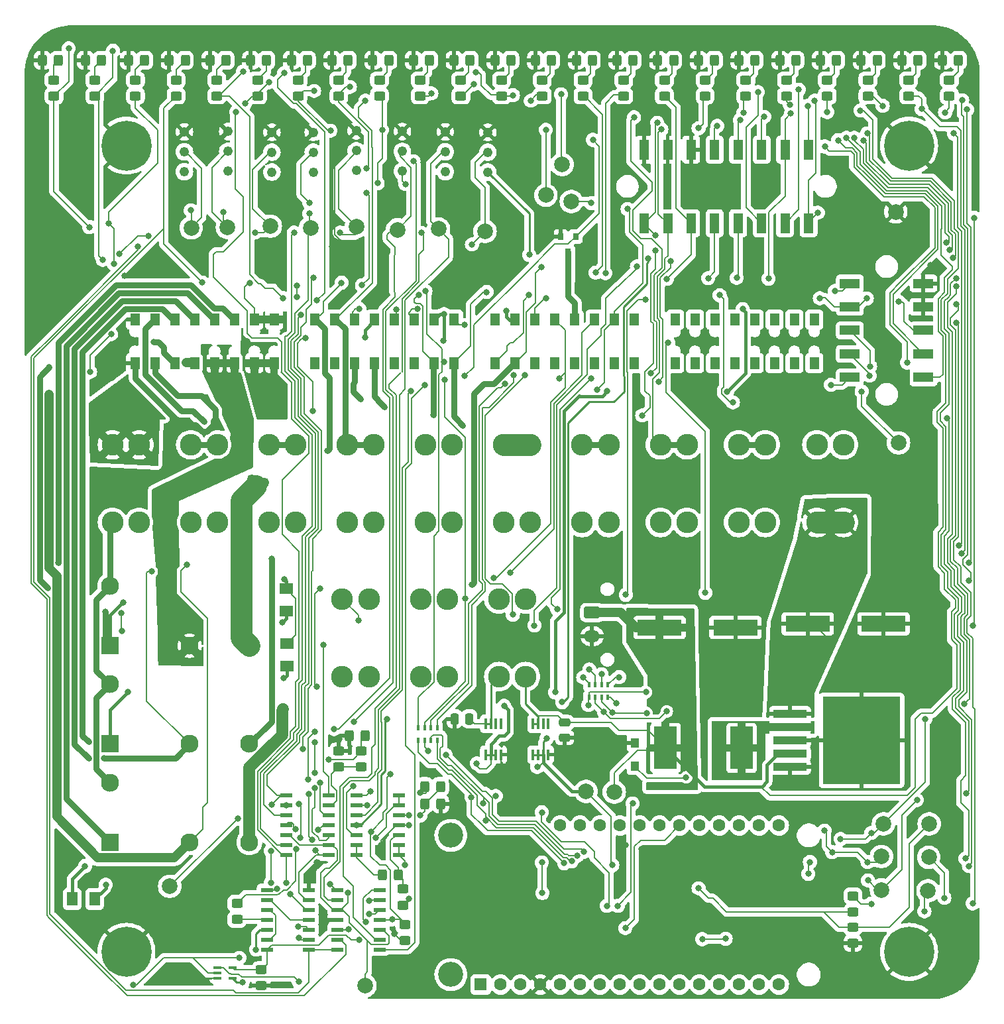
<source format=gtl>
%TF.GenerationSoftware,KiCad,Pcbnew,8.0.2*%
%TF.CreationDate,2024-05-16T19:26:28+09:30*%
%TF.ProjectId,power_and_monotoring,706f7765-725f-4616-9e64-5f6d6f6e6f74,rev?*%
%TF.SameCoordinates,Original*%
%TF.FileFunction,Copper,L1,Top*%
%TF.FilePolarity,Positive*%
%FSLAX46Y46*%
G04 Gerber Fmt 4.6, Leading zero omitted, Abs format (unit mm)*
G04 Created by KiCad (PCBNEW 8.0.2) date 2024-05-16 19:26:28*
%MOMM*%
%LPD*%
G01*
G04 APERTURE LIST*
G04 Aperture macros list*
%AMRoundRect*
0 Rectangle with rounded corners*
0 $1 Rounding radius*
0 $2 $3 $4 $5 $6 $7 $8 $9 X,Y pos of 4 corners*
0 Add a 4 corners polygon primitive as box body*
4,1,4,$2,$3,$4,$5,$6,$7,$8,$9,$2,$3,0*
0 Add four circle primitives for the rounded corners*
1,1,$1+$1,$2,$3*
1,1,$1+$1,$4,$5*
1,1,$1+$1,$6,$7*
1,1,$1+$1,$8,$9*
0 Add four rect primitives between the rounded corners*
20,1,$1+$1,$2,$3,$4,$5,0*
20,1,$1+$1,$4,$5,$6,$7,0*
20,1,$1+$1,$6,$7,$8,$9,0*
20,1,$1+$1,$8,$9,$2,$3,0*%
G04 Aperture macros list end*
%TA.AperFunction,SMDPad,CuDef*%
%ADD10RoundRect,0.250000X0.450000X-0.325000X0.450000X0.325000X-0.450000X0.325000X-0.450000X-0.325000X0*%
%TD*%
%TA.AperFunction,ComponentPad*%
%ADD11C,2.780000*%
%TD*%
%TA.AperFunction,SMDPad,CuDef*%
%ADD12R,1.270000X2.540000*%
%TD*%
%TA.AperFunction,SMDPad,CuDef*%
%ADD13R,0.450000X0.800000*%
%TD*%
%TA.AperFunction,SMDPad,CuDef*%
%ADD14RoundRect,0.250000X-0.325000X-0.450000X0.325000X-0.450000X0.325000X0.450000X-0.325000X0.450000X0*%
%TD*%
%TA.AperFunction,SMDPad,CuDef*%
%ADD15R,0.800000X0.900000*%
%TD*%
%TA.AperFunction,SMDPad,CuDef*%
%ADD16RoundRect,0.249550X-0.450450X0.325450X-0.450450X-0.325450X0.450450X-0.325450X0.450450X0.325450X0*%
%TD*%
%TA.AperFunction,SMDPad,CuDef*%
%ADD17RoundRect,0.250000X-0.450000X0.325000X-0.450000X-0.325000X0.450000X-0.325000X0.450000X0.325000X0*%
%TD*%
%TA.AperFunction,SMDPad,CuDef*%
%ADD18R,1.340000X1.800000*%
%TD*%
%TA.AperFunction,SMDPad,CuDef*%
%ADD19C,2.000000*%
%TD*%
%TA.AperFunction,SMDPad,CuDef*%
%ADD20R,1.270000X1.560000*%
%TD*%
%TA.AperFunction,SMDPad,CuDef*%
%ADD21R,2.900000X5.400000*%
%TD*%
%TA.AperFunction,ComponentPad*%
%ADD22C,1.240000*%
%TD*%
%TA.AperFunction,SMDPad,CuDef*%
%ADD23R,1.550000X0.600000*%
%TD*%
%TA.AperFunction,WasherPad*%
%ADD24C,3.200000*%
%TD*%
%TA.AperFunction,ComponentPad*%
%ADD25R,1.600000X1.600000*%
%TD*%
%TA.AperFunction,ComponentPad*%
%ADD26C,1.600000*%
%TD*%
%TA.AperFunction,ComponentPad*%
%ADD27C,0.800000*%
%TD*%
%TA.AperFunction,ComponentPad*%
%ADD28C,6.400000*%
%TD*%
%TA.AperFunction,ComponentPad*%
%ADD29R,2.300000X2.300000*%
%TD*%
%TA.AperFunction,ComponentPad*%
%ADD30C,2.300000*%
%TD*%
%TA.AperFunction,SMDPad,CuDef*%
%ADD31R,5.700000X2.000000*%
%TD*%
%TA.AperFunction,SMDPad,CuDef*%
%ADD32R,4.320000X1.020000*%
%TD*%
%TA.AperFunction,SMDPad,CuDef*%
%ADD33R,9.910000X11.180000*%
%TD*%
%TA.AperFunction,SMDPad,CuDef*%
%ADD34R,2.540000X1.270000*%
%TD*%
%TA.AperFunction,SMDPad,CuDef*%
%ADD35R,1.800000X1.340000*%
%TD*%
%TA.AperFunction,SMDPad,CuDef*%
%ADD36R,1.120000X1.240000*%
%TD*%
%TA.AperFunction,SMDPad,CuDef*%
%ADD37RoundRect,0.250000X-0.475000X0.250000X-0.475000X-0.250000X0.475000X-0.250000X0.475000X0.250000X0*%
%TD*%
%TA.AperFunction,SMDPad,CuDef*%
%ADD38RoundRect,0.250000X0.325000X0.450000X-0.325000X0.450000X-0.325000X-0.450000X0.325000X-0.450000X0*%
%TD*%
%TA.AperFunction,ComponentPad*%
%ADD39RoundRect,0.250001X-0.759999X0.499999X-0.759999X-0.499999X0.759999X-0.499999X0.759999X0.499999X0*%
%TD*%
%TA.AperFunction,ComponentPad*%
%ADD40O,2.020000X1.500000*%
%TD*%
%TA.AperFunction,SMDPad,CuDef*%
%ADD41RoundRect,0.250000X0.250000X0.475000X-0.250000X0.475000X-0.250000X-0.475000X0.250000X-0.475000X0*%
%TD*%
%TA.AperFunction,SMDPad,CuDef*%
%ADD42R,1.050000X0.400000*%
%TD*%
%TA.AperFunction,SMDPad,CuDef*%
%ADD43R,0.450000X1.350000*%
%TD*%
%TA.AperFunction,SMDPad,CuDef*%
%ADD44RoundRect,0.249550X0.450450X-0.325450X0.450450X0.325450X-0.450450X0.325450X-0.450450X-0.325450X0*%
%TD*%
%TA.AperFunction,ViaPad*%
%ADD45C,0.800000*%
%TD*%
%TA.AperFunction,ViaPad*%
%ADD46C,1.250000*%
%TD*%
%TA.AperFunction,Conductor*%
%ADD47C,0.200000*%
%TD*%
%TA.AperFunction,Conductor*%
%ADD48C,0.800000*%
%TD*%
%TA.AperFunction,Conductor*%
%ADD49C,0.400000*%
%TD*%
%TA.AperFunction,Conductor*%
%ADD50C,2.800000*%
%TD*%
%TA.AperFunction,Conductor*%
%ADD51C,0.250000*%
%TD*%
%TA.AperFunction,Conductor*%
%ADD52C,1.200000*%
%TD*%
%TA.AperFunction,Conductor*%
%ADD53C,1.500000*%
%TD*%
G04 APERTURE END LIST*
D10*
%TO.P,R15,1*%
%TO.N,/feather/POWER_SIG_SHORT_HIGH*%
X60657600Y-138817000D03*
%TO.P,R15,2*%
%TO.N,Net-(D4-A)*%
X60657600Y-136767000D03*
%TD*%
D11*
%TO.P,F13,1*%
%TO.N,+24V*%
X102530800Y-193291200D03*
X105930800Y-193291200D03*
%TO.P,F13,2*%
%TO.N,Net-(F13-Pad2)*%
X102530800Y-183371200D03*
X105930800Y-183371200D03*
%TD*%
D12*
%TO.P,J7,1,Pin_1*%
%TO.N,+24V*%
X141462400Y-155068000D03*
%TO.P,J7,2,Pin_2*%
%TO.N,/Connectors/AIR_24V*%
X138462400Y-155068000D03*
%TO.P,J7,3,Pin_3*%
%TO.N,/Connectors/SAFETY_24V*%
X135462400Y-155068000D03*
%TO.P,J7,4,Pin_4*%
%TO.N,/Connectors/MASTER_ACC_24V*%
X132462400Y-155068000D03*
%TO.P,J7,5,Pin_5*%
%TO.N,/Connectors/SLAVE_ACC_24V*%
X129462400Y-155068000D03*
%TO.P,J7,6,Pin_6*%
%TO.N,/Connectors/DASH_24V*%
X126462400Y-155068000D03*
%TO.P,J7,7,Pin_7*%
%TO.N,/Connectors/ECU_24V*%
X123462400Y-155068000D03*
%TO.P,J7,8,Pin_8*%
%TO.N,/Connectors/HV_BOX_24V*%
X120462400Y-155068000D03*
%TO.P,J7,9,Pin_9*%
%TO.N,/Connectors/BRAKE_LIGHT_12V*%
X141462400Y-145668000D03*
%TO.P,J7,10,Pin_10*%
%TO.N,/Connectors/BSPD_TEST_12V*%
X138462400Y-145668000D03*
%TO.P,J7,11,Pin_11*%
%TO.N,/Connectors/RADIATOR_WATER_PUMP_24V*%
X135462400Y-145668000D03*
%TO.P,J7,12,Pin_12*%
%TO.N,/Connectors/RADIATOR_FAN_24V*%
X132462400Y-145668000D03*
%TO.P,J7,13,Pin_13*%
%TO.N,/Connectors/MC_12V*%
X129462400Y-145668000D03*
%TO.P,J7,14,Pin_14*%
%TO.N,GND*%
X126462400Y-145668000D03*
%TO.P,J7,15,Pin_15*%
X123462400Y-145668000D03*
%TO.P,J7,16,Pin_16*%
X120462400Y-145668000D03*
%TD*%
D10*
%TO.P,R18,1*%
%TO.N,/feather/BRAKE_SIG_AMP_SHORT_GND*%
X76257600Y-138817000D03*
%TO.P,R18,2*%
%TO.N,Net-(D7-A)*%
X76257600Y-136767000D03*
%TD*%
D13*
%TO.P,RN1,1,1*%
%TO.N,/feather/BRAKE_SIG_AMP_HIGH*%
X94018000Y-219532400D03*
%TO.P,RN1,2,2*%
%TO.N,/feather/POWER_SIG_HIGH*%
X93218000Y-219532400D03*
%TO.P,RN1,3,3*%
%TO.N,/Connectors/BSPD_TRIGGER*%
X92418000Y-219532400D03*
%TO.P,RN1,4,4*%
%TO.N,/feather/POWER_SIG_SHORT_HIGH*%
X91618000Y-219532400D03*
%TO.P,RN1,5,5*%
%TO.N,Net-(U11-X3)*%
X91618000Y-221132400D03*
%TO.P,RN1,6,6*%
%TO.N,Net-(U11-X2)*%
X92418000Y-221132400D03*
%TO.P,RN1,7,7*%
%TO.N,Net-(U11-X1)*%
X93218000Y-221132400D03*
%TO.P,RN1,8,8*%
%TO.N,Net-(U11-X0)*%
X94018000Y-221132400D03*
%TD*%
D14*
%TO.P,D22,1,K*%
%TO.N,GND*%
X153377400Y-134248400D03*
%TO.P,D22,2,A*%
%TO.N,Net-(D22-A)*%
X155427400Y-134248400D03*
%TD*%
D15*
%TO.P,Q1,1,G*%
%TO.N,/feather/BRAKE_LIGHT_SIG*%
X111709200Y-156768800D03*
%TO.P,Q1,2,S*%
%TO.N,GND*%
X109809200Y-156768800D03*
%TO.P,Q1,3,D*%
%TO.N,/Connectors/BRAKE_LIGHT_GND*%
X110759200Y-158768800D03*
%TD*%
D16*
%TO.P,C2,1*%
%TO.N,+5V*%
X71526400Y-250435000D03*
D17*
%TO.P,C2,2*%
%TO.N,GND*%
X71526400Y-252485000D03*
%TD*%
D18*
%TO.P,D26,1,K*%
%TO.N,+24V*%
X47381200Y-241401600D03*
%TO.P,D26,2,A*%
%TO.N,/Connectors/MOTOR_CONTROLLER_ON_SIGNAL*%
X50241200Y-241401600D03*
%TD*%
D19*
%TO.P,POW_PRESSED1,1,1*%
%TO.N,Net-(U2B--)*%
X62585600Y-155651200D03*
%TD*%
D10*
%TO.P,R33,1*%
%TO.N,/Connectors/BRAKE_LIGHT_12V*%
X138639200Y-138817000D03*
%TO.P,R33,2*%
%TO.N,Net-(D19-A)*%
X138639200Y-136767000D03*
%TD*%
D20*
%TO.P,J5,1,Pin_1*%
%TO.N,/Connectors/HV_BOX_IMD_OK*%
X124415208Y-172937981D03*
%TO.P,J5,2,Pin_2*%
%TO.N,/Connectors/HV_BOX_PDOC_OK*%
X124415208Y-167377981D03*
%TO.P,J5,3,Pin_3*%
%TO.N,/Connectors/MASTER_ACC_PDOC_OK*%
X126955208Y-172937981D03*
%TO.P,J5,4,Pin_4*%
%TO.N,/Connectors/SLAVE_ACC_PDOC_OK*%
X126955208Y-167377981D03*
%TO.P,J5,5,Pin_5*%
%TO.N,/Connectors/ECU_OK*%
X129495208Y-172937981D03*
%TO.P,J5,6,Pin_6*%
%TO.N,/Connectors/MC_OK_INDICATOR*%
X129495208Y-167377981D03*
%TO.P,J5,7,Pin_7*%
%TO.N,/Connectors/CRASH_SENSOR_MONITOR*%
X132035208Y-172937981D03*
%TO.P,J5,8,Pin_8*%
%TO.N,/Connectors/LEFT_ESTOP_OUT*%
X132035208Y-167377981D03*
%TO.P,J5,9,Pin_9*%
%TO.N,/Connectors/DASH_E-STOP_OUT*%
X134575208Y-172937981D03*
%TO.P,J5,10,Pin_10*%
%TO.N,/Connectors/BOTS_OUT*%
X134575208Y-167377981D03*
%TO.P,J5,11,Pin_11*%
%TO.N,/Connectors/MASTER_ACC_HV_INT_OUT*%
X137115208Y-172937981D03*
%TO.P,J5,12,Pin_12*%
%TO.N,/Connectors/SLAVE_ACC_HV_INT_OUT*%
X137115208Y-167377981D03*
%TO.P,J5,13,Pin_13*%
%TO.N,/Connectors/TSMS_IN*%
X139655208Y-172937981D03*
%TO.P,J5,14,Pin_14*%
%TO.N,/Connectors/AIR_POWER*%
X139655208Y-167377981D03*
%TO.P,J5,15,Pin_15*%
%TO.N,unconnected-(J5-Pin_15-Pad15)*%
X142195208Y-172937981D03*
%TO.P,J5,16,Pin_16*%
%TO.N,unconnected-(J5-Pin_16-Pad16)*%
X142195208Y-167377981D03*
%TD*%
%TO.P,J4,1,Pin_1*%
%TO.N,/Connectors/PRESSURE{slash}TEMP_SENSOR_3_PRESSURE*%
X101415208Y-172937981D03*
%TO.P,J4,2,Pin_2*%
%TO.N,/Connectors/FET_HIGH*%
X101415208Y-167377981D03*
%TO.P,J4,3,Pin_3*%
%TO.N,/Connectors/BSPD_TEST_12V*%
X103955208Y-172937981D03*
%TO.P,J4,4,Pin_4*%
%TO.N,+5V*%
X103955208Y-167377981D03*
%TO.P,J4,5,Pin_5*%
%TO.N,/Connectors/DASH_PDOC_LED*%
X106495208Y-172937981D03*
%TO.P,J4,6,Pin_6*%
%TO.N,/Connectors/PRESSURE{slash}TEMP_SENSOR_3_TEMP*%
X106495208Y-167377981D03*
%TO.P,J4,7,Pin_7*%
%TO.N,/Connectors/DASH_BSPD_LED*%
X109035208Y-172937981D03*
%TO.P,J4,8,Pin_8*%
%TO.N,/Connectors/BSPD_TRIGGER*%
X109035208Y-167377981D03*
%TO.P,J4,9,Pin_9*%
%TO.N,/Connectors/DASH_IMD_LED*%
X111575208Y-172937981D03*
%TO.P,J4,10,Pin_10*%
%TO.N,/Connectors/BRAKE_LIGHT_GND*%
X111575208Y-167377981D03*
%TO.P,J4,11,Pin_11*%
%TO.N,/Connectors/DASH_AMS_LED*%
X114115208Y-172937981D03*
%TO.P,J4,12,Pin_12*%
%TO.N,/Connectors/POWER_SIGNAL*%
X114115208Y-167377981D03*
%TO.P,J4,13,Pin_13*%
%TO.N,/Connectors/SHOULDER_RESET*%
X116655208Y-172937981D03*
%TO.P,J4,14,Pin_14*%
%TO.N,/Connectors/ECU_BRAKE_INPUT*%
X116655208Y-167377981D03*
%TO.P,J4,15,Pin_15*%
%TO.N,/Connectors/DRIVER_RESET_IN*%
X119195208Y-172937981D03*
%TO.P,J4,16,Pin_16*%
%TO.N,/Connectors/DISCHARGE_ENABLE_SIGNAL*%
X119195208Y-167377981D03*
%TD*%
D14*
%TO.P,D14,1,K*%
%TO.N,GND*%
X111777400Y-134248400D03*
%TO.P,D14,2,A*%
%TO.N,Net-(D14-A)*%
X113827400Y-134248400D03*
%TD*%
D10*
%TO.P,R17,1*%
%TO.N,/feather/BRAKE_SIG_AMP_SHORT_HIGH*%
X71057600Y-138817000D03*
%TO.P,R17,2*%
%TO.N,Net-(D6-A)*%
X71057600Y-136767000D03*
%TD*%
D21*
%TO.P,L1,1,1*%
%TO.N,/voltage_reg/Reg_out*%
X132892800Y-222097600D03*
%TO.P,L1,2,2*%
%TO.N,+12V*%
X123192800Y-222097600D03*
%TD*%
D10*
%TO.P,R32,1*%
%TO.N,/Connectors/HV_BOX_24V*%
X133439200Y-138817000D03*
%TO.P,R32,2*%
%TO.N,Net-(D18-A)*%
X133439200Y-136767000D03*
%TD*%
D14*
%TO.P,D5,1,K*%
%TO.N,GND*%
X64977400Y-134248400D03*
%TO.P,D5,2,A*%
%TO.N,Net-(D5-A)*%
X67027400Y-134248400D03*
%TD*%
%TO.P,R29,1*%
%TO.N,Net-(U4B--)*%
X87011400Y-238302800D03*
%TO.P,R29,2*%
%TO.N,Net-(U4C-+)*%
X89061400Y-238302800D03*
%TD*%
D11*
%TO.P,F16,1*%
%TO.N,+24V*%
X52530800Y-193291200D03*
X55930800Y-193291200D03*
%TO.P,F16,2*%
%TO.N,/Connectors/GLV_MASTER_SWITCH_OUT*%
X52530800Y-183371200D03*
X55930800Y-183371200D03*
%TD*%
D19*
%TO.P,BREAK_LOW1,1,1*%
%TO.N,Net-(U3C-+)*%
X88950800Y-155905200D03*
%TD*%
D11*
%TO.P,F15,1*%
%TO.N,+12V*%
X101887600Y-212986000D03*
X105287600Y-212986000D03*
%TO.P,F15,2*%
%TO.N,Net-(F15-Pad2)*%
X101887600Y-203066000D03*
X105287600Y-203066000D03*
%TD*%
D22*
%TO.P,RL5,1,1*%
%TO.N,+3V3*%
X83667600Y-148357690D03*
%TO.P,RL5,2,2*%
%TO.N,Net-(U3B--)*%
X83667600Y-145817690D03*
%TO.P,RL5,3,3*%
%TO.N,GND*%
X83667600Y-143277690D03*
%TD*%
D19*
%TO.P,TEMP_3,1,1*%
%TO.N,/Connectors/PRESSURE{slash}TEMP_SENSOR_3_TEMP*%
X150774400Y-240233200D03*
%TD*%
D14*
%TO.P,D7,1,K*%
%TO.N,GND*%
X75377400Y-134248400D03*
%TO.P,D7,2,A*%
%TO.N,Net-(D7-A)*%
X77427400Y-134248400D03*
%TD*%
D10*
%TO.P,R25,1*%
%TO.N,/Connectors/SAFETY_24V*%
X107439200Y-138817000D03*
%TO.P,R25,2*%
%TO.N,Net-(D13-A)*%
X107439200Y-136767000D03*
%TD*%
%TO.P,R27,1*%
%TO.N,/Connectors/SLAVE_ACC_24V*%
X117839200Y-138817000D03*
%TO.P,R27,2*%
%TO.N,Net-(D15-A)*%
X117839200Y-136767000D03*
%TD*%
D14*
%TO.P,D1,1,K*%
%TO.N,GND*%
X43577400Y-134248400D03*
%TO.P,D1,2,A*%
%TO.N,Net-(D1-A)*%
X45627400Y-134248400D03*
%TD*%
D10*
%TO.P,R7,1*%
%TO.N,Net-(R7-Pad1)*%
X68427600Y-244001400D03*
%TO.P,R7,2*%
%TO.N,Net-(R19-Pad1)*%
X68427600Y-241951400D03*
%TD*%
%TO.P,R28,1*%
%TO.N,/Connectors/DASH_24V*%
X123039200Y-138817000D03*
%TO.P,R28,2*%
%TO.N,Net-(D16-A)*%
X123039200Y-136767000D03*
%TD*%
D23*
%TO.P,U4,1*%
%TO.N,Net-(R50-Pad1)*%
X83719200Y-228142800D03*
%TO.P,U4,2,-*%
%TO.N,Net-(U4A--)*%
X83719200Y-229412800D03*
%TO.P,U4,3,+*%
%TO.N,/Connectors/ECU_BRAKE_INPUT*%
X83719200Y-230682800D03*
%TO.P,U4,4,VDD*%
%TO.N,+12V*%
X83719200Y-231952800D03*
%TO.P,U4,5,+*%
%TO.N,/Connectors/POWER_SIGNAL*%
X83719200Y-233222800D03*
%TO.P,U4,6,-*%
%TO.N,Net-(U4B--)*%
X83719200Y-234492800D03*
%TO.P,U4,7*%
X83719200Y-235762800D03*
%TO.P,U4,8*%
%TO.N,/logic/POW_SIG_AMP*%
X89119200Y-235762800D03*
%TO.P,U4,9,-*%
X89119200Y-234492800D03*
%TO.P,U4,10,+*%
%TO.N,Net-(U4C-+)*%
X89119200Y-233222800D03*
%TO.P,U4,11,VSS*%
%TO.N,GND*%
X89119200Y-231952800D03*
%TO.P,U4,12,+*%
%TO.N,Net-(U4D-+)*%
X89119200Y-230682800D03*
%TO.P,U4,13,-*%
%TO.N,/logic/BRAKE_SIG_AMP*%
X89119200Y-229412800D03*
%TO.P,U4,14*%
X89119200Y-228142800D03*
%TD*%
D11*
%TO.P,F10,1*%
%TO.N,+12V*%
X81887600Y-212986000D03*
X85287600Y-212986000D03*
%TO.P,F10,2*%
%TO.N,/Connectors/BRAKE_LIGHT_12V*%
X81887600Y-203066000D03*
X85287600Y-203066000D03*
%TD*%
D20*
%TO.P,J3,1,Pin_1*%
%TO.N,/Connectors/SPARE_2_24V*%
X78415208Y-172937981D03*
%TO.P,J3,2,Pin_2*%
%TO.N,/Connectors/MASTER_ACC_24V*%
X78415208Y-167377981D03*
%TO.P,J3,3,Pin_3*%
%TO.N,/Connectors/SPARE_1_24V*%
X80955208Y-172937981D03*
%TO.P,J3,4,Pin_4*%
%TO.N,/Connectors/SAFETY_24V*%
X80955208Y-167377981D03*
%TO.P,J3,5,Pin_5*%
%TO.N,/Connectors/HV_BOX_24V*%
X83495208Y-172937981D03*
%TO.P,J3,6,Pin_6*%
%TO.N,/Connectors/PRESSURE{slash}TEMP_SENSOR_1_PRESSURE*%
X83495208Y-167377981D03*
%TO.P,J3,7,Pin_7*%
%TO.N,/Connectors/ECU_24V*%
X86035208Y-172937981D03*
%TO.P,J3,8,Pin_8*%
%TO.N,+5V*%
X86035208Y-167377981D03*
%TO.P,J3,9,Pin_9*%
%TO.N,/Connectors/BSPD_24V*%
X88575208Y-172937981D03*
%TO.P,J3,10,Pin_10*%
%TO.N,/Connectors/PRESSURE{slash}TEMP_SENSOR_1_TEMP*%
X88575208Y-167377981D03*
%TO.P,J3,11,Pin_11*%
%TO.N,/Connectors/DATALOGGER_24V*%
X91115208Y-172937981D03*
%TO.P,J3,12,Pin_12*%
%TO.N,/Connectors/PRESSURE{slash}TEMP_SENSOR_2_PRESSURE*%
X91115208Y-167377981D03*
%TO.P,J3,13,Pin_13*%
%TO.N,/Connectors/DASH_24V*%
X93655208Y-172937981D03*
%TO.P,J3,14,Pin_14*%
%TO.N,+5V*%
X93655208Y-167377981D03*
%TO.P,J3,15,Pin_15*%
%TO.N,/Connectors/SLAVE_ACC_24V*%
X96195208Y-172937981D03*
%TO.P,J3,16,Pin_16*%
%TO.N,/Connectors/PRESSURE{slash}TEMP_SENSOR_2_TEMP*%
X96195208Y-167377981D03*
%TD*%
D14*
%TO.P,D19,1,K*%
%TO.N,GND*%
X137777400Y-134248400D03*
%TO.P,D19,2,A*%
%TO.N,Net-(D19-A)*%
X139827400Y-134248400D03*
%TD*%
%TO.P,D9,1,K*%
%TO.N,GND*%
X85777400Y-134248400D03*
%TO.P,D9,2,A*%
%TO.N,Net-(D9-A)*%
X87827400Y-134248400D03*
%TD*%
D24*
%TO.P,A1,*%
%TO.N,*%
X95758000Y-251053600D03*
X95758000Y-233273600D03*
D25*
%TO.P,A1,1,~{RESET}*%
%TO.N,unconnected-(A1-~{RESET}-Pad1)*%
X99568000Y-252323600D03*
D26*
%TO.P,A1,2,3V3*%
%TO.N,+3V3*%
X102108000Y-252323600D03*
%TO.P,A1,3,AREF*%
%TO.N,unconnected-(A1-AREF-Pad3)*%
X104648000Y-252323600D03*
%TO.P,A1,4,GND*%
%TO.N,GND*%
X107188000Y-252323600D03*
%TO.P,A1,5,A0*%
%TO.N,/feather/MUX_PRES_TEMP*%
X109728000Y-252323600D03*
%TO.P,A1,6,A1*%
%TO.N,unconnected-(A1-A1-Pad6)*%
X112268000Y-252323600D03*
%TO.P,A1,7,A2*%
%TO.N,unconnected-(A1-A2-Pad7)*%
X114808000Y-252323600D03*
%TO.P,A1,8,A3*%
%TO.N,unconnected-(A1-A3-Pad8)*%
X117348000Y-252323600D03*
%TO.P,A1,9,A4*%
%TO.N,unconnected-(A1-A4-Pad9)*%
X119888000Y-252323600D03*
%TO.P,A1,10,A5*%
%TO.N,unconnected-(A1-A5-Pad10)*%
X122428000Y-252323600D03*
%TO.P,A1,11,SCK*%
%TO.N,unconnected-(A1-SCK-Pad11)*%
X124968000Y-252323600D03*
%TO.P,A1,12,MOSI*%
%TO.N,unconnected-(A1-MOSI-Pad12)*%
X127508000Y-252323600D03*
%TO.P,A1,13,MISO*%
%TO.N,unconnected-(A1-MISO-Pad13)*%
X130048000Y-252323600D03*
%TO.P,A1,14,RX*%
%TO.N,unconnected-(A1-RX-Pad14)*%
X132588000Y-252323600D03*
%TO.P,A1,15,TX*%
%TO.N,unconnected-(A1-TX-Pad15)*%
X135128000Y-252323600D03*
%TO.P,A1,16,SPARE*%
%TO.N,unconnected-(A1-SPARE-Pad16)*%
X137668000Y-252323600D03*
%TO.P,A1,17,SDA*%
%TO.N,unconnected-(A1-SDA-Pad17)*%
X137668000Y-232003600D03*
%TO.P,A1,18,SCL*%
%TO.N,unconnected-(A1-SCL-Pad18)*%
X135128000Y-232003600D03*
%TO.P,A1,19,D0*%
%TO.N,/feather/MUX_A*%
X132588000Y-232003600D03*
%TO.P,A1,20,D1*%
%TO.N,/feather/MUX_B*%
X130048000Y-232003600D03*
%TO.P,A1,21,D2*%
%TO.N,/feather/MUX_C*%
X127508000Y-232003600D03*
%TO.P,A1,22,D3*%
%TO.N,/feather/MUX_BSPD*%
X124968000Y-232003600D03*
%TO.P,A1,23,D4*%
%TO.N,unconnected-(A1-D4-Pad23)*%
X122428000Y-232003600D03*
%TO.P,A1,24,D5*%
%TO.N,unconnected-(A1-D5-Pad24)*%
X119888000Y-232003600D03*
%TO.P,A1,25,D6*%
%TO.N,unconnected-(A1-D6-Pad25)*%
X117348000Y-232003600D03*
%TO.P,A1,26,USB*%
%TO.N,unconnected-(A1-USB-Pad26)*%
X114808000Y-232003600D03*
%TO.P,A1,27,EN*%
%TO.N,unconnected-(A1-EN-Pad27)*%
X112268000Y-232003600D03*
%TO.P,A1,28,VBAT*%
%TO.N,unconnected-(A1-VBAT-Pad28)*%
X109728000Y-232003600D03*
%TD*%
D10*
%TO.P,R23,1*%
%TO.N,+12V*%
X97039200Y-138817000D03*
%TO.P,R23,2*%
%TO.N,Net-(D11-A)*%
X97039200Y-136767000D03*
%TD*%
D19*
%TO.P,12V1,1,1*%
%TO.N,+12V*%
X116636800Y-227736400D03*
%TD*%
D13*
%TO.P,RN2,1,1*%
%TO.N,/feather/POWER_SIG_SHORT_GND*%
X115804800Y-214033200D03*
%TO.P,RN2,2,2*%
%TO.N,/feather/BRAKE_SIG_AMP_SHORT_HIGH*%
X115004800Y-214033200D03*
%TO.P,RN2,3,3*%
%TO.N,/feather/BRAKE_SIG_AMP_SHORT_GND*%
X114204800Y-214033200D03*
%TO.P,RN2,4,4*%
%TO.N,/feather/BRAKE_LIGHT_SIG*%
X113404800Y-214033200D03*
%TO.P,RN2,5,5*%
%TO.N,Net-(U11-X7)*%
X113404800Y-215633200D03*
%TO.P,RN2,6,6*%
%TO.N,Net-(U11-X6)*%
X114204800Y-215633200D03*
%TO.P,RN2,7,7*%
%TO.N,Net-(U11-X5)*%
X115004800Y-215633200D03*
%TO.P,RN2,8,8*%
%TO.N,Net-(U11-X4)*%
X115804800Y-215633200D03*
%TD*%
D10*
%TO.P,R38,1*%
%TO.N,/Connectors/MC_12V*%
X159439200Y-138817000D03*
%TO.P,R38,2*%
%TO.N,Net-(D23-A)*%
X159439200Y-136767000D03*
%TD*%
%TO.P,R14,1*%
%TO.N,/feather/BRAKE_SIG_AMP_HIGH*%
X55457600Y-138817000D03*
%TO.P,R14,2*%
%TO.N,Net-(D3-A)*%
X55457600Y-136767000D03*
%TD*%
D19*
%TO.P,POW_HIGH1,1,1*%
%TO.N,Net-(U2D--)*%
X72694800Y-155448000D03*
%TD*%
%TO.P,3V3,1,1*%
%TO.N,+3V3*%
X113030000Y-227634800D03*
%TD*%
D27*
%TO.P,H4,1,1*%
%TO.N,GND*%
X51905208Y-248157981D03*
X52608152Y-246460925D03*
X52608152Y-249855037D03*
X54305208Y-245757981D03*
D28*
X54305208Y-248157981D03*
D27*
X54305208Y-250557981D03*
X56002264Y-246460925D03*
X56002264Y-249855037D03*
X56705208Y-248157981D03*
%TD*%
D10*
%TO.P,R34,1*%
%TO.N,/Connectors/BSPD_TEST_12V*%
X143839200Y-138817000D03*
%TO.P,R34,2*%
%TO.N,Net-(D20-A)*%
X143839200Y-136767000D03*
%TD*%
D14*
%TO.P,D21,1,K*%
%TO.N,GND*%
X148177400Y-134248400D03*
%TO.P,D21,2,A*%
%TO.N,Net-(D21-A)*%
X150227400Y-134248400D03*
%TD*%
D11*
%TO.P,F11,1*%
%TO.N,+12V*%
X91887600Y-212986000D03*
X95287600Y-212986000D03*
%TO.P,F11,2*%
%TO.N,/Connectors/BSPD_TEST_12V*%
X91887600Y-203066000D03*
X95287600Y-203066000D03*
%TD*%
D19*
%TO.P,PRES_2,1,1*%
%TO.N,Net-(U12-X4)*%
X156819600Y-236067600D03*
%TD*%
D29*
%TO.P,K2,1*%
%TO.N,/Connectors/RADIATOR_FAN_ON_SIGNAL*%
X52222400Y-221592000D03*
D30*
%TO.P,K2,2*%
%TO.N,/Connectors/RADIATOR_FAN_24V*%
X62382400Y-221592000D03*
%TO.P,K2,3*%
%TO.N,Net-(F14-Pad2)*%
X70002400Y-221592000D03*
%TO.P,K2,5*%
%TO.N,+24V*%
X52222400Y-213972000D03*
%TD*%
D17*
%TO.P,R30,1*%
%TO.N,Net-(U4C-+)*%
X89611200Y-240122600D03*
%TO.P,R30,2*%
%TO.N,GND*%
X89611200Y-242172600D03*
%TD*%
D22*
%TO.P,RL4,1,1*%
%TO.N,+3V3*%
X78181200Y-148539200D03*
%TO.P,RL4,2,2*%
%TO.N,Net-(U3A-+)*%
X78181200Y-145999200D03*
%TO.P,RL4,3,3*%
%TO.N,GND*%
X78181200Y-143459200D03*
%TD*%
D20*
%TO.P,J2,1,Pin_1*%
%TO.N,GND*%
X55415208Y-172937981D03*
%TO.P,J2,2,Pin_2*%
X55415208Y-167377981D03*
%TO.P,J2,3,Pin_3*%
X57955208Y-172937981D03*
%TO.P,J2,4,Pin_4*%
%TO.N,/Connectors/AIR_24V*%
X57955208Y-167377981D03*
%TO.P,J2,5,Pin_5*%
%TO.N,/Connectors/BRAKE_LIGHT_12V*%
X60495208Y-172937981D03*
%TO.P,J2,6,Pin_6*%
%TO.N,/Connectors/RADIATOR_FAN_ON_SIGNAL*%
X60495208Y-167377981D03*
%TO.P,J2,7,Pin_7*%
%TO.N,/Connectors/MC_12V*%
X63035208Y-172937981D03*
%TO.P,J2,8,Pin_8*%
%TO.N,/Connectors/RADIATOR_FAN_24V*%
X63035208Y-167377981D03*
%TO.P,J2,9,Pin_9*%
%TO.N,/Connectors/RADIATOR_WATER_PUMP_24V*%
X65575208Y-172937981D03*
%TO.P,J2,10,Pin_10*%
%TO.N,/Connectors/MOTOR_CONTROLLER_ON_SIGNAL*%
X65575208Y-167377981D03*
%TO.P,J2,11,Pin_11*%
%TO.N,/Connectors/RADIATOR_WATER_PUMP_24V*%
X68115208Y-172937981D03*
%TO.P,J2,12,Pin_12*%
%TO.N,/Connectors/PUMP_ON_SIGNAL*%
X68115208Y-167377981D03*
%TO.P,J2,13,Pin_13*%
%TO.N,/Connectors/GLV_MASTER_SWITCH_OUT*%
X70655208Y-172937981D03*
%TO.P,J2,14,Pin_14*%
X70655208Y-167377981D03*
%TO.P,J2,15,Pin_15*%
X73195208Y-172937981D03*
%TO.P,J2,16,Pin_16*%
X73195208Y-167377981D03*
%TD*%
D23*
%TO.P,U7,1*%
%TO.N,/feather/POWER_SIG_SHORT_HIGH*%
X77638400Y-247853200D03*
%TO.P,U7,2*%
%TO.N,/feather/POWER_SIG_SHORT_GND*%
X77638400Y-246583200D03*
%TO.P,U7,3*%
%TO.N,Net-(U7-Pad3)*%
X77638400Y-245313200D03*
%TO.P,U7,4*%
%TO.N,Net-(U7-Pad4)*%
X77638400Y-244043200D03*
%TO.P,U7,5*%
%TO.N,/feather/BRAKE_SIG_AMP_SHORT_HIGH*%
X77638400Y-242773200D03*
%TO.P,U7,6*%
%TO.N,/feather/BRAKE_SIG_AMP_SHORT_GND*%
X77638400Y-241503200D03*
%TO.P,U7,7,VSS*%
%TO.N,GND*%
X77638400Y-240233200D03*
%TO.P,U7,8*%
%TO.N,Net-(U7-Pad3)*%
X72238400Y-240233200D03*
%TO.P,U7,9*%
%TO.N,Net-(U7-Pad4)*%
X72238400Y-241503200D03*
%TO.P,U7,10*%
%TO.N,Net-(U7-Pad10)*%
X72238400Y-242773200D03*
%TO.P,U7,11*%
%TO.N,Net-(R7-Pad1)*%
X72238400Y-244043200D03*
%TO.P,U7,12*%
%TO.N,Net-(U1-Pad4)*%
X72238400Y-245313200D03*
%TO.P,U7,13*%
%TO.N,Net-(U7-Pad10)*%
X72238400Y-246583200D03*
%TO.P,U7,14,VDD*%
%TO.N,+5V*%
X72238400Y-247853200D03*
%TD*%
D19*
%TO.P,BREAK_HIGH1,1,1*%
%TO.N,Net-(U3B--)*%
X83667600Y-155498800D03*
%TD*%
D27*
%TO.P,H3,1,1*%
%TO.N,GND*%
X51905208Y-145157981D03*
X52608152Y-143460925D03*
X52608152Y-146855037D03*
X54305208Y-142757981D03*
D28*
X54305208Y-145157981D03*
D27*
X54305208Y-147557981D03*
X56002264Y-143460925D03*
X56002264Y-146855037D03*
X56705208Y-145157981D03*
%TD*%
D11*
%TO.P,F3,1*%
%TO.N,+24V*%
X92530800Y-193291200D03*
X95930800Y-193291200D03*
%TO.P,F3,2*%
%TO.N,/Connectors/MASTER_ACC_24V*%
X92530800Y-183371200D03*
X95930800Y-183371200D03*
%TD*%
D10*
%TO.P,R31,1*%
%TO.N,/Connectors/ECU_24V*%
X128239200Y-138817000D03*
%TO.P,R31,2*%
%TO.N,Net-(D17-A)*%
X128239200Y-136767000D03*
%TD*%
D14*
%TO.P,D15,1,K*%
%TO.N,GND*%
X116977400Y-134248400D03*
%TO.P,D15,2,A*%
%TO.N,Net-(D15-A)*%
X119027400Y-134248400D03*
%TD*%
D11*
%TO.P,F4,1*%
%TO.N,+24V*%
X112530800Y-193291200D03*
X115930800Y-193291200D03*
%TO.P,F4,2*%
%TO.N,/Connectors/SLAVE_ACC_24V*%
X112530800Y-183371200D03*
X115930800Y-183371200D03*
%TD*%
D22*
%TO.P,RL8,1,1*%
%TO.N,+3V3*%
X95046800Y-148488400D03*
%TO.P,RL8,2,2*%
%TO.N,Net-(U2A--)*%
X95046800Y-145948400D03*
%TO.P,RL8,3,3*%
%TO.N,GND*%
X95046800Y-143408400D03*
%TD*%
D14*
%TO.P,D2,1,K*%
%TO.N,GND*%
X49077400Y-134248400D03*
%TO.P,D2,2,A*%
%TO.N,Net-(D2-A)*%
X51127400Y-134248400D03*
%TD*%
D10*
%TO.P,R37,1*%
%TO.N,/Connectors/RADIATOR_FAN_24V*%
X154239200Y-138817000D03*
%TO.P,R37,2*%
%TO.N,Net-(D22-A)*%
X154239200Y-136767000D03*
%TD*%
D27*
%TO.P,H1,1,1*%
%TO.N,GND*%
X151905208Y-145157981D03*
X152608152Y-143460925D03*
X152608152Y-146855037D03*
X154305208Y-142757981D03*
D28*
X154305208Y-145157981D03*
D27*
X154305208Y-147557981D03*
X156002264Y-143460925D03*
X156002264Y-146855037D03*
X156705208Y-145157981D03*
%TD*%
D31*
%TO.P,C8,1,+*%
%TO.N,+12V*%
X122430800Y-206705200D03*
%TO.P,C8,2,-*%
%TO.N,GND*%
X132130800Y-206705200D03*
%TD*%
D19*
%TO.P,TEMP_2,1,1*%
%TO.N,/Connectors/PRESSURE{slash}TEMP_SENSOR_2_TEMP*%
X150774400Y-235966000D03*
%TD*%
D32*
%TO.P,IC3,1,VIN*%
%TO.N,+24V*%
X139089400Y-217732400D03*
%TO.P,IC3,2,OUTPUT*%
%TO.N,/voltage_reg/Reg_out*%
X139089400Y-219432400D03*
%TO.P,IC3,3,GROUND*%
%TO.N,GND*%
X139089400Y-221132400D03*
%TO.P,IC3,4,FEEDBACK*%
%TO.N,+12V*%
X139089400Y-222832400D03*
%TO.P,IC3,5,~{ON}/OFF*%
%TO.N,GND*%
X139089400Y-224532400D03*
D33*
%TO.P,IC3,6,GND*%
X148234400Y-221132400D03*
%TD*%
D19*
%TO.P,GLV_IN1,1,1*%
%TO.N,/Connectors/GLV_MASTER_SWITCH_OUT*%
X107899200Y-151485600D03*
%TD*%
D10*
%TO.P,R39,1*%
%TO.N,/Connectors/GLV_MASTER_SWITCH_OUT*%
X86639200Y-138817000D03*
%TO.P,R39,2*%
%TO.N,Net-(D9-A)*%
X86639200Y-136767000D03*
%TD*%
D17*
%TO.P,R45,1*%
%TO.N,Net-(U12-X3)*%
X147116800Y-245008400D03*
%TO.P,R45,2*%
%TO.N,GND*%
X147116800Y-247058400D03*
%TD*%
D10*
%TO.P,R36,1*%
%TO.N,/Connectors/RADIATOR_WATER_PUMP_24V*%
X149039200Y-138817000D03*
%TO.P,R36,2*%
%TO.N,Net-(D21-A)*%
X149039200Y-136767000D03*
%TD*%
D14*
%TO.P,D20,1,K*%
%TO.N,GND*%
X142977400Y-134248400D03*
%TO.P,D20,2,A*%
%TO.N,Net-(D20-A)*%
X145027400Y-134248400D03*
%TD*%
D34*
%TO.P,J6,1,Pin_1*%
%TO.N,/feather/POWER_SIG_HIGH*%
X146734800Y-174762450D03*
%TO.P,J6,2,Pin_2*%
%TO.N,/feather/BRAKE_SIG_AMP_HIGH*%
X146734800Y-171762450D03*
%TO.P,J6,3,Pin_3*%
%TO.N,/feather/POWER_SIG_SHORT_HIGH*%
X146734800Y-168762450D03*
%TO.P,J6,4,Pin_4*%
%TO.N,/feather/POWER_SIG_SHORT_GND*%
X146734800Y-165762450D03*
%TO.P,J6,5,Pin_5*%
%TO.N,/feather/BRAKE_SIG_AMP_SHORT_HIGH*%
X146734800Y-162762450D03*
%TO.P,J6,6,Pin_6*%
%TO.N,/feather/BRAKE_SIG_AMP_SHORT_GND*%
X156134800Y-174762450D03*
%TO.P,J6,7,Pin_7*%
%TO.N,/Connectors/BSPD_TRIGGER*%
X156134800Y-171762450D03*
%TO.P,J6,8,Pin_8*%
%TO.N,/feather/BRAKE_LIGHT_SIG*%
X156134800Y-168762450D03*
%TO.P,J6,9,Pin_9*%
%TO.N,GND*%
X156134800Y-165762450D03*
%TO.P,J6,10,Pin_10*%
X156134800Y-162762450D03*
%TD*%
D17*
%TO.P,R19,1*%
%TO.N,Net-(R19-Pad1)*%
X84328000Y-222495000D03*
%TO.P,R19,2*%
%TO.N,Net-(U3D--)*%
X84328000Y-224545000D03*
%TD*%
D35*
%TO.P,D25,1,K*%
%TO.N,+24V*%
X74777600Y-208780400D03*
%TO.P,D25,2,A*%
%TO.N,/Connectors/RADIATOR_FAN_ON_SIGNAL*%
X74777600Y-211640400D03*
%TD*%
D19*
%TO.P,GND1,1,1*%
%TO.N,GND*%
X152603200Y-153619200D03*
%TD*%
%TO.P,POW_LOW1,1,1*%
%TO.N,Net-(U3A-+)*%
X77825600Y-155651200D03*
%TD*%
D14*
%TO.P,D17,1,K*%
%TO.N,GND*%
X127377400Y-134248400D03*
%TO.P,D17,2,A*%
%TO.N,Net-(D17-A)*%
X129427400Y-134248400D03*
%TD*%
%TO.P,D6,1,K*%
%TO.N,GND*%
X70177400Y-134248400D03*
%TO.P,D6,2,A*%
%TO.N,Net-(D6-A)*%
X72227400Y-134248400D03*
%TD*%
%TO.P,D12,1,K*%
%TO.N,GND*%
X101377400Y-134248400D03*
%TO.P,D12,2,A*%
%TO.N,Net-(D12-A)*%
X103427400Y-134248400D03*
%TD*%
D10*
%TO.P,R5,1*%
%TO.N,/feather/BRAKE_LIGHT_SIG*%
X81439200Y-138817000D03*
%TO.P,R5,2*%
%TO.N,Net-(D8-A)*%
X81439200Y-136767000D03*
%TD*%
D14*
%TO.P,D18,1,K*%
%TO.N,GND*%
X132577400Y-134248400D03*
%TO.P,D18,2,A*%
%TO.N,Net-(D18-A)*%
X134627400Y-134248400D03*
%TD*%
%TO.P,D16,1,K*%
%TO.N,GND*%
X122177400Y-134248400D03*
%TO.P,D16,2,A*%
%TO.N,Net-(D16-A)*%
X124227400Y-134248400D03*
%TD*%
D11*
%TO.P,F1,1*%
%TO.N,+24V*%
X72530800Y-193291200D03*
X75930800Y-193291200D03*
%TO.P,F1,2*%
%TO.N,/Connectors/AIR_24V*%
X72530800Y-183371200D03*
X75930800Y-183371200D03*
%TD*%
D14*
%TO.P,D3,1,K*%
%TO.N,GND*%
X54577400Y-134248400D03*
%TO.P,D3,2,A*%
%TO.N,Net-(D3-A)*%
X56627400Y-134248400D03*
%TD*%
%TO.P,D13,1,K*%
%TO.N,GND*%
X106577400Y-134248400D03*
%TO.P,D13,2,A*%
%TO.N,Net-(D13-A)*%
X108627400Y-134248400D03*
%TD*%
D36*
%TO.P,D27,1,K*%
%TO.N,/voltage_reg/Reg_out*%
X119278400Y-224447800D03*
%TO.P,D27,2,A*%
%TO.N,GND*%
X119278400Y-221447800D03*
%TD*%
D14*
%TO.P,D11,1,K*%
%TO.N,GND*%
X96177400Y-134248400D03*
%TO.P,D11,2,A*%
%TO.N,Net-(D11-A)*%
X98227400Y-134248400D03*
%TD*%
D19*
%TO.P,24V2,1,1*%
%TO.N,+24V*%
X109982000Y-147574000D03*
%TD*%
D10*
%TO.P,R24,1*%
%TO.N,/Connectors/AIR_24V*%
X102239200Y-138817000D03*
%TO.P,R24,2*%
%TO.N,Net-(D12-A)*%
X102239200Y-136767000D03*
%TD*%
D37*
%TO.P,C11,1*%
%TO.N,+12V*%
X110286800Y-218861600D03*
%TO.P,C11,2*%
%TO.N,GND*%
X110286800Y-220761600D03*
%TD*%
D10*
%TO.P,R16,1*%
%TO.N,/feather/POWER_SIG_SHORT_GND*%
X65857600Y-138817000D03*
%TO.P,R16,2*%
%TO.N,Net-(D5-A)*%
X65857600Y-136767000D03*
%TD*%
D17*
%TO.P,R44,1*%
%TO.N,/Connectors/PRESSURE{slash}TEMP_SENSOR_1_PRESSURE*%
X147116800Y-241008400D03*
%TO.P,R44,2*%
%TO.N,Net-(U12-X3)*%
X147116800Y-243058400D03*
%TD*%
D22*
%TO.P,RL6,1,1*%
%TO.N,+3V3*%
X89560400Y-148437600D03*
%TO.P,RL6,2,2*%
%TO.N,Net-(U3C-+)*%
X89560400Y-145897600D03*
%TO.P,RL6,3,3*%
%TO.N,GND*%
X89560400Y-143357600D03*
%TD*%
D23*
%TO.P,U3,1*%
%TO.N,/feather/POWER_SIG_SHORT_GND*%
X74719200Y-228142800D03*
%TO.P,U3,2,-*%
%TO.N,/logic/POW_SIG_AMP*%
X74719200Y-229412800D03*
%TO.P,U3,3,+*%
%TO.N,Net-(U3A-+)*%
X74719200Y-230682800D03*
%TO.P,U3,4,VDD*%
%TO.N,+5V*%
X74719200Y-231952800D03*
%TO.P,U3,5,+*%
%TO.N,/logic/BRAKE_SIG_AMP*%
X74719200Y-233222800D03*
%TO.P,U3,6,-*%
%TO.N,Net-(U3B--)*%
X74719200Y-234492800D03*
%TO.P,U3,7*%
%TO.N,/feather/BRAKE_SIG_AMP_SHORT_HIGH*%
X74719200Y-235762800D03*
%TO.P,U3,8*%
%TO.N,/feather/BRAKE_SIG_AMP_SHORT_GND*%
X80119200Y-235762800D03*
%TO.P,U3,9,-*%
%TO.N,/logic/BRAKE_SIG_AMP*%
X80119200Y-234492800D03*
%TO.P,U3,10,+*%
%TO.N,Net-(U3C-+)*%
X80119200Y-233222800D03*
%TO.P,U3,11,VSS*%
%TO.N,GND*%
X80119200Y-231952800D03*
%TO.P,U3,12,+*%
%TO.N,Net-(U3D-+)*%
X80119200Y-230682800D03*
%TO.P,U3,13,-*%
%TO.N,Net-(U3D--)*%
X80119200Y-229412800D03*
%TO.P,U3,14*%
%TO.N,/Connectors/BSPD_TRIGGER*%
X80119200Y-228142800D03*
%TD*%
D38*
%TO.P,R3,1*%
%TO.N,Net-(R19-Pad1)*%
X84845000Y-220522800D03*
%TO.P,R3,2*%
%TO.N,GND*%
X82795000Y-220522800D03*
%TD*%
D22*
%TO.P,RL2,1,1*%
%TO.N,+3V3*%
X67259200Y-148437600D03*
%TO.P,RL2,2,2*%
%TO.N,Net-(U2C--)*%
X67259200Y-145897600D03*
%TO.P,RL2,3,3*%
%TO.N,GND*%
X67259200Y-143357600D03*
%TD*%
D10*
%TO.P,R21,1*%
%TO.N,/Connectors/BSPD_TRIGGER*%
X45057600Y-138817000D03*
%TO.P,R21,2*%
%TO.N,Net-(D1-A)*%
X45057600Y-136767000D03*
%TD*%
D14*
%TO.P,D8,1,K*%
%TO.N,GND*%
X80577400Y-134248400D03*
%TO.P,D8,2,A*%
%TO.N,Net-(D8-A)*%
X82627400Y-134248400D03*
%TD*%
D27*
%TO.P,H2,1,1*%
%TO.N,GND*%
X151905208Y-248157981D03*
X152608152Y-246460925D03*
X152608152Y-249855037D03*
X154305208Y-245757981D03*
D28*
X154305208Y-248157981D03*
D27*
X154305208Y-250557981D03*
X156002264Y-246460925D03*
X156002264Y-249855037D03*
X156705208Y-248157981D03*
%TD*%
D19*
%TO.P,BREAK_PRESSED1,1,1*%
%TO.N,Net-(U2C--)*%
X67208400Y-155600400D03*
%TD*%
D14*
%TO.P,D23,1,K*%
%TO.N,GND*%
X158577400Y-134248400D03*
%TO.P,D23,2,A*%
%TO.N,Net-(D23-A)*%
X160627400Y-134248400D03*
%TD*%
D19*
%TO.P,PRES_1,1,1*%
%TO.N,Net-(U12-X3)*%
X156870400Y-231800400D03*
%TD*%
D39*
%TO.P,J1,1,Pin_1*%
%TO.N,+12V*%
X113792000Y-204822800D03*
D40*
%TO.P,J1,2,Pin_2*%
%TO.N,GND*%
X113792000Y-207822800D03*
%TD*%
D14*
%TO.P,D10,1,K*%
%TO.N,GND*%
X90977400Y-134248400D03*
%TO.P,D10,2,A*%
%TO.N,Net-(D10-A)*%
X93027400Y-134248400D03*
%TD*%
D35*
%TO.P,D24,1,K*%
%TO.N,+24V*%
X74726800Y-201770000D03*
%TO.P,D24,2,A*%
%TO.N,/Connectors/PUMP_ON_SIGNAL*%
X74726800Y-204630000D03*
%TD*%
D10*
%TO.P,R22,1*%
%TO.N,+24V*%
X91839200Y-138817000D03*
%TO.P,R22,2*%
%TO.N,Net-(D10-A)*%
X91839200Y-136767000D03*
%TD*%
D19*
%TO.P,TEMP_1,1,1*%
%TO.N,/Connectors/PRESSURE{slash}TEMP_SENSOR_1_TEMP*%
X151028400Y-231800400D03*
%TD*%
%TO.P,POW_SIG_AMP1,1,1*%
%TO.N,/logic/POW_SIG_AMP*%
X59842400Y-239776000D03*
%TD*%
D41*
%TO.P,C10,1*%
%TO.N,+12V*%
X98130400Y-218389200D03*
%TO.P,C10,2*%
%TO.N,GND*%
X96230400Y-218389200D03*
%TD*%
D22*
%TO.P,RL3,1,1*%
%TO.N,+3V3*%
X72898000Y-148539200D03*
%TO.P,RL3,2,2*%
%TO.N,Net-(U2D--)*%
X72898000Y-145999200D03*
%TO.P,RL3,3,3*%
%TO.N,GND*%
X72898000Y-143459200D03*
%TD*%
D42*
%TO.P,U1,1*%
%TO.N,/feather/POWER_SIG_HIGH*%
X65953600Y-250200400D03*
%TO.P,U1,2*%
%TO.N,/feather/BRAKE_SIG_AMP_HIGH*%
X65953600Y-250850400D03*
%TO.P,U1,3,GND*%
%TO.N,GND*%
X65953600Y-251500400D03*
%TO.P,U1,4*%
%TO.N,Net-(U1-Pad4)*%
X67853600Y-251500400D03*
%TO.P,U1,5,VCC*%
%TO.N,+5V*%
X67853600Y-250200400D03*
%TD*%
D11*
%TO.P,F9,1*%
%TO.N,+24V*%
X132530800Y-193291200D03*
X135930800Y-193291200D03*
%TO.P,F9,2*%
%TO.N,/Connectors/HV_BOX_24V*%
X132530800Y-183371200D03*
X135930800Y-183371200D03*
%TD*%
D43*
%TO.P,IC2,1,OUT_1*%
%TO.N,+3V3*%
X106263800Y-222955000D03*
%TO.P,IC2,2,OUT_2*%
X106913800Y-222955000D03*
%TO.P,IC2,3,OUT_3*%
X107563800Y-222955000D03*
%TO.P,IC2,4,GND*%
%TO.N,GND*%
X108213800Y-222955000D03*
%TO.P,IC2,5,NR*%
%TO.N,unconnected-(IC2-NR-Pad5)*%
X108213800Y-219005000D03*
%TO.P,IC2,6,~{SD}*%
%TO.N,unconnected-(IC2-~{SD}-Pad6)*%
X107563800Y-219005000D03*
%TO.P,IC2,7,IN_1*%
%TO.N,+12V*%
X106913800Y-219005000D03*
%TO.P,IC2,8,IN_2*%
X106263800Y-219005000D03*
%TD*%
D22*
%TO.P,RL7,1,1*%
%TO.N,+3V3*%
X100482400Y-148539200D03*
%TO.P,RL7,2,2*%
%TO.N,Net-(U3D-+)*%
X100482400Y-145999200D03*
%TO.P,RL7,3,3*%
%TO.N,GND*%
X100482400Y-143459200D03*
%TD*%
D44*
%TO.P,C7,1*%
%TO.N,Net-(U3D--)*%
X81432400Y-224545000D03*
D10*
%TO.P,C7,2*%
%TO.N,GND*%
X81432400Y-222495000D03*
%TD*%
%TO.P,R26,1*%
%TO.N,/Connectors/MASTER_ACC_24V*%
X112639200Y-138817000D03*
%TO.P,R26,2*%
%TO.N,Net-(D14-A)*%
X112639200Y-136767000D03*
%TD*%
%TO.P,R13,1*%
%TO.N,/feather/POWER_SIG_HIGH*%
X50257600Y-138817000D03*
%TO.P,R13,2*%
%TO.N,Net-(D2-A)*%
X50257600Y-136767000D03*
%TD*%
D11*
%TO.P,F2,1*%
%TO.N,+24V*%
X82530800Y-193291200D03*
X85930800Y-193291200D03*
%TO.P,F2,2*%
%TO.N,/Connectors/SAFETY_24V*%
X82530800Y-183371200D03*
X85930800Y-183371200D03*
%TD*%
D19*
%TO.P,RC_TRIG1,1,1*%
%TO.N,Net-(U3D-+)*%
X100126800Y-156108400D03*
%TD*%
D16*
%TO.P,C3,1*%
%TO.N,+5V*%
X89865200Y-244643800D03*
D17*
%TO.P,C3,2*%
%TO.N,GND*%
X89865200Y-246693800D03*
%TD*%
D29*
%TO.P,K3,1*%
%TO.N,/Connectors/MOTOR_CONTROLLER_ON_SIGNAL*%
X52222400Y-234142000D03*
D30*
%TO.P,K3,2*%
%TO.N,/Connectors/MC_12V*%
X62382400Y-234142000D03*
%TO.P,K3,3*%
%TO.N,Net-(F15-Pad2)*%
X70002400Y-234142000D03*
%TO.P,K3,5*%
%TO.N,+24V*%
X52222400Y-226522000D03*
%TD*%
D19*
%TO.P,5V1,1,1*%
%TO.N,+5V*%
X152958800Y-183134000D03*
%TD*%
D14*
%TO.P,R50,1*%
%TO.N,Net-(R50-Pad1)*%
X92396200Y-227025200D03*
%TO.P,R50,2*%
%TO.N,Net-(U4D-+)*%
X94446200Y-227025200D03*
%TD*%
D11*
%TO.P,F8,1*%
%TO.N,+24V*%
X122530800Y-193291200D03*
X125930800Y-193291200D03*
%TO.P,F8,2*%
%TO.N,/Connectors/ECU_24V*%
X122530800Y-183371200D03*
X125930800Y-183371200D03*
%TD*%
%TO.P,F14,1*%
%TO.N,+24V*%
X142530800Y-193291200D03*
X145930800Y-193291200D03*
%TO.P,F14,2*%
%TO.N,Net-(F14-Pad2)*%
X142530800Y-183371200D03*
X145930800Y-183371200D03*
%TD*%
D19*
%TO.P,PRES_3,1,1*%
%TO.N,Net-(U12-X5)*%
X156718000Y-240334800D03*
%TD*%
%TO.P,BRAKE_SIG1,1,1*%
%TO.N,/Connectors/ECU_BRAKE_INPUT*%
X111150400Y-152298400D03*
%TD*%
D23*
%TO.P,U2,1*%
%TO.N,/feather/BRAKE_LIGHT_SIG*%
X86638400Y-247853200D03*
%TO.P,U2,2,-*%
%TO.N,Net-(U2A--)*%
X86638400Y-246583200D03*
%TO.P,U2,3,+*%
%TO.N,/logic/BRAKE_SIG_AMP*%
X86638400Y-245313200D03*
%TO.P,U2,4,VDD*%
%TO.N,+5V*%
X86638400Y-244043200D03*
%TO.P,U2,5,+*%
%TO.N,/logic/POW_SIG_AMP*%
X86638400Y-242773200D03*
%TO.P,U2,6,-*%
%TO.N,Net-(U2B--)*%
X86638400Y-241503200D03*
%TO.P,U2,7*%
%TO.N,/feather/POWER_SIG_HIGH*%
X86638400Y-240233200D03*
%TO.P,U2,8*%
%TO.N,/feather/BRAKE_SIG_AMP_HIGH*%
X81238400Y-240233200D03*
%TO.P,U2,9,-*%
%TO.N,Net-(U2C--)*%
X81238400Y-241503200D03*
%TO.P,U2,10,+*%
%TO.N,/logic/BRAKE_SIG_AMP*%
X81238400Y-242773200D03*
%TO.P,U2,11,VSS*%
%TO.N,GND*%
X81238400Y-244043200D03*
%TO.P,U2,12,+*%
%TO.N,/logic/POW_SIG_AMP*%
X81238400Y-245313200D03*
%TO.P,U2,13,-*%
%TO.N,Net-(U2D--)*%
X81238400Y-246583200D03*
%TO.P,U2,14*%
%TO.N,/feather/POWER_SIG_SHORT_HIGH*%
X81238400Y-247853200D03*
%TD*%
D29*
%TO.P,K1,1*%
%TO.N,/Connectors/PUMP_ON_SIGNAL*%
X52222400Y-209042000D03*
D30*
%TO.P,K1,2*%
%TO.N,/Connectors/RADIATOR_WATER_PUMP_24V*%
X62382400Y-209042000D03*
%TO.P,K1,3*%
%TO.N,Net-(F13-Pad2)*%
X70002400Y-209042000D03*
%TO.P,K1,5*%
%TO.N,+24V*%
X52222400Y-201422000D03*
%TD*%
D43*
%TO.P,IC1,1,OUT_1*%
%TO.N,+5V*%
X100218600Y-222955000D03*
%TO.P,IC1,2,OUT_2*%
X100868600Y-222955000D03*
%TO.P,IC1,3,OUT_3*%
X101518600Y-222955000D03*
%TO.P,IC1,4,GND*%
%TO.N,GND*%
X102168600Y-222955000D03*
%TO.P,IC1,5,NR*%
%TO.N,unconnected-(IC1-NR-Pad5)*%
X102168600Y-219005000D03*
%TO.P,IC1,6,~{SD}*%
%TO.N,unconnected-(IC1-~{SD}-Pad6)*%
X101518600Y-219005000D03*
%TO.P,IC1,7,IN_1*%
%TO.N,+12V*%
X100868600Y-219005000D03*
%TO.P,IC1,8,IN_2*%
X100218600Y-219005000D03*
%TD*%
D11*
%TO.P,F5,1*%
%TO.N,+24V*%
X62530800Y-193291200D03*
X65930800Y-193291200D03*
%TO.P,F5,2*%
%TO.N,/Connectors/DASH_24V*%
X62530800Y-183371200D03*
X65930800Y-183371200D03*
%TD*%
D14*
%TO.P,D4,1,K*%
%TO.N,GND*%
X59777400Y-134248400D03*
%TO.P,D4,2,A*%
%TO.N,Net-(D4-A)*%
X61827400Y-134248400D03*
%TD*%
%TO.P,R51,1*%
%TO.N,Net-(U4D-+)*%
X92405200Y-229260400D03*
%TO.P,R51,2*%
%TO.N,GND*%
X94455200Y-229260400D03*
%TD*%
D22*
%TO.P,RL1,1,1*%
%TO.N,+3V3*%
X61722000Y-148488400D03*
%TO.P,RL1,2,2*%
%TO.N,Net-(U2B--)*%
X61722000Y-145948400D03*
%TO.P,RL1,3,3*%
%TO.N,GND*%
X61722000Y-143408400D03*
%TD*%
D19*
%TO.P,BREAK_SIG1,1,1*%
%TO.N,Net-(U2A--)*%
X94183200Y-155803600D03*
%TD*%
D31*
%TO.P,C6,1,+*%
%TO.N,+24V*%
X141343600Y-206248000D03*
%TO.P,C6,2,-*%
%TO.N,GND*%
X151043600Y-206248000D03*
%TD*%
D19*
%TO.P,BRAKE_SIG_AMP1,1,1*%
%TO.N,/logic/BRAKE_SIG_AMP*%
X84785200Y-252476000D03*
%TD*%
D45*
%TO.N,/Connectors/GLV_MASTER_SWITCH_OUT*%
X86399100Y-149961600D03*
X70086357Y-162668000D03*
D46*
X54305200Y-179374800D03*
X55159588Y-177590579D03*
D45*
X69697600Y-170129200D03*
X107899200Y-143137100D03*
D46*
X72999600Y-175920400D03*
X70815200Y-175463200D03*
X72745600Y-178003200D03*
X52425600Y-177139600D03*
D45*
X86969600Y-143137100D03*
X84408174Y-162995772D03*
D46*
X51663600Y-179273200D03*
D45*
X85000100Y-151231600D03*
X71932800Y-167386000D03*
%TO.N,/feather/MUX_BSPD*%
X118059200Y-245110000D03*
%TO.N,/Connectors/AIR_24V*%
X78622700Y-164947600D03*
X98958400Y-135788400D03*
X74472800Y-135890000D03*
X103682800Y-138713800D03*
X64211200Y-180437500D03*
X140208000Y-138005000D03*
X77224166Y-169740854D03*
X78130400Y-179019200D03*
%TO.N,+24V*%
X142646400Y-153720800D03*
X93268800Y-138480800D03*
X144068800Y-208280000D03*
X162407600Y-206502000D03*
X162610800Y-154381200D03*
X74472800Y-200558400D03*
X142240000Y-139406900D03*
X49022000Y-237185200D03*
X109829600Y-138613300D03*
%TO.N,GND*%
X90373200Y-241350800D03*
X65532000Y-245516400D03*
X122428000Y-245719600D03*
X115824000Y-247142000D03*
X73355200Y-157734000D03*
X92405200Y-224942400D03*
X80568800Y-158038800D03*
X81483200Y-220929200D03*
X92456000Y-241858800D03*
X52476400Y-174853600D03*
X137109200Y-236474000D03*
X64465200Y-251866400D03*
X117348000Y-235204000D03*
X120091200Y-235000800D03*
X133756400Y-240588800D03*
X88556158Y-245890140D03*
X53492400Y-168706800D03*
X86817200Y-234492800D03*
X109880400Y-223113600D03*
X79806800Y-244348000D03*
X51409600Y-175260000D03*
X78808070Y-232593376D03*
X92354400Y-247142000D03*
X157022800Y-160426400D03*
X92303600Y-232257600D03*
X118059200Y-234543600D03*
X57505600Y-159715200D03*
X78587600Y-236728000D03*
X54102000Y-161747200D03*
X90435200Y-232003600D03*
X73101200Y-252335300D03*
X101955600Y-225094800D03*
%TO.N,+5V*%
X94894400Y-166674800D03*
X109067600Y-214985500D03*
X94792800Y-170078400D03*
X133045200Y-166053500D03*
X99060000Y-224078800D03*
X148247200Y-176568000D03*
X75910953Y-232491849D03*
X84785200Y-169621200D03*
X102870000Y-166268400D03*
X85547200Y-232816400D03*
X102565200Y-216712800D03*
X84024078Y-246633122D03*
X115722400Y-176546000D03*
X87998750Y-225412750D03*
X88239600Y-243992400D03*
X131064000Y-176568000D03*
%TO.N,+12V*%
X87579200Y-218440000D03*
X98653600Y-137314300D03*
X83719200Y-231952800D03*
X148082000Y-140671100D03*
%TO.N,+3V3*%
X109982000Y-216255600D03*
X141427200Y-238190000D03*
X141630400Y-236677200D03*
X108000800Y-220878400D03*
X105765600Y-159105600D03*
X106781600Y-224536000D03*
X89966800Y-150057600D03*
X120994400Y-159562800D03*
X116382800Y-237083600D03*
%TO.N,/Connectors/SAFETY_24V*%
X84836000Y-139413300D03*
X134975600Y-138328400D03*
X105968800Y-139413300D03*
%TO.N,/Connectors/MASTER_ACC_24V*%
X79959200Y-184150000D03*
X114249200Y-161377000D03*
X81788000Y-162668000D03*
X132283200Y-162052000D03*
%TO.N,/Connectors/SLAVE_ACC_24V*%
X97282000Y-180898800D03*
X115519200Y-161442400D03*
X100330000Y-163854500D03*
X128625600Y-162102800D03*
%TO.N,/Connectors/DASH_24V*%
X123369843Y-162177000D03*
X93522800Y-179578000D03*
X91643200Y-164254500D03*
%TO.N,/Connectors/ECU_24V*%
X87274400Y-178562000D03*
X127406400Y-142939500D03*
X122652935Y-143087576D03*
%TO.N,/Connectors/HV_BOX_24V*%
X84226400Y-177546000D03*
X120197707Y-179623893D03*
X121855822Y-156578978D03*
X133146800Y-140970000D03*
X122123200Y-142240000D03*
X121882578Y-158584222D03*
%TO.N,/Connectors/BRAKE_LIGHT_12V*%
X139039600Y-139903200D03*
X161089077Y-139356100D03*
X161911300Y-200710800D03*
X44450000Y-173482000D03*
X141325600Y-140106400D03*
X57759600Y-170230800D03*
X83972400Y-205790800D03*
X44234900Y-201647624D03*
%TO.N,/Connectors/RADIATOR_FAN_ON_SIGNAL*%
X54508400Y-214985600D03*
X74422000Y-213207600D03*
X49472900Y-221335600D03*
%TO.N,/Connectors/MC_12V*%
X160711300Y-196249026D03*
X61930208Y-172872400D03*
X158902400Y-140919200D03*
X160020000Y-143611600D03*
X44418400Y-176936400D03*
X129794000Y-142646400D03*
X62026800Y-198678800D03*
%TO.N,/Connectors/RADIATOR_WATER_PUMP_24V*%
X59029600Y-200914000D03*
X161911300Y-198424800D03*
X150926800Y-140073700D03*
X135790686Y-141471100D03*
X161696400Y-140563600D03*
%TO.N,/Connectors/MOTOR_CONTROLLER_ON_SIGNAL*%
X51663600Y-239572800D03*
%TO.N,/Connectors/RADIATOR_FAN_24V*%
X51471900Y-223418400D03*
X49472900Y-223418400D03*
X155905200Y-140473700D03*
X132689600Y-141871100D03*
X57541300Y-199542400D03*
X161014897Y-197215459D03*
%TO.N,/Connectors/PUMP_ON_SIGNAL*%
X45634900Y-198424800D03*
X74218800Y-206095600D03*
X51612800Y-204724000D03*
X53898800Y-203555600D03*
%TO.N,/Connectors/PRESSURE{slash}TEMP_SENSOR_1_PRESSURE*%
X149453600Y-242011200D03*
X160311300Y-163169600D03*
X84074000Y-166014400D03*
X161950400Y-237185200D03*
%TO.N,/Connectors/PRESSURE{slash}TEMP_SENSOR_1_TEMP*%
X161353998Y-216470500D03*
X156362400Y-218389200D03*
X145542000Y-233730800D03*
X149453600Y-232968800D03*
X88810708Y-166065200D03*
X160311300Y-165404800D03*
%TO.N,/Connectors/PRESSURE{slash}TEMP_SENSOR_2_PRESSURE*%
X160311300Y-167792400D03*
X162407600Y-241960400D03*
X91490800Y-166053500D03*
%TO.N,/Connectors/PRESSURE{slash}TEMP_SENSOR_2_TEMP*%
X123527500Y-170332400D03*
X128270000Y-202285600D03*
X144475200Y-235407200D03*
X143510000Y-232664000D03*
X97536000Y-168085500D03*
X148996400Y-236677200D03*
%TO.N,/Connectors/PRESSURE{slash}TEMP_SENSOR_3_PRESSURE*%
X160311300Y-162102800D03*
X161501027Y-236230835D03*
X105756778Y-164254500D03*
%TO.N,/Connectors/BSPD_TEST_12V*%
X143839200Y-140868400D03*
X107340400Y-160677500D03*
X98399600Y-201269600D03*
X136347200Y-162153600D03*
X139192000Y-141071100D03*
%TO.N,/Connectors/PRESSURE{slash}TEMP_SENSOR_3_TEMP*%
X131790422Y-177967622D03*
X149047200Y-239014000D03*
X159111300Y-179984400D03*
X107899200Y-164654500D03*
X155295600Y-228752400D03*
X161606500Y-227888800D03*
X130098800Y-164275500D03*
%TO.N,/Connectors/BSPD_TRIGGER*%
X79436759Y-208976759D03*
X109575600Y-174914713D03*
X49567422Y-155562978D03*
X101212508Y-200417700D03*
X97620800Y-202996800D03*
X46939200Y-132740400D03*
X145237200Y-144470100D03*
X94940300Y-175029400D03*
%TO.N,/Connectors/POWER_SIGNAL*%
X83261200Y-226974400D03*
X79044800Y-201726800D03*
X103327200Y-199694800D03*
X78663800Y-214249000D03*
%TO.N,/Connectors/ECU_BRAKE_INPUT*%
X114401600Y-176377600D03*
X113690400Y-152501600D03*
X118342813Y-153258711D03*
X90609708Y-176546500D03*
D46*
%TO.N,Net-(F13-Pad2)*%
X70815200Y-189382400D03*
X71932800Y-188163200D03*
X70307200Y-187807600D03*
D45*
%TO.N,Net-(F14-Pad2)*%
X72847200Y-197916800D03*
%TO.N,Net-(F15-Pad2)*%
X74320400Y-217170000D03*
%TO.N,Net-(U2B--)*%
X62534800Y-153416000D03*
X53429900Y-159004000D03*
X85293200Y-241655600D03*
X57137978Y-156705978D03*
%TO.N,/logic/POW_SIG_AMP*%
X74719200Y-229412800D03*
X85293200Y-243302073D03*
X82664500Y-245274250D03*
X68529200Y-231140000D03*
X89916000Y-237083600D03*
%TO.N,Net-(R50-Pad1)*%
X91835200Y-227838000D03*
X85445600Y-227634800D03*
%TO.N,Net-(R19-Pad1)*%
X76521922Y-233561278D03*
X80137840Y-223570800D03*
X76037208Y-235046857D03*
X76344122Y-229252122D03*
%TO.N,Net-(U4D-+)*%
X90435200Y-230733600D03*
X91846400Y-230733600D03*
%TO.N,Net-(U3B--)*%
X81584800Y-156260300D03*
X75731100Y-156260300D03*
%TO.N,Net-(U1-Pad4)*%
X69138800Y-252066400D03*
X70863398Y-247853200D03*
%TO.N,Net-(U7-Pad3)*%
X76250800Y-244957600D03*
X73507600Y-240080800D03*
%TO.N,/voltage_reg/Reg_out*%
X125826114Y-225862286D03*
X129794000Y-224485200D03*
%TO.N,/feather/BRAKE_LIGHT_SIG*%
X112674400Y-213106000D03*
X113893600Y-144412700D03*
X97536000Y-174599600D03*
X85000100Y-148031200D03*
X152958800Y-165086500D03*
X106426000Y-206451200D03*
X92456000Y-175728900D03*
X119532400Y-160576500D03*
X148466632Y-144488866D03*
X159511300Y-158481328D03*
X82854800Y-137668000D03*
%TO.N,/feather/POWER_SIG_HIGH*%
X76301600Y-251917200D03*
X84881938Y-244302063D03*
X102632484Y-175614213D03*
X144322800Y-175717200D03*
X143526478Y-145271522D03*
X51283603Y-159741603D03*
X52578000Y-133045200D03*
X154025600Y-172872400D03*
%TO.N,/feather/BRAKE_SIG_AMP_HIGH*%
X55168800Y-252335300D03*
X52360396Y-169231300D03*
X149250400Y-174548800D03*
X80314800Y-239471200D03*
X52730400Y-160274000D03*
X76131100Y-164490400D03*
X52030900Y-155060256D03*
X103803970Y-174442726D03*
X76131100Y-163068000D03*
X53714177Y-207172084D03*
X49665900Y-174071900D03*
X68732400Y-248920000D03*
X53631178Y-204892900D03*
%TO.N,/feather/POWER_SIG_SHORT_HIGH*%
X149321597Y-173360003D03*
X64008000Y-162661600D03*
X94889710Y-172800100D03*
X92516030Y-163767500D03*
%TO.N,/feather/POWER_SIG_SHORT_GND*%
X142900400Y-164654000D03*
X72835754Y-229356111D03*
X117246400Y-213055200D03*
X69190603Y-135736597D03*
X148894800Y-164686500D03*
X72745600Y-235254800D03*
X76615056Y-166778987D03*
X120605600Y-164853500D03*
X76301600Y-246380000D03*
X74332100Y-164642800D03*
X72745600Y-239333698D03*
X118110000Y-202539600D03*
X159085275Y-157577166D03*
X147298594Y-144158973D03*
%TO.N,/feather/BRAKE_SIG_AMP_SHORT_HIGH*%
X122275600Y-175310800D03*
X75246822Y-240753222D03*
X115011200Y-212699600D03*
X144830800Y-163728400D03*
X109321600Y-204368400D03*
X123801762Y-159892100D03*
X159902994Y-159523869D03*
X72491600Y-137058400D03*
X113660216Y-174914713D03*
X69443600Y-139801600D03*
X68326000Y-140868400D03*
X148945600Y-143611600D03*
X74714778Y-239306778D03*
%TO.N,/feather/BRAKE_SIG_AMP_SHORT_GND*%
X105206800Y-174514713D03*
X78028800Y-233793300D03*
X119163422Y-141542178D03*
X121339234Y-174241923D03*
X77513878Y-226103878D03*
X90982800Y-147167600D03*
X80365600Y-143256000D03*
X103682800Y-205079600D03*
X113449425Y-212076975D03*
X78282800Y-138176000D03*
X77637946Y-227958298D03*
X83349506Y-218782308D03*
X146299183Y-144172533D03*
X78338840Y-220014800D03*
X78435200Y-235192300D03*
%TO.N,/logic/BRAKE_SIG_AMP*%
X82610234Y-240589693D03*
X86196400Y-233578400D03*
%TO.N,Net-(U12-X3)*%
X127406400Y-240030000D03*
%TO.N,Net-(U12-X4)*%
X158800800Y-241249200D03*
%TO.N,Net-(U12-X5)*%
X156260800Y-242976400D03*
X127863600Y-246532400D03*
X130860800Y-246481600D03*
%TO.N,Net-(U4A--)*%
X85090000Y-229412800D03*
%TO.N,Net-(U2C--)*%
X91987100Y-156311600D03*
X66700400Y-153670000D03*
%TO.N,Net-(U2D--)*%
X70752700Y-156260800D03*
X55766378Y-158077578D03*
%TO.N,Net-(U3A-+)*%
X77673200Y-153861500D03*
X77673200Y-152450800D03*
%TO.N,Net-(U3C-+)*%
X78338840Y-225265678D03*
X78344700Y-227251543D03*
X78338840Y-221386400D03*
X80837340Y-219710000D03*
%TO.N,Net-(U3D-+)*%
X78222700Y-162001200D03*
X79061922Y-226534322D03*
X98450400Y-157784800D03*
X76809600Y-222199200D03*
%TO.N,Net-(U11-X0)*%
X111201754Y-236572066D03*
X100177600Y-231394000D03*
%TO.N,Net-(U11-X1)*%
X99872800Y-229209600D03*
X111910588Y-235867395D03*
%TO.N,Net-(U11-X3)*%
X110236000Y-236829600D03*
X98380339Y-228416061D03*
%TO.N,Net-(U11-X2)*%
X92862400Y-222453200D03*
X101498400Y-228244400D03*
X95097600Y-223012000D03*
X112766709Y-235351584D03*
%TO.N,Net-(U11-X4)*%
X117082300Y-242265200D03*
X116890800Y-216408000D03*
X118973600Y-229209600D03*
%TO.N,Net-(U11-X5)*%
X107391200Y-236728000D03*
X107455025Y-240626575D03*
X116382800Y-217576400D03*
X120751600Y-217627200D03*
%TO.N,Net-(U11-X7)*%
X120700800Y-214985600D03*
X113334800Y-216611200D03*
%TO.N,Net-(U11-X6)*%
X107391200Y-230327200D03*
X115683300Y-242265200D03*
X115329025Y-217512575D03*
X123342400Y-217424000D03*
%TD*%
D47*
%TO.N,/Connectors/GLV_MASTER_SWITCH_OUT*%
X86399100Y-149961600D02*
X86399100Y-147374579D01*
X86969600Y-139147400D02*
X86639200Y-138817000D01*
X85299600Y-152863600D02*
X85299600Y-153466800D01*
X86969600Y-143137100D02*
X86969600Y-139147400D01*
D48*
X73195208Y-167437981D02*
X73350340Y-167437981D01*
D47*
X85299600Y-152863600D02*
X85299600Y-151531100D01*
X69945200Y-162668000D02*
X69392800Y-163220400D01*
X70086357Y-162668000D02*
X69945200Y-162668000D01*
X69392800Y-163220400D02*
X69392800Y-164693600D01*
X70655208Y-165956008D02*
X70655208Y-167437981D01*
X86399100Y-147374579D02*
X86969600Y-146804079D01*
X85299600Y-151531100D02*
X85000100Y-151231600D01*
X107899200Y-151485600D02*
X107899200Y-143137100D01*
D48*
X70655208Y-167437981D02*
X70810340Y-167437981D01*
D47*
X85299600Y-153466800D02*
X85299600Y-162104346D01*
X85299600Y-162104346D02*
X84408174Y-162995772D01*
X86969600Y-143137100D02*
X86969600Y-146804079D01*
X69392800Y-164693600D02*
X70655208Y-165956008D01*
%TO.N,/feather/MUX_BSPD*%
X119188000Y-243981200D02*
X119188000Y-234797600D01*
X123088400Y-233883200D02*
X119989600Y-233883200D01*
X118059200Y-245110000D02*
X119188000Y-243981200D01*
X124968000Y-232003600D02*
X123088400Y-233883200D01*
X119989600Y-233883200D02*
X119188000Y-234684800D01*
X119188000Y-234684800D02*
X119188000Y-234797600D01*
%TO.N,/Connectors/AIR_24V*%
X78622700Y-164947600D02*
X79603600Y-163966700D01*
X100858500Y-138704500D02*
X102239200Y-138704500D01*
X102239200Y-138817000D02*
X103579600Y-138817000D01*
X76168000Y-172974000D02*
X76168000Y-170398434D01*
X74472800Y-135890000D02*
X73660000Y-136702800D01*
X99618800Y-136093200D02*
X99618800Y-137464800D01*
X73660000Y-136702800D02*
X73660000Y-136804400D01*
X76168000Y-170398434D02*
X76547217Y-170019216D01*
X76017877Y-139801600D02*
X75689383Y-139801600D01*
X140208000Y-138005000D02*
X140208000Y-153322400D01*
X79603600Y-143387323D02*
X76017877Y-139801600D01*
D48*
X56720208Y-174317981D02*
X56720208Y-168517849D01*
D47*
X99618800Y-137464800D02*
X100858500Y-138704500D01*
D48*
X56720208Y-174317981D02*
X56720208Y-174373008D01*
D47*
X76825579Y-169740854D02*
X77224166Y-169740854D01*
X73660000Y-137772217D02*
X73660000Y-136804400D01*
X78130400Y-179019200D02*
X78130400Y-175298362D01*
X79603600Y-163966700D02*
X79603600Y-143387323D01*
X99314000Y-135788400D02*
X98958400Y-135788400D01*
D48*
X75930800Y-183371200D02*
X72530800Y-183371200D01*
D47*
X76168000Y-173335962D02*
X76168000Y-172974000D01*
X75689383Y-139801600D02*
X73660000Y-137772217D01*
X78130400Y-175298362D02*
X76714219Y-173882181D01*
X103579600Y-138817000D02*
X103682800Y-138713800D01*
X99618800Y-136093200D02*
X99314000Y-135788400D01*
X76547217Y-170019216D02*
X76825579Y-169740854D01*
D48*
X62792900Y-179019200D02*
X64211200Y-180437500D01*
X56720208Y-174373008D02*
X61366400Y-179019200D01*
X61366400Y-179019200D02*
X62792900Y-179019200D01*
X56720208Y-168517849D02*
X57800076Y-167437981D01*
D47*
X140208000Y-153322400D02*
X138462400Y-155068000D01*
X76714219Y-173882181D02*
X76168000Y-173335962D01*
%TO.N,+24V*%
X92932600Y-138817000D02*
X93268800Y-138480800D01*
X109829600Y-147472400D02*
X109982000Y-147624800D01*
D49*
X47381200Y-238826000D02*
X49022000Y-237185200D01*
D48*
X50472400Y-215722000D02*
X52222400Y-213972000D01*
X50472400Y-224772000D02*
X50472400Y-215722000D01*
X52222400Y-193599600D02*
X52530800Y-193291200D01*
D47*
X75926800Y-202970000D02*
X74726800Y-201770000D01*
D48*
X52222400Y-201422000D02*
X52222400Y-193599600D01*
D49*
X74726800Y-200812400D02*
X74472800Y-200558400D01*
X47381200Y-241401600D02*
X47381200Y-238826000D01*
D50*
X142530800Y-193291200D02*
X145930800Y-193291200D01*
D49*
X74726800Y-201770000D02*
X74726800Y-200812400D01*
D47*
X141462400Y-149570800D02*
X141462400Y-155068000D01*
X144068800Y-208280000D02*
X142036800Y-206248000D01*
X142397400Y-148635800D02*
X141462400Y-149570800D01*
X162610800Y-206298800D02*
X162407600Y-206502000D01*
D48*
X50472400Y-203172000D02*
X52222400Y-201422000D01*
X52222400Y-226522000D02*
X50472400Y-224772000D01*
D47*
X109829600Y-138613300D02*
X109829600Y-147472400D01*
X75926800Y-207631200D02*
X75926800Y-202970000D01*
D48*
X52222400Y-213972000D02*
X50472400Y-212222000D01*
D47*
X142397400Y-139564300D02*
X142397400Y-148635800D01*
X91839200Y-138817000D02*
X92932600Y-138817000D01*
X141462400Y-154904800D02*
X142646400Y-153720800D01*
D48*
X50472400Y-212222000D02*
X50472400Y-203172000D01*
D47*
X162610800Y-154381200D02*
X162610800Y-206298800D01*
X74777600Y-208780400D02*
X75926800Y-207631200D01*
X142036800Y-206248000D02*
X141343600Y-206248000D01*
X142240000Y-139406900D02*
X142397400Y-139564300D01*
X141462400Y-155068000D02*
X141462400Y-154904800D01*
D49*
%TO.N,GND*%
X156134800Y-161314400D02*
X157022800Y-160426400D01*
X156134800Y-162762450D02*
X156134800Y-161314400D01*
D48*
X55415208Y-174900408D02*
X55415208Y-172877981D01*
D47*
X102168600Y-222955000D02*
X102168600Y-224881800D01*
D48*
X63156686Y-180797200D02*
X61312000Y-180797200D01*
D47*
X89611200Y-242112800D02*
X90373200Y-241350800D01*
X89119200Y-231952800D02*
X90384400Y-231952800D01*
X83772800Y-143357600D02*
X80873600Y-146256800D01*
X86817200Y-233947550D02*
X86817200Y-234492800D01*
D48*
X64020286Y-181660800D02*
X63156686Y-180797200D01*
D47*
X88811950Y-231952800D02*
X86817200Y-233947550D01*
D48*
X60850214Y-177088800D02*
X63906400Y-177088800D01*
X65684400Y-180543200D02*
X64566800Y-181660800D01*
D47*
X89119200Y-231952800D02*
X88811950Y-231952800D01*
X74631600Y-158854200D02*
X73872200Y-159613600D01*
X72772800Y-143357600D02*
X74631600Y-145216400D01*
D48*
X61312000Y-180797200D02*
X55415208Y-174900408D01*
D47*
X83939600Y-159605050D02*
X83939600Y-159918400D01*
X81238400Y-244043200D02*
X80111600Y-244043200D01*
X80873600Y-146256800D02*
X80873600Y-156539050D01*
X80873600Y-156539050D02*
X83939600Y-159605050D01*
X65953600Y-251500400D02*
X64831200Y-251500400D01*
D48*
X63906400Y-177088800D02*
X65684400Y-178866800D01*
X64566800Y-181660800D02*
X64020286Y-181660800D01*
X57955208Y-174193794D02*
X60850214Y-177088800D01*
D47*
X79448646Y-231952800D02*
X78808070Y-232593376D01*
X64831200Y-251500400D02*
X64465200Y-251866400D01*
X90384400Y-231952800D02*
X90435200Y-232003600D01*
X102168600Y-224881800D02*
X101955600Y-225094800D01*
X55473600Y-161747200D02*
X57505600Y-159715200D01*
D48*
X65684400Y-178866800D02*
X65684400Y-180543200D01*
X57955208Y-172877981D02*
X57955208Y-174193794D01*
D47*
X80119200Y-231952800D02*
X79448646Y-231952800D01*
X54102000Y-161747200D02*
X55473600Y-161747200D01*
X89611200Y-242172600D02*
X89611200Y-242112800D01*
X89865200Y-246693800D02*
X89359818Y-246693800D01*
X74631600Y-145216400D02*
X74631600Y-158854200D01*
X80111600Y-244043200D02*
X79806800Y-244348000D01*
X89359818Y-246693800D02*
X88556158Y-245890140D01*
X78587600Y-236728000D02*
X77638400Y-237677200D01*
X77638400Y-237677200D02*
X77638400Y-240233200D01*
%TO.N,+5V*%
X85547200Y-232816400D02*
X85547200Y-232968800D01*
X75641200Y-231851200D02*
X75438000Y-231648000D01*
X89865200Y-244500400D02*
X89865200Y-244643800D01*
D49*
X103081200Y-220057600D02*
X103081200Y-219659200D01*
D47*
X71526400Y-250435000D02*
X68088200Y-250435000D01*
X100868600Y-224149800D02*
X100868600Y-222955000D01*
X75024000Y-231648000D02*
X74719200Y-231952800D01*
D49*
X112154418Y-177127617D02*
X110215200Y-179066835D01*
D47*
X88036400Y-237693200D02*
X88036400Y-242671600D01*
X85496400Y-235915200D02*
X86664800Y-237083600D01*
X72035200Y-248056400D02*
X72238400Y-247853200D01*
X100279200Y-224739200D02*
X100868600Y-224149800D01*
X148247200Y-178422400D02*
X148247200Y-176568000D01*
D49*
X103277581Y-167437981D02*
X103955208Y-167437981D01*
X103081200Y-217228800D02*
X102565200Y-216712800D01*
D47*
X87426800Y-237083600D02*
X88036400Y-237693200D01*
D49*
X102565200Y-220573600D02*
X103081200Y-220057600D01*
X133400800Y-174231200D02*
X131064000Y-176568000D01*
D47*
X87122000Y-230320314D02*
X87122000Y-231241600D01*
D49*
X102057200Y-220573600D02*
X102565200Y-220573600D01*
X100868600Y-221609800D02*
X101904800Y-220573600D01*
D47*
X72838400Y-247253200D02*
X78893400Y-247253200D01*
D49*
X84785200Y-169621200D02*
X84785200Y-168687989D01*
D47*
X71526400Y-250435000D02*
X72238400Y-249723000D01*
D49*
X115722400Y-176546000D02*
X115090800Y-177177600D01*
D47*
X88239600Y-243992400D02*
X89213800Y-243992400D01*
D49*
X133400800Y-166409100D02*
X133400800Y-174231200D01*
D47*
X75910953Y-232491849D02*
X75641200Y-232222096D01*
D49*
X102870000Y-167030400D02*
X103277581Y-167437981D01*
X101904800Y-220573600D02*
X102057200Y-220573600D01*
X110215200Y-204791043D02*
X109113843Y-205892400D01*
D47*
X82384206Y-245983200D02*
X83034128Y-246633122D01*
D49*
X115090800Y-177177600D02*
X112204401Y-177177600D01*
D47*
X83034128Y-246633122D02*
X84024078Y-246633122D01*
D51*
X100218600Y-222955000D02*
X100868600Y-222955000D01*
D49*
X94894400Y-166674800D02*
X94894400Y-169976800D01*
D47*
X86664800Y-237083600D02*
X87426800Y-237083600D01*
D49*
X102870000Y-166268400D02*
X102870000Y-167030400D01*
D47*
X68088200Y-250435000D02*
X67853600Y-250200400D01*
D49*
X110215200Y-179066835D02*
X110215200Y-204791043D01*
D47*
X99060000Y-224078800D02*
X99060000Y-224332800D01*
D51*
X101518600Y-222955000D02*
X100868600Y-222955000D01*
D47*
X72238400Y-249723000D02*
X72238400Y-247853200D01*
X87122000Y-231241600D02*
X85547200Y-232816400D01*
X85496400Y-233019600D02*
X85496400Y-235915200D01*
D51*
X71395000Y-250566400D02*
X71526400Y-250435000D01*
D47*
X78893400Y-247253200D02*
X80163400Y-245983200D01*
D49*
X109113843Y-214939257D02*
X109067600Y-214985500D01*
D47*
X72238400Y-247853200D02*
X72838400Y-247253200D01*
X99060000Y-224332800D02*
X99466400Y-224739200D01*
D49*
X94894400Y-169976800D02*
X94792800Y-170078400D01*
X100868600Y-222955000D02*
X100868600Y-221609800D01*
X109113843Y-205892400D02*
X109113843Y-214939257D01*
D47*
X152958800Y-183134000D02*
X148247200Y-178422400D01*
D49*
X94418389Y-166674800D02*
X93655208Y-167437981D01*
X84785200Y-168687989D02*
X86035208Y-167437981D01*
D47*
X87579200Y-225832300D02*
X87579200Y-229863114D01*
X87998750Y-225412750D02*
X87579200Y-225832300D01*
X85547200Y-232968800D02*
X85496400Y-233019600D01*
X87579200Y-229863114D02*
X87122000Y-230320314D01*
X89213800Y-243992400D02*
X89865200Y-244643800D01*
X75641200Y-232222096D02*
X75641200Y-231851200D01*
X88036400Y-242671600D02*
X89865200Y-244500400D01*
X88239600Y-243992400D02*
X88188800Y-244043200D01*
X99466400Y-224739200D02*
X100279200Y-224739200D01*
D49*
X133045200Y-166053500D02*
X133400800Y-166409100D01*
X103081200Y-219659200D02*
X103081200Y-217228800D01*
X94894400Y-166674800D02*
X94418389Y-166674800D01*
D47*
X80163400Y-245983200D02*
X82384206Y-245983200D01*
D49*
X112204401Y-177177600D02*
X112154418Y-177127617D01*
D47*
X75438000Y-231648000D02*
X75024000Y-231648000D01*
X88188800Y-244043200D02*
X86638400Y-244043200D01*
%TO.N,+12V*%
X122922600Y-222367800D02*
X123192800Y-222097600D01*
X159707601Y-204855978D02*
X159707600Y-204855979D01*
X158011301Y-194503099D02*
X158011301Y-198963958D01*
X155092400Y-227170714D02*
X154069514Y-228193600D01*
X116245600Y-218861600D02*
X117246400Y-219862400D01*
X159707601Y-205376801D02*
X159707601Y-208205230D01*
X106963800Y-218030000D02*
X106913800Y-218080000D01*
D51*
X100218600Y-219005000D02*
X100868600Y-219005000D01*
D47*
X158411300Y-164866130D02*
X158411300Y-168692671D01*
D49*
X135026400Y-227025200D02*
X128120400Y-227025200D01*
D51*
X86873800Y-225512395D02*
X87325200Y-225060995D01*
X105287600Y-216453800D02*
X105287600Y-212986000D01*
X106913800Y-219005000D02*
X106913800Y-218080000D01*
D47*
X158011301Y-198963958D02*
X158832799Y-199785457D01*
X160096400Y-155785285D02*
X160610800Y-156299686D01*
X149656800Y-141884400D02*
X149656800Y-146862800D01*
D49*
X137542800Y-222832400D02*
X136144000Y-224231200D01*
D47*
X159200313Y-162223837D02*
X159200313Y-164077115D01*
X110286800Y-218861600D02*
X116245600Y-218861600D01*
X136499600Y-228193600D02*
X135331200Y-227025200D01*
X160458400Y-208956028D02*
X160458400Y-214488543D01*
X160210800Y-203189058D02*
X160210800Y-204216000D01*
X149656800Y-146862800D02*
X152095200Y-149301200D01*
X158832799Y-201811056D02*
X160210800Y-203189058D01*
X159941916Y-208439544D02*
X160458400Y-208956028D01*
X155803600Y-217678000D02*
X155092400Y-218389200D01*
X158604000Y-181216886D02*
X158604000Y-190798000D01*
X119578400Y-222367800D02*
X122922600Y-222367800D01*
X158411300Y-168692671D02*
X159010800Y-169292172D01*
X98746200Y-219005000D02*
X100218600Y-219005000D01*
D49*
X128120400Y-227025200D02*
X123192800Y-222097600D01*
D47*
X117246400Y-219862400D02*
X120957600Y-219862400D01*
X160458400Y-214488543D02*
X157268943Y-217678000D01*
D52*
X117497600Y-204822800D02*
X113792000Y-204822800D01*
D47*
X109455200Y-218030000D02*
X106963800Y-218030000D01*
X160610800Y-160813350D02*
X159200313Y-162223837D01*
X154069514Y-228193600D02*
X136499600Y-228193600D01*
X116636800Y-227736400D02*
X116636800Y-225309400D01*
X158610800Y-190804800D02*
X158610800Y-193903600D01*
X155092400Y-218389200D02*
X155092400Y-227170714D01*
X157892800Y-179158714D02*
X157892800Y-180505685D01*
X159010800Y-169292172D02*
X159010800Y-178040715D01*
X116636800Y-225309400D02*
X119578400Y-222367800D01*
X160210800Y-204216000D02*
X159707601Y-204719199D01*
D52*
X122430800Y-206705200D02*
X119380000Y-206705200D01*
D47*
X148082000Y-140671100D02*
X148443500Y-140671100D01*
D51*
X86873800Y-229273200D02*
X86873800Y-225512395D01*
X100868600Y-219005000D02*
X100868600Y-214005000D01*
D47*
X157200800Y-149301200D02*
X160096400Y-152196800D01*
X159200313Y-164077115D02*
X158411300Y-164866130D01*
X160610800Y-156299686D02*
X160610800Y-160813350D01*
D51*
X87325200Y-218694000D02*
X87579200Y-218440000D01*
X84194200Y-231952800D02*
X86873800Y-229273200D01*
D47*
X158832799Y-199785457D02*
X158832799Y-201811056D01*
X157268943Y-217678000D02*
X155803600Y-217678000D01*
X120957600Y-219862400D02*
X123192800Y-222097600D01*
X97039200Y-138817000D02*
X97150900Y-138817000D01*
D51*
X87325200Y-225060995D02*
X87325200Y-218694000D01*
D49*
X136144000Y-226364800D02*
X135483600Y-227025200D01*
D47*
X110286800Y-218861600D02*
X109455200Y-218030000D01*
D49*
X135483600Y-227025200D02*
X135026400Y-227025200D01*
X136144000Y-224231200D02*
X136144000Y-226364800D01*
D47*
X159707601Y-204719199D02*
X159707601Y-204855978D01*
X152095200Y-149301200D02*
X157200800Y-149301200D01*
X159707600Y-204855979D02*
X159707601Y-205376801D01*
D51*
X106263800Y-219005000D02*
X106913800Y-219005000D01*
D47*
X135331200Y-227025200D02*
X135026400Y-227025200D01*
X160096400Y-152196800D02*
X160096400Y-155785285D01*
D52*
X119380000Y-206705200D02*
X117497600Y-204822800D01*
D47*
X158604000Y-190798000D02*
X158610800Y-190804800D01*
X157892800Y-180505685D02*
X158604000Y-181216886D01*
X148443500Y-140671100D02*
X149656800Y-141884400D01*
D51*
X83719200Y-231952800D02*
X84194200Y-231952800D01*
D47*
X159707601Y-208205230D02*
X159941916Y-208439544D01*
D51*
X106913800Y-218080000D02*
X105287600Y-216453800D01*
D49*
X139089400Y-222832400D02*
X137542800Y-222832400D01*
D47*
X97150900Y-138817000D02*
X98653600Y-137314300D01*
X98130400Y-218389200D02*
X98746200Y-219005000D01*
X159010800Y-178040715D02*
X157892800Y-179158714D01*
X158610800Y-193903600D02*
X158011301Y-194503099D01*
X97142400Y-138713800D02*
X97039200Y-138817000D01*
D49*
%TO.N,+3V3*%
X107563800Y-224005000D02*
X107563800Y-222955000D01*
D51*
X107563800Y-221315400D02*
X108000800Y-220878400D01*
X117888200Y-176580800D02*
X117888200Y-174650400D01*
X105765600Y-153822400D02*
X100482400Y-148539200D01*
X120775241Y-162825714D02*
X120775241Y-160199559D01*
X110740200Y-215599000D02*
X110740200Y-180597800D01*
D47*
X116248000Y-236948800D02*
X116248000Y-230852800D01*
X106984800Y-224536000D02*
X107563800Y-223957000D01*
D51*
X105765600Y-159105600D02*
X105765600Y-153822400D01*
X107563800Y-222955000D02*
X107563800Y-221315400D01*
D47*
X106913800Y-222955000D02*
X106913800Y-223405000D01*
X106781600Y-224536000D02*
X106984800Y-224536000D01*
D51*
X107563800Y-222955000D02*
X107563800Y-223880000D01*
X120994400Y-159980400D02*
X120994400Y-159562800D01*
X110740200Y-180597800D02*
X113436400Y-177901600D01*
D47*
X116248000Y-230852800D02*
X113030000Y-227634800D01*
X141427200Y-236880400D02*
X141630400Y-236677200D01*
D51*
X113436400Y-177901600D02*
X116567400Y-177901600D01*
D47*
X89560400Y-149651200D02*
X89966800Y-150057600D01*
D51*
X106263800Y-222955000D02*
X107563800Y-222955000D01*
D49*
X111193600Y-227634800D02*
X107563800Y-224005000D01*
D51*
X109982000Y-216255600D02*
X110083600Y-216255600D01*
X118737277Y-164863677D02*
X120775241Y-162825714D01*
D49*
X113030000Y-227634800D02*
X111193600Y-227634800D01*
D47*
X107563800Y-223957000D02*
X107563800Y-223880000D01*
D51*
X117888200Y-174650400D02*
X117835208Y-174597408D01*
D47*
X141427200Y-238190000D02*
X141427200Y-236880400D01*
D51*
X117835208Y-165765746D02*
X118737277Y-164863677D01*
X116567400Y-177901600D02*
X117888200Y-176580800D01*
X120775241Y-160199559D02*
X120994400Y-159980400D01*
X110083600Y-216255600D02*
X110740200Y-215599000D01*
D47*
X116382800Y-237083600D02*
X116248000Y-236948800D01*
D51*
X117835208Y-174597408D02*
X117835208Y-165765746D01*
D47*
X89560400Y-148437600D02*
X89560400Y-149651200D01*
%TO.N,/Connectors/SAFETY_24V*%
X85648800Y-145389600D02*
X85648800Y-143205200D01*
X134975600Y-138328400D02*
X134975600Y-141274800D01*
X85699600Y-145440400D02*
X85648800Y-145389600D01*
D48*
X82260208Y-183100608D02*
X82260208Y-168587849D01*
D47*
X107439200Y-138704500D02*
X106677600Y-138704500D01*
D48*
X82530800Y-183371200D02*
X85930800Y-183371200D01*
D47*
X83972400Y-140276900D02*
X84836000Y-139413300D01*
X85699600Y-162693589D02*
X85699600Y-145440400D01*
D48*
X82530800Y-183371200D02*
X82260208Y-183100608D01*
D47*
X80955208Y-167437981D02*
X85699600Y-162693589D01*
D48*
X82260208Y-168587849D02*
X81110340Y-167437981D01*
D47*
X106677600Y-138704500D02*
X105968800Y-139413300D01*
X133451600Y-142798800D02*
X133451600Y-153057200D01*
X83972400Y-141528800D02*
X83972400Y-140276900D01*
X134975600Y-141274800D02*
X133451600Y-142798800D01*
X133451600Y-153057200D02*
X135462400Y-155068000D01*
X85648800Y-143205200D02*
X83972400Y-141528800D01*
D48*
X81110340Y-167437981D02*
X80955208Y-167437981D01*
%TO.N,/Connectors/MASTER_ACC_24V*%
X80213200Y-183896000D02*
X80213200Y-174810973D01*
D47*
X115119200Y-141184500D02*
X115119200Y-141630400D01*
X132283200Y-162052000D02*
X132462400Y-161872800D01*
D48*
X79650208Y-174247981D02*
X79650208Y-168517849D01*
X79650208Y-168517849D02*
X78570340Y-167437981D01*
D47*
X112639200Y-138704500D02*
X115119200Y-141184500D01*
X79451200Y-165100000D02*
X79451200Y-166401989D01*
X115119200Y-155346400D02*
X115119200Y-160229600D01*
X115119200Y-160229600D02*
X115119200Y-160274000D01*
X115119200Y-154895600D02*
X115119200Y-155346400D01*
D48*
X79959200Y-184150000D02*
X80213200Y-183896000D01*
D47*
X81788000Y-162763200D02*
X79451200Y-165100000D01*
X115119200Y-160274000D02*
X115119200Y-160507000D01*
X115119200Y-160507000D02*
X114249200Y-161377000D01*
X81788000Y-162668000D02*
X81788000Y-162763200D01*
D48*
X78570340Y-167437981D02*
X78415208Y-167437981D01*
X80213200Y-174810973D02*
X79650208Y-174247981D01*
D47*
X115119200Y-141630400D02*
X115119200Y-154895600D01*
X132462400Y-161872800D02*
X132462400Y-155068000D01*
X79451200Y-166401989D02*
X78415208Y-167437981D01*
D48*
%TO.N,/Connectors/SLAVE_ACC_24V*%
X96316800Y-179882800D02*
X96195208Y-179761208D01*
D47*
X129462400Y-161266000D02*
X129462400Y-155068000D01*
X115519200Y-139737750D02*
X115519200Y-161442400D01*
X98304400Y-170768789D02*
X96195208Y-172877981D01*
D48*
X96316800Y-179933600D02*
X96316800Y-179882800D01*
D47*
X98304400Y-165398400D02*
X98304400Y-170768789D01*
D48*
X112530800Y-183371200D02*
X115930800Y-183371200D01*
D47*
X128625600Y-162102800D02*
X129462400Y-161266000D01*
X116552450Y-138704500D02*
X115519200Y-139737750D01*
X100330000Y-163854500D02*
X99848300Y-163854500D01*
X117839200Y-138704500D02*
X116552450Y-138704500D01*
D48*
X96195208Y-179761208D02*
X96195208Y-172877981D01*
X97282000Y-180898800D02*
X96316800Y-179933600D01*
D47*
X99848300Y-163854500D02*
X98304400Y-165398400D01*
%TO.N,/Connectors/DASH_24V*%
X91574300Y-164254500D02*
X91084400Y-164744400D01*
D48*
X62530800Y-183371200D02*
X65930800Y-183371200D01*
D47*
X92190800Y-171413573D02*
X93655208Y-172877981D01*
X91643200Y-164254500D02*
X91574300Y-164254500D01*
D48*
X93522800Y-179578000D02*
X93522800Y-173010389D01*
D47*
X91084400Y-165150800D02*
X91287600Y-165354000D01*
X91084400Y-164744400D02*
X91084400Y-165150800D01*
D48*
X93522800Y-173010389D02*
X93655208Y-172877981D01*
D47*
X123039200Y-138817000D02*
X124510800Y-140288600D01*
X123369843Y-162177000D02*
X126462400Y-159084443D01*
X124510800Y-153116400D02*
X126462400Y-155068000D01*
X92190800Y-165698400D02*
X92190800Y-171413573D01*
X91287600Y-165354000D02*
X91846400Y-165354000D01*
X91846400Y-165354000D02*
X92190800Y-165698400D01*
X126462400Y-159084443D02*
X126462400Y-155068000D01*
X124510800Y-140288600D02*
X124510800Y-153116400D01*
D48*
%TO.N,/Connectors/ECU_24V*%
X86410800Y-177698400D02*
X86410800Y-177596800D01*
D47*
X121575600Y-174994800D02*
X121575600Y-182416000D01*
X123462400Y-159241512D02*
X123101762Y-159602150D01*
D48*
X122530800Y-183371200D02*
X125930800Y-183371200D01*
D47*
X122269200Y-143471311D02*
X122652935Y-143087576D01*
D48*
X87274400Y-178562000D02*
X86410800Y-177698400D01*
D47*
X127406400Y-142939500D02*
X127468900Y-142939500D01*
X123462400Y-155068000D02*
X123462400Y-159241512D01*
X122428000Y-174142400D02*
X121575600Y-174994800D01*
X121575600Y-182416000D02*
X122530800Y-183371200D01*
X122428000Y-167518486D02*
X122428000Y-174142400D01*
X123101762Y-160890152D02*
X122105600Y-161886315D01*
X127468900Y-142939500D02*
X128016000Y-142392400D01*
X128016000Y-139040200D02*
X128239200Y-138817000D01*
X122105600Y-167196086D02*
X122428000Y-167518486D01*
X122105600Y-161886315D02*
X122105600Y-167196086D01*
X122269200Y-144526000D02*
X122269200Y-143471311D01*
X128016000Y-142392400D02*
X128016000Y-139040200D01*
D48*
X86035208Y-177221208D02*
X86035208Y-172877981D01*
D47*
X123101762Y-159602150D02*
X123101762Y-160890152D01*
X123462400Y-155068000D02*
X122269200Y-153874800D01*
X122269200Y-153874800D02*
X122269200Y-153060400D01*
D48*
X86410800Y-177596800D02*
X86035208Y-177221208D01*
D47*
X122269200Y-144722800D02*
X122269200Y-144526000D01*
X122269200Y-153060400D02*
X122269200Y-144722800D01*
%TO.N,/Connectors/HV_BOX_24V*%
X121305600Y-161554944D02*
X121305600Y-167584886D01*
D48*
X132530800Y-183371200D02*
X135930800Y-183371200D01*
D47*
X121882578Y-158584222D02*
X121920000Y-158621644D01*
X120462400Y-155068000D02*
X120462400Y-155185556D01*
X121628000Y-167907285D02*
X121628000Y-172961200D01*
X121869200Y-153661200D02*
X121869200Y-142494000D01*
X133146800Y-139109400D02*
X133439200Y-138817000D01*
X120462400Y-155185556D02*
X121855822Y-156578978D01*
X133146800Y-140970000D02*
X133146800Y-139109400D01*
X120462400Y-155068000D02*
X121869200Y-153661200D01*
X121920000Y-160940543D02*
X121305600Y-161554944D01*
D48*
X83260208Y-175564800D02*
X83495208Y-175329800D01*
D47*
X121175600Y-177106400D02*
X121175600Y-178646000D01*
D48*
X84226400Y-177546000D02*
X83260208Y-176579808D01*
X83495208Y-175329800D02*
X83495208Y-172877981D01*
D47*
X121869200Y-142494000D02*
X122123200Y-142240000D01*
X121628000Y-172961200D02*
X120548400Y-174040800D01*
X121920000Y-158621644D02*
X121920000Y-160940543D01*
X121305600Y-167584886D02*
X121628000Y-167907285D01*
X121175600Y-178646000D02*
X120197707Y-179623893D01*
X120548400Y-174040800D02*
X120548400Y-176479200D01*
D48*
X83260208Y-176579808D02*
X83260208Y-175564800D01*
D47*
X120548400Y-176479200D02*
X121175600Y-177106400D01*
%TO.N,/Connectors/BRAKE_LIGHT_12V*%
X138639200Y-138817000D02*
X138639200Y-139502800D01*
X162210800Y-200450400D02*
X161950400Y-200710800D01*
X161296400Y-155251685D02*
X161810800Y-155766086D01*
X161950400Y-200710800D02*
X161911300Y-200710800D01*
D48*
X60495208Y-172877981D02*
X60340076Y-172877981D01*
D47*
X160996400Y-141178000D02*
X161296400Y-141478000D01*
D48*
X43218400Y-177901600D02*
X43218400Y-200631124D01*
X43602400Y-174329600D02*
X43218400Y-174713600D01*
X60340076Y-172877981D02*
X59090208Y-171628113D01*
D47*
X161810800Y-155766086D02*
X161810800Y-197408800D01*
X161089077Y-139356100D02*
X160996400Y-139448777D01*
X83972400Y-205150800D02*
X81887600Y-203066000D01*
D48*
X44450000Y-173482000D02*
X43602400Y-174329600D01*
X58363159Y-170230800D02*
X57759600Y-170230800D01*
D47*
X160996400Y-139448777D02*
X160996400Y-141178000D01*
D48*
X43218400Y-174713600D02*
X43218400Y-177901600D01*
D47*
X161211300Y-198008300D02*
X161211300Y-198714750D01*
X141462400Y-140243200D02*
X141462400Y-145668000D01*
X162210800Y-199714250D02*
X162210800Y-200450400D01*
D48*
X59090208Y-170957849D02*
X58363159Y-170230800D01*
D47*
X161296400Y-141478000D02*
X161296400Y-155251685D01*
X161810800Y-197408800D02*
X161211300Y-198008300D01*
D48*
X59090208Y-171628113D02*
X59090208Y-170957849D01*
D47*
X83972400Y-205790800D02*
X83972400Y-205150800D01*
X161211300Y-198714750D02*
X162210800Y-199714250D01*
X141325600Y-140106400D02*
X141462400Y-140243200D01*
X138639200Y-139502800D02*
X139039600Y-139903200D01*
D48*
X43218400Y-200631124D02*
X44234900Y-201647624D01*
D49*
%TO.N,/Connectors/RADIATOR_FAN_ON_SIGNAL*%
X54508400Y-214985600D02*
X52222400Y-217271600D01*
D48*
X60495208Y-167437981D02*
X60340076Y-167437981D01*
D49*
X52222400Y-217271600D02*
X52222400Y-221592000D01*
D48*
X58900076Y-165997981D02*
X54180208Y-165997981D01*
X60340076Y-167437981D02*
X58900076Y-165997981D01*
X48666400Y-171511789D02*
X48666400Y-220529100D01*
X54180208Y-165997981D02*
X48666400Y-171511789D01*
D49*
X74777600Y-211640400D02*
X74777600Y-212852000D01*
X74777600Y-212852000D02*
X74422000Y-213207600D01*
D48*
X48666400Y-220529100D02*
X49472900Y-221335600D01*
D47*
%TO.N,/Connectors/MC_12V*%
X62382400Y-234142000D02*
X64082400Y-232442000D01*
X64082400Y-232442000D02*
X64082400Y-229694000D01*
X64082400Y-229694000D02*
X64668400Y-229108000D01*
D52*
X44418400Y-197911244D02*
X44418400Y-176936400D01*
D47*
X64668400Y-229108000D02*
X64668400Y-205560800D01*
X158902400Y-140919200D02*
X159439200Y-140382400D01*
D52*
X45434400Y-226009200D02*
X45434400Y-200945600D01*
D47*
X161010800Y-156134000D02*
X161010800Y-195949526D01*
X160496400Y-155619600D02*
X161010800Y-156134000D01*
D52*
X62382400Y-234142000D02*
X60432400Y-236092000D01*
X45434400Y-200101200D02*
X44418400Y-199085200D01*
X61935789Y-172877981D02*
X61930208Y-172872400D01*
D47*
X161010800Y-195949526D02*
X160711300Y-196249026D01*
D52*
X63035208Y-172877981D02*
X61935789Y-172877981D01*
D47*
X160020000Y-143611600D02*
X160496400Y-144088000D01*
X61240800Y-199464800D02*
X61240800Y-202133200D01*
X129462400Y-142978000D02*
X129794000Y-142646400D01*
D52*
X60432400Y-236092000D02*
X50621200Y-236092000D01*
X45434400Y-230905200D02*
X45434400Y-226009200D01*
D47*
X160496400Y-144088000D02*
X160496400Y-155619600D01*
D52*
X45434400Y-200945600D02*
X45434400Y-200101200D01*
D47*
X129462400Y-145668000D02*
X129462400Y-142978000D01*
X159439200Y-140382400D02*
X159439200Y-138817000D01*
D52*
X44418400Y-199085200D02*
X44418400Y-197911244D01*
D47*
X64668400Y-205560800D02*
X61240800Y-202133200D01*
D52*
X50621200Y-236092000D02*
X45434400Y-230905200D01*
D47*
X62026800Y-198678800D02*
X61240800Y-199464800D01*
%TO.N,/Connectors/RADIATOR_WATER_PUMP_24V*%
X135462400Y-141799386D02*
X135790686Y-141471100D01*
X150926800Y-140073700D02*
X149670100Y-138817000D01*
X149670100Y-138817000D02*
X149039200Y-138817000D01*
X161911300Y-198424800D02*
X162210800Y-198125300D01*
X162210800Y-155600400D02*
X161696400Y-155086000D01*
X161696400Y-155086000D02*
X161696400Y-140563600D01*
X135462400Y-145668000D02*
X135462400Y-141799386D01*
X162210800Y-198125300D02*
X162210800Y-155600400D01*
D49*
%TO.N,/Connectors/MOTOR_CONTROLLER_ON_SIGNAL*%
X51663600Y-239979200D02*
X51663600Y-239572800D01*
D48*
X62135207Y-163997980D02*
X53351781Y-163997980D01*
X46634400Y-228554000D02*
X52222400Y-234142000D01*
X46634400Y-170715361D02*
X46634400Y-228554000D01*
X53351781Y-163997980D02*
X46634400Y-170715361D01*
D49*
X50241200Y-241401600D02*
X51663600Y-239979200D01*
D48*
X65575208Y-167437981D02*
X62135207Y-163997980D01*
D47*
%TO.N,/Connectors/RADIATOR_FAN_24V*%
X155905200Y-140473700D02*
X158179500Y-142748000D01*
D48*
X60595208Y-164997981D02*
X53765994Y-164997981D01*
D47*
X56896000Y-199745600D02*
X56896000Y-216105600D01*
X132462400Y-145668000D02*
X132462400Y-142098300D01*
X161410800Y-196819556D02*
X161014897Y-197215459D01*
D48*
X60556000Y-223418400D02*
X62382400Y-221592000D01*
X51471900Y-223418400D02*
X60556000Y-223418400D01*
D47*
X161410800Y-155956000D02*
X161410800Y-196819556D01*
X160388400Y-142748000D02*
X160896400Y-143256000D01*
X160896400Y-143256000D02*
X160896400Y-155441600D01*
X155530200Y-138817000D02*
X154239200Y-138817000D01*
D48*
X53765994Y-164997981D02*
X47666400Y-171097575D01*
X47666400Y-221611900D02*
X49472900Y-223418400D01*
D47*
X158179500Y-142748000D02*
X160388400Y-142748000D01*
X160896400Y-155441600D02*
X161410800Y-155956000D01*
X57541300Y-199542400D02*
X57099200Y-199542400D01*
D48*
X47666400Y-171097575D02*
X47666400Y-221611900D01*
D47*
X155905200Y-140473700D02*
X155905200Y-139192000D01*
D48*
X63035208Y-167437981D02*
X60595208Y-164997981D01*
D47*
X56896000Y-216105600D02*
X62382400Y-221592000D01*
X155905200Y-139192000D02*
X155530200Y-138817000D01*
X57099200Y-199542400D02*
X56896000Y-199745600D01*
X132462400Y-142098300D02*
X132689600Y-141871100D01*
D48*
%TO.N,/Connectors/PUMP_ON_SIGNAL*%
X51612800Y-204724000D02*
X51612800Y-208432400D01*
X52937568Y-162997979D02*
X45618400Y-170317147D01*
X66623906Y-165946679D02*
X65498120Y-165946679D01*
D49*
X74726800Y-205587600D02*
X74218800Y-206095600D01*
X52222400Y-205170307D02*
X52222400Y-209042000D01*
X53837107Y-203555600D02*
X52222400Y-205170307D01*
D48*
X65498120Y-165946679D02*
X62549420Y-162997979D01*
D49*
X53898800Y-203555600D02*
X53837107Y-203555600D01*
D48*
X51612800Y-208432400D02*
X52222400Y-209042000D01*
X45618400Y-198408300D02*
X45634900Y-198424800D01*
D49*
X74726800Y-204630000D02*
X74726800Y-205587600D01*
D48*
X62549420Y-162997979D02*
X52937568Y-162997979D01*
X45618400Y-170317147D02*
X45618400Y-198408300D01*
X68115208Y-167437981D02*
X66623906Y-165946679D01*
D47*
%TO.N,/Connectors/PRESSURE{slash}TEMP_SENSOR_1_PRESSURE*%
X162306000Y-236677200D02*
X162306000Y-236829600D01*
X161410800Y-202692000D02*
X161410800Y-204849828D01*
X159810800Y-168960800D02*
X159810800Y-194791428D01*
X160032799Y-199288400D02*
X160057028Y-199288400D01*
X84074000Y-166014400D02*
X83566000Y-166014400D01*
X148119600Y-242011200D02*
X147116800Y-241008400D01*
X160907600Y-205353030D02*
X160907601Y-207708172D01*
X159810800Y-194791428D02*
X159211300Y-195390930D01*
X160311300Y-163169600D02*
X160311300Y-164097500D01*
X83566000Y-166014400D02*
X83159600Y-166420800D01*
X161658400Y-214985600D02*
X160653998Y-215990002D01*
X159211300Y-168361300D02*
X159810800Y-168960800D01*
X160653998Y-216838798D02*
X162306000Y-218490800D01*
X83159600Y-166420800D02*
X83159600Y-167102373D01*
X149453600Y-242011200D02*
X148119600Y-242011200D01*
X160311300Y-164097500D02*
X159211300Y-165197500D01*
X161118357Y-205142271D02*
X160907600Y-205353030D01*
X162306000Y-236829600D02*
X161950400Y-237185200D01*
X159211300Y-165197500D02*
X159211300Y-168361300D01*
X161410800Y-204849828D02*
X161118357Y-205142271D01*
X160057028Y-201338228D02*
X161410800Y-202692000D01*
X160057028Y-199288400D02*
X160057028Y-201338228D01*
X159211300Y-198466901D02*
X160032799Y-199288400D01*
X159211300Y-195390930D02*
X159211300Y-198466901D01*
X160907601Y-207708172D02*
X161658400Y-208458971D01*
X83159600Y-167102373D02*
X83495208Y-167437981D01*
X161658400Y-208458971D02*
X161658400Y-214985600D01*
X162306000Y-218490800D02*
X162306000Y-236677200D01*
X160653998Y-215990002D02*
X160653998Y-216838798D01*
%TO.N,/Connectors/PRESSURE{slash}TEMP_SENSOR_1_TEMP*%
X162058400Y-215849200D02*
X161975298Y-215849200D01*
X160210800Y-168681850D02*
X160210800Y-168859200D01*
X160483600Y-200202800D02*
X160483600Y-201130486D01*
X161518357Y-205307957D02*
X161307600Y-205518715D01*
X159611300Y-168082350D02*
X160210800Y-168681850D01*
X160210800Y-168859200D02*
X160210800Y-171094400D01*
X161810800Y-202457685D02*
X161810800Y-202742800D01*
X88810708Y-166065200D02*
X88810708Y-167202481D01*
X160610800Y-166166800D02*
X159611300Y-167166300D01*
X160483600Y-201130486D02*
X160717915Y-201364800D01*
X160311300Y-165404800D02*
X160610800Y-165704300D01*
X160210800Y-171094400D02*
X160210800Y-192430400D01*
X88810708Y-167202481D02*
X88575208Y-167437981D01*
X161307600Y-207542486D02*
X161541915Y-207776800D01*
X148691600Y-233730800D02*
X149453600Y-232968800D01*
X156362400Y-226466400D02*
X151028400Y-231800400D01*
X162058400Y-208991200D02*
X162058400Y-215849200D01*
X161541915Y-207776800D02*
X162058400Y-208293286D01*
X160483600Y-199149286D02*
X160483600Y-200202800D01*
X161810800Y-202742800D02*
X161810800Y-205015514D01*
X159880157Y-195287757D02*
X159611300Y-195556615D01*
X161810800Y-205015514D02*
X161518357Y-205307957D01*
X156362400Y-218389200D02*
X156362400Y-226466400D01*
X161975298Y-215849200D02*
X161353998Y-216470500D01*
X159611300Y-167166300D02*
X159611300Y-168082350D01*
X160210800Y-194957114D02*
X159880157Y-195287757D01*
X161307600Y-205518715D02*
X161307600Y-207542486D01*
X160210800Y-192430400D02*
X160210800Y-194957114D01*
X159611300Y-198276986D02*
X160473757Y-199139443D01*
X159611300Y-195556615D02*
X159611300Y-198276986D01*
X145542000Y-233730800D02*
X148691600Y-233730800D01*
X160473757Y-199139443D02*
X160483600Y-199149286D01*
X162058400Y-208293286D02*
X162058400Y-208991200D01*
X160610800Y-165704300D02*
X160610800Y-166166800D01*
X160717915Y-201364800D02*
X161810800Y-202457685D01*
X149860000Y-232968800D02*
X151028400Y-231800400D01*
X149453600Y-232968800D02*
X149860000Y-232968800D01*
%TO.N,/Connectors/PRESSURE{slash}TEMP_SENSOR_2_PRESSURE*%
X160311300Y-167792400D02*
X160375600Y-167792400D01*
X91490800Y-166053500D02*
X90842100Y-166053500D01*
X160610800Y-181337200D02*
X160610800Y-181559200D01*
X90842100Y-166053500D02*
X90373200Y-166522400D01*
X161707600Y-207376800D02*
X162458400Y-208127600D01*
X162458400Y-216865200D02*
X162706000Y-217112800D01*
X160011300Y-195722300D02*
X160011300Y-198111300D01*
X162458400Y-208127600D02*
X162458400Y-216865200D01*
X160610800Y-168027600D02*
X160610800Y-169113200D01*
X162210800Y-202292000D02*
X162210800Y-205181200D01*
X160610800Y-195122800D02*
X160011300Y-195722300D01*
X162706000Y-217112800D02*
X162706000Y-219252800D01*
X162210800Y-205181200D02*
X161707600Y-205684400D01*
X160011300Y-198111300D02*
X160883600Y-198983600D01*
X160883600Y-200964800D02*
X162153600Y-202234800D01*
X160610800Y-194596000D02*
X160610800Y-195122800D01*
X90373200Y-166522400D02*
X90373200Y-166695973D01*
X160610800Y-181559200D02*
X160610800Y-194596000D01*
X162153600Y-202234800D02*
X162210800Y-202292000D01*
X160610800Y-169113200D02*
X160610800Y-181337200D01*
X90373200Y-166695973D02*
X91115208Y-167437981D01*
X160883600Y-198983600D02*
X160883600Y-200964800D01*
X160375600Y-167792400D02*
X160610800Y-168027600D01*
X162706000Y-241662000D02*
X162407600Y-241960400D01*
X162706000Y-219252800D02*
X162706000Y-241662000D01*
X161707600Y-205684400D02*
X161707600Y-207376800D01*
%TO.N,/Connectors/PRESSURE{slash}TEMP_SENSOR_2_TEMP*%
X128270000Y-202285600D02*
X128270000Y-181715250D01*
X96842727Y-168085500D02*
X96195208Y-167437981D01*
X97536000Y-168085500D02*
X96842727Y-168085500D01*
X144475200Y-235407200D02*
X143764000Y-234696000D01*
X148996400Y-236677200D02*
X150063200Y-236677200D01*
X144475200Y-235407200D02*
X147726400Y-235407200D01*
X147726400Y-235407200D02*
X148996400Y-236677200D01*
X150063200Y-236677200D02*
X150774400Y-235966000D01*
X143764000Y-234696000D02*
X143764000Y-234086400D01*
X128270000Y-181715250D02*
X123228000Y-176673250D01*
X123228000Y-170631900D02*
X123527500Y-170332400D01*
X143764000Y-234086400D02*
X143764000Y-232918000D01*
X123228000Y-176673250D02*
X123228000Y-170631900D01*
X143764000Y-232918000D02*
X143510000Y-232664000D01*
%TO.N,/Connectors/PRESSURE{slash}TEMP_SENSOR_3_PRESSURE*%
X103327200Y-170332400D02*
X103691657Y-170332400D01*
X160610800Y-204518458D02*
X160107600Y-205021664D01*
X160311300Y-162102800D02*
X159611300Y-162802800D01*
X161906000Y-230073200D02*
X161906000Y-235000800D01*
X159010800Y-194246314D02*
X158411300Y-194845815D01*
X159305357Y-164537757D02*
X158811300Y-165031815D01*
X159232799Y-199847200D02*
X159232799Y-201645371D01*
X160858400Y-214274400D02*
X160858400Y-214654228D01*
X158811300Y-168526986D02*
X159403957Y-169119643D01*
X159853998Y-217170170D02*
X161506000Y-218822172D01*
X161906000Y-235000800D02*
X161906000Y-235825862D01*
X158411300Y-194845815D02*
X158411300Y-195177186D01*
X159410800Y-169126486D02*
X159410800Y-176530000D01*
X160858400Y-214654228D02*
X159853998Y-215658632D01*
X160107600Y-205021664D02*
X160107601Y-206654401D01*
X161506000Y-218822172D02*
X161506000Y-225653600D01*
X160858400Y-208790343D02*
X160858400Y-211023200D01*
X159410800Y-178206400D02*
X158292800Y-179324400D01*
X159232799Y-199619771D02*
X159232799Y-199847200D01*
X161506000Y-225653600D02*
X160906500Y-226253100D01*
X160107601Y-208039544D02*
X160858400Y-208790343D01*
X158292800Y-179324400D02*
X158292800Y-180340000D01*
X105003600Y-169020457D02*
X105003600Y-165007678D01*
X159232799Y-201645371D02*
X160610800Y-203023372D01*
X158811300Y-165031815D02*
X158811300Y-165363186D01*
X160906500Y-226253100D02*
X160906500Y-229073700D01*
X159403957Y-169119643D02*
X159410800Y-169126486D01*
X103691657Y-170332400D02*
X105003600Y-169020457D01*
X102920800Y-171372389D02*
X102920800Y-170738800D01*
X158411300Y-195177186D02*
X158411301Y-198798273D01*
X160107601Y-206654401D02*
X160107601Y-208039544D01*
X158411301Y-198798273D02*
X159155914Y-199542886D01*
X160906500Y-229073700D02*
X161906000Y-230073200D01*
X160858400Y-211023200D02*
X160858400Y-214274400D01*
X159611300Y-162802800D02*
X159611300Y-164231814D01*
X159004000Y-183642000D02*
X159010800Y-183648800D01*
X160610800Y-204063600D02*
X160610800Y-204518458D01*
X102920800Y-170738800D02*
X103327200Y-170332400D01*
X159155914Y-199542886D02*
X159232799Y-199619771D01*
X105003600Y-165007678D02*
X105756778Y-164254500D01*
X158811300Y-165363186D02*
X158811300Y-168526986D01*
X159010800Y-183648800D02*
X159010800Y-194246314D01*
X159853998Y-215658632D02*
X159853998Y-217170170D01*
X159410800Y-176530000D02*
X159410800Y-178206400D01*
X101415208Y-172877981D02*
X102920800Y-171372389D01*
X160610800Y-203023372D02*
X160610800Y-204063600D01*
X159611300Y-164231814D02*
X159305357Y-164537757D01*
X159004000Y-181051200D02*
X159004000Y-183642000D01*
X161906000Y-235825862D02*
X161501027Y-236230835D01*
X158292800Y-180340000D02*
X159004000Y-181051200D01*
D48*
%TO.N,/Connectors/BSPD_TEST_12V*%
X98653600Y-199700000D02*
X98653600Y-176834800D01*
X98653600Y-201015600D02*
X98399600Y-201269600D01*
D47*
X136397400Y-153670000D02*
X138462400Y-151605000D01*
X105403600Y-166420800D02*
X106578400Y-165246000D01*
X106578400Y-165246000D02*
X106578400Y-163322000D01*
D48*
X99923600Y-175564800D02*
X101268389Y-175564800D01*
X98653600Y-199700000D02*
X98653600Y-201015600D01*
D47*
X143839200Y-138704500D02*
X143839200Y-140868400D01*
D48*
X98653600Y-176834800D02*
X99923600Y-175564800D01*
D47*
X103955208Y-172937981D02*
X105403600Y-171489589D01*
X138462400Y-151605000D02*
X138462400Y-145668000D01*
X105403600Y-171489589D02*
X105403600Y-166420800D01*
X106578400Y-161439500D02*
X107340400Y-160677500D01*
D48*
X101268389Y-175564800D02*
X103955208Y-172877981D01*
D47*
X138462400Y-145668000D02*
X138462400Y-141800700D01*
X138462400Y-141800700D02*
X139192000Y-141071100D01*
X106578400Y-163322000D02*
X106578400Y-161439500D01*
X136347200Y-162153600D02*
X136397400Y-162103400D01*
X136397400Y-162103400D02*
X136397400Y-153670000D01*
%TO.N,/Connectors/PRESSURE{slash}TEMP_SENSOR_3_TEMP*%
X160507600Y-205187347D02*
X160507601Y-207873858D01*
X159111300Y-179984400D02*
X159410800Y-180283900D01*
X130098800Y-164275500D02*
X130606800Y-164783500D01*
X131473672Y-177967622D02*
X131790422Y-177967622D01*
X161906000Y-226618800D02*
X161906000Y-227589300D01*
X161258400Y-208624657D02*
X161258400Y-209804000D01*
X149047200Y-239014000D02*
X150266400Y-240233200D01*
X106495208Y-165945192D02*
X106495208Y-167437981D01*
X159632799Y-201479685D02*
X161010800Y-202857686D01*
X130606800Y-164783500D02*
X130606800Y-176035250D01*
X107899200Y-164654500D02*
X107785900Y-164654500D01*
X159410800Y-182321200D02*
X159410800Y-194412000D01*
X159410800Y-194412000D02*
X158811300Y-195011500D01*
X160253998Y-217004484D02*
X161906000Y-218656486D01*
X150266400Y-240233200D02*
X150774400Y-240233200D01*
X161906000Y-218656486D02*
X161906000Y-219049600D01*
X155295600Y-228752400D02*
X153365200Y-230682800D01*
X161258400Y-209804000D02*
X161258400Y-214819914D01*
X159410800Y-180283900D02*
X159410800Y-182321200D01*
X159045615Y-198866901D02*
X159632799Y-199454085D01*
X161010800Y-202857686D02*
X161010800Y-204684142D01*
X160507601Y-207873858D02*
X161258400Y-208624657D01*
X161906000Y-219049600D02*
X161906000Y-226618800D01*
X130606800Y-176035250D02*
X130364000Y-176278050D01*
X159632799Y-199454085D02*
X159632799Y-201479685D01*
X130364000Y-176278050D02*
X130364000Y-176857950D01*
X130364000Y-176857950D02*
X131473672Y-177967622D01*
X161010800Y-204684142D02*
X160507600Y-205187347D01*
X158811300Y-198632587D02*
X159045615Y-198866901D01*
X161906000Y-227589300D02*
X161606500Y-227888800D01*
X160253998Y-215824317D02*
X160253998Y-217004484D01*
X107785900Y-164654500D02*
X106495208Y-165945192D01*
X158811300Y-195011500D02*
X158811300Y-198632587D01*
X153365200Y-230682800D02*
X153365200Y-237642400D01*
X153365200Y-237642400D02*
X150774400Y-240233200D01*
X161258400Y-214819914D02*
X160253998Y-215824317D01*
%TO.N,/Connectors/BSPD_TRIGGER*%
X152247600Y-164846000D02*
X152247600Y-164144650D01*
X147656800Y-146095836D02*
X147008282Y-145447318D01*
X96774000Y-214495200D02*
X92418000Y-218851200D01*
X46939200Y-136935400D02*
X46939200Y-132740400D01*
X97620800Y-202996800D02*
X97620800Y-213580000D01*
X109575600Y-174914713D02*
X110337600Y-174152713D01*
X79438340Y-216560400D02*
X79438340Y-208978340D01*
X157985275Y-158140400D02*
X157985275Y-152914105D01*
X101537500Y-200417700D02*
X101212508Y-200417700D01*
X147656800Y-147691227D02*
X147656800Y-146095836D01*
X152247600Y-167875250D02*
X152247600Y-164846000D01*
X148775985Y-148810414D02*
X147656800Y-147691227D01*
X45057600Y-138817000D02*
X45057600Y-151053156D01*
X110337600Y-173634400D02*
X110337600Y-168740373D01*
X45057600Y-138817000D02*
X46939200Y-136935400D01*
X110337600Y-168740373D02*
X109035208Y-167437981D01*
X97620800Y-182456800D02*
X94940300Y-179776300D01*
X79438340Y-225094800D02*
X79438340Y-216560400D01*
X103936800Y-198018400D02*
X103085222Y-198869978D01*
X155752800Y-151301200D02*
X151266771Y-151301200D01*
X45057600Y-151053156D02*
X49567422Y-155562978D01*
X96774000Y-214426800D02*
X96774000Y-214495200D01*
X151266771Y-151301200D02*
X148775985Y-148810414D01*
X156372370Y-151301200D02*
X155752800Y-151301200D01*
X97620800Y-202996800D02*
X97620800Y-182456800D01*
X92418000Y-218851200D02*
X92418000Y-219532400D01*
X147008282Y-145447318D02*
X146214418Y-145447318D01*
X146214418Y-145447318D02*
X145237200Y-144470100D01*
X156134800Y-171762450D02*
X152247600Y-167875250D01*
X97620800Y-213580000D02*
X96774000Y-214426800D01*
X103085222Y-198869978D02*
X101537500Y-200417700D01*
X103979493Y-198018400D02*
X103936800Y-198018400D01*
X94940300Y-179776300D02*
X94940300Y-175029400D01*
X108515200Y-177939114D02*
X110337600Y-176116714D01*
X152247600Y-164144650D02*
X157985275Y-158406975D01*
X110337600Y-174152713D02*
X110337600Y-173634400D01*
X157985275Y-152914105D02*
X156637385Y-151566215D01*
X156637385Y-151566215D02*
X156372370Y-151301200D01*
X80119200Y-225775660D02*
X79438340Y-225094800D01*
X157985275Y-158406975D02*
X157985275Y-158140400D01*
X103979493Y-198018400D02*
X108515200Y-193482693D01*
X108515200Y-193482693D02*
X108515200Y-177939114D01*
X80119200Y-228142800D02*
X80119200Y-225775660D01*
X110337600Y-176116714D02*
X110337600Y-173634400D01*
X79438340Y-208978340D02*
X79436759Y-208976759D01*
D48*
%TO.N,/Connectors/BRAKE_LIGHT_GND*%
X110693200Y-162356800D02*
X110693200Y-164388800D01*
X110693200Y-162356800D02*
X110759200Y-162290800D01*
X110693200Y-164388800D02*
X111575208Y-165270808D01*
X110759200Y-162290800D02*
X110759200Y-158768800D01*
X111575208Y-165270808D02*
X111575208Y-167437981D01*
D47*
%TO.N,/Connectors/POWER_SIGNAL*%
X83719200Y-233222800D02*
X83244200Y-233222800D01*
X108915200Y-194106800D02*
X103327200Y-199694800D01*
X82429200Y-228346000D02*
X82429200Y-227806400D01*
X108915200Y-178104800D02*
X108915200Y-194106800D01*
X82429200Y-227806400D02*
X83261200Y-226974400D01*
X78384400Y-213969600D02*
X78384400Y-202387200D01*
X114115208Y-167437981D02*
X112522000Y-169031189D01*
X83244200Y-233222800D02*
X82429200Y-232407800D01*
X112522000Y-174498000D02*
X108915200Y-178104800D01*
X78384400Y-202387200D02*
X79044800Y-201726800D01*
X82429200Y-232407800D02*
X82429200Y-228346000D01*
X78663800Y-214249000D02*
X78384400Y-213969600D01*
X112522000Y-169031189D02*
X112522000Y-174498000D01*
%TO.N,/Connectors/ECU_BRAKE_INPUT*%
X118618000Y-153533898D02*
X118342813Y-153258711D01*
X120294400Y-157893286D02*
X118618000Y-156216886D01*
X113487200Y-152298400D02*
X111150400Y-152298400D01*
X120294400Y-162705514D02*
X120294400Y-157893286D01*
X115366800Y-175412400D02*
X115366800Y-168726389D01*
X83719200Y-230682800D02*
X84809950Y-230682800D01*
X86900200Y-218750950D02*
X86879200Y-218729950D01*
X89574400Y-214698548D02*
X89574400Y-186347686D01*
X90310208Y-176846000D02*
X90609708Y-176546500D01*
X86448800Y-225336354D02*
X86900200Y-224884954D01*
X116655208Y-167437981D02*
X116655208Y-166344706D01*
X115366800Y-168726389D02*
X116655208Y-167437981D01*
X86879200Y-217393748D02*
X89574400Y-214698548D01*
X90310208Y-185611877D02*
X90310208Y-176846000D01*
X86448800Y-229043950D02*
X86448800Y-225336354D01*
X89574400Y-186347686D02*
X90310208Y-185611877D01*
X116655208Y-166344706D02*
X120294400Y-162705514D01*
X86879200Y-218729950D02*
X86879200Y-217393748D01*
X113690400Y-152501600D02*
X113487200Y-152298400D01*
X84809950Y-230682800D02*
X86448800Y-229043950D01*
X118618000Y-156216886D02*
X118618000Y-153533898D01*
X114401600Y-176377600D02*
X115366800Y-175412400D01*
X86900200Y-224884954D02*
X86900200Y-218750950D01*
D50*
%TO.N,Net-(F13-Pad2)*%
X70866000Y-188620400D02*
X68986400Y-190500000D01*
X102530800Y-183371200D02*
X105930800Y-183371200D01*
X68986400Y-190500000D02*
X68986400Y-208026000D01*
X68986400Y-208026000D02*
X70002400Y-209042000D01*
D48*
%TO.N,Net-(F14-Pad2)*%
X72847200Y-218747200D02*
X70002400Y-221592000D01*
X72847200Y-197916800D02*
X72847200Y-218747200D01*
D53*
%TO.N,Net-(F15-Pad2)*%
X74197200Y-217293200D02*
X74320400Y-217170000D01*
X70002400Y-224637600D02*
X70002400Y-234142000D01*
X74197200Y-217352998D02*
X74197200Y-217293200D01*
X74197200Y-220442800D02*
X70002400Y-224637600D01*
X74197200Y-217352998D02*
X74197200Y-220442800D01*
D47*
%TO.N,Net-(U2B--)*%
X85445600Y-241503200D02*
X85293200Y-241655600D01*
X63912800Y-148037600D02*
X61772800Y-145897600D01*
X62585600Y-155651200D02*
X63912800Y-154324000D01*
X62534800Y-153416000D02*
X62585600Y-153466800D01*
X63912800Y-154324000D02*
X63912800Y-148037600D01*
X62585600Y-153466800D02*
X62585600Y-155651200D01*
X55727922Y-156705978D02*
X57137978Y-156705978D01*
X53429900Y-159004000D02*
X55727922Y-156705978D01*
X86638400Y-241503200D02*
X85445600Y-241503200D01*
%TO.N,Net-(D1-A)*%
X45057600Y-136767000D02*
X45057600Y-134818200D01*
X45057600Y-134818200D02*
X45627400Y-134248400D01*
%TO.N,Net-(D2-A)*%
X50257600Y-135118200D02*
X51127400Y-134248400D01*
X50257600Y-136767000D02*
X50257600Y-135118200D01*
%TO.N,Net-(D3-A)*%
X55457600Y-136767000D02*
X55457600Y-135418200D01*
X55457600Y-135418200D02*
X56627400Y-134248400D01*
X55206200Y-136767000D02*
X55457600Y-136767000D01*
%TO.N,Net-(D4-A)*%
X60657600Y-135418200D02*
X61827400Y-134248400D01*
X61227400Y-136767000D02*
X60657600Y-136767000D01*
X60657600Y-136767000D02*
X60657600Y-135418200D01*
%TO.N,Net-(D5-A)*%
X65857600Y-135418200D02*
X67027400Y-134248400D01*
X65857600Y-136767000D02*
X65857600Y-135418200D01*
%TO.N,Net-(D6-A)*%
X72227400Y-134248400D02*
X72199100Y-134276700D01*
X72010400Y-134465400D02*
X72227400Y-134248400D01*
X71349000Y-137058400D02*
X71057600Y-136767000D01*
X72199100Y-134276700D02*
X72199100Y-135625500D01*
X72199100Y-135625500D02*
X71340443Y-136484157D01*
%TO.N,Net-(D7-A)*%
X77210400Y-135814200D02*
X77210400Y-134465400D01*
X77210400Y-134465400D02*
X77427400Y-134248400D01*
X77210400Y-135814200D02*
X76540443Y-136484157D01*
%TO.N,/logic/POW_SIG_AMP*%
X68173600Y-231444800D02*
X59842400Y-239776000D01*
X86109527Y-243302073D02*
X86638400Y-242773200D01*
X89916000Y-236559600D02*
X89119200Y-235762800D01*
X81313722Y-245388522D02*
X81238400Y-245313200D01*
X82625550Y-245313200D02*
X82664500Y-245274250D01*
X74719200Y-229412800D02*
X75194200Y-229412800D01*
X68224400Y-231444800D02*
X68173600Y-231444800D01*
X89119200Y-235762800D02*
X89119200Y-234492800D01*
X89916000Y-237083600D02*
X89916000Y-236559600D01*
X68529200Y-231140000D02*
X68224400Y-231444800D01*
X85293200Y-243302073D02*
X86109527Y-243302073D01*
X81238400Y-245313200D02*
X82625550Y-245313200D01*
%TO.N,Net-(R50-Pad1)*%
X92506800Y-227939600D02*
X92608400Y-227838000D01*
X91936800Y-227939600D02*
X92506800Y-227939600D01*
X92608400Y-227838000D02*
X92608400Y-227237400D01*
X92608400Y-227237400D02*
X92396200Y-227025200D01*
X83719200Y-228142800D02*
X84937600Y-228142800D01*
X91835200Y-227838000D02*
X91936800Y-227939600D01*
X84937600Y-228142800D02*
X85445600Y-227634800D01*
%TO.N,Net-(R7-Pad1)*%
X72196600Y-244001400D02*
X72238400Y-244043200D01*
X68427600Y-244001400D02*
X72196600Y-244001400D01*
X72238400Y-244043200D02*
X71763400Y-244043200D01*
%TO.N,Net-(U4C-+)*%
X89061400Y-237380000D02*
X88044200Y-236362800D01*
X89611200Y-238852600D02*
X89061400Y-238302800D01*
X88044200Y-236362800D02*
X88044200Y-233926200D01*
X88747600Y-233222800D02*
X89119200Y-233222800D01*
X89061400Y-238302800D02*
X89061400Y-237380000D01*
X88044200Y-233926200D02*
X88747600Y-233222800D01*
X89611200Y-240122600D02*
X89611200Y-238852600D01*
%TO.N,Net-(R19-Pad1)*%
X74371200Y-240233200D02*
X73812400Y-240792000D01*
X80137840Y-223570800D02*
X83252200Y-223570800D01*
X76610953Y-229518953D02*
X76344122Y-229252122D01*
X83252200Y-223570800D02*
X84328000Y-222495000D01*
X74777600Y-240233200D02*
X74371200Y-240233200D01*
X73609200Y-240792000D02*
X73568000Y-240833200D01*
X73568000Y-240833200D02*
X69545800Y-240833200D01*
X76521922Y-233561278D02*
X76610953Y-233472247D01*
X75946000Y-235138065D02*
X76037208Y-235046857D01*
X84328000Y-222495000D02*
X84328000Y-221039800D01*
X84328000Y-221039800D02*
X84845000Y-220522800D01*
X73812400Y-240792000D02*
X73609200Y-240792000D01*
X69545800Y-240833200D02*
X68427600Y-241951400D01*
X75946000Y-239064800D02*
X74777600Y-240233200D01*
X75946000Y-239064800D02*
X75946000Y-235138065D01*
X76610953Y-233472247D02*
X76610953Y-229518953D01*
%TO.N,Net-(U4D-+)*%
X89170000Y-230733600D02*
X89119200Y-230682800D01*
X94446200Y-227025200D02*
X94446200Y-227219400D01*
X94446200Y-227219400D02*
X92405200Y-229260400D01*
X92405200Y-230174800D02*
X91846400Y-230733600D01*
X90435200Y-230733600D02*
X89170000Y-230733600D01*
X92405200Y-229260400D02*
X92405200Y-230174800D01*
%TO.N,Net-(U2A--)*%
X95464900Y-157085300D02*
X94183200Y-155803600D01*
X94772800Y-145897600D02*
X93183200Y-147487200D01*
X86500200Y-224719268D02*
X86500200Y-218916636D01*
X89910208Y-176256050D02*
X89910208Y-164923250D01*
X82029200Y-227216450D02*
X82982450Y-226263200D01*
X89910208Y-164923250D02*
X95464900Y-159368558D01*
X95464900Y-159368558D02*
X95464900Y-157085300D01*
X86500200Y-218916636D02*
X86479200Y-218895636D01*
X86048800Y-225170668D02*
X86500200Y-224719268D01*
X89174400Y-176991858D02*
X89910208Y-176256050D01*
X82982450Y-226263200D02*
X85344000Y-226263200D01*
X83312000Y-243731800D02*
X83312000Y-239776000D01*
X93183200Y-154803600D02*
X94183200Y-155803600D01*
X86479200Y-217228063D02*
X89174400Y-214532863D01*
X82029200Y-238493200D02*
X82029200Y-227216450D01*
X93183200Y-147487200D02*
X93183200Y-154803600D01*
X86163400Y-246583200D02*
X83312000Y-243731800D01*
X83312000Y-239776000D02*
X82029200Y-238493200D01*
X89174400Y-214532863D02*
X89174400Y-176991858D01*
X86479200Y-218895636D02*
X86479200Y-217228063D01*
X85344000Y-226263200D02*
X86048800Y-225558400D01*
X86048800Y-225558400D02*
X86048800Y-225170668D01*
X86638400Y-246583200D02*
X86163400Y-246583200D01*
%TO.N,Net-(U3B--)*%
X74568000Y-169517849D02*
X74785844Y-169517849D01*
X74568000Y-173998706D02*
X74568000Y-169517849D01*
X75647200Y-220173562D02*
X76312890Y-219507872D01*
X76758800Y-195021200D02*
X78028800Y-193751200D01*
X76312890Y-219507872D02*
X76312890Y-213856710D01*
X74785844Y-169517849D02*
X75431600Y-168872092D01*
X75647200Y-221043409D02*
X75647200Y-220173562D01*
X75431600Y-168872092D02*
X75431600Y-156559800D01*
X83566000Y-156565600D02*
X83667600Y-156464000D01*
X76758800Y-213410800D02*
X76758800Y-195021200D01*
X75838000Y-175268706D02*
X74568000Y-173998706D01*
X83667600Y-156464000D02*
X83667600Y-155498800D01*
X83667600Y-155498800D02*
X81381600Y-153212800D01*
X73539886Y-234492800D02*
X71452400Y-232405314D01*
X78028800Y-193751200D02*
X78028800Y-182111114D01*
X81381600Y-153212800D02*
X81381600Y-148288800D01*
X81584800Y-156260300D02*
X81890100Y-156565600D01*
X76312890Y-213856710D02*
X76758800Y-213410800D01*
X71452400Y-225238210D02*
X75647200Y-221043409D01*
X74719200Y-234492800D02*
X73539886Y-234492800D01*
X71452400Y-232405314D02*
X71452400Y-225238210D01*
X75431600Y-156559800D02*
X75731100Y-156260300D01*
X75838000Y-179920314D02*
X75838000Y-175268706D01*
X81381600Y-148288800D02*
X83772800Y-145897600D01*
X78028800Y-182111114D02*
X75838000Y-179920314D01*
X81890100Y-156565600D02*
X83566000Y-156565600D01*
%TO.N,Net-(U3D--)*%
X80119200Y-229412800D02*
X80594200Y-229412800D01*
X80519200Y-226867800D02*
X80519200Y-225458200D01*
X84328000Y-224545000D02*
X81432400Y-224545000D01*
X81194200Y-227542800D02*
X80519200Y-226867800D01*
X80119200Y-229412800D02*
X80670400Y-229412800D01*
X80594200Y-229412800D02*
X81194200Y-228812800D01*
X80519200Y-225458200D02*
X81432400Y-224545000D01*
X81194200Y-228812800D02*
X81194200Y-227542800D01*
D51*
%TO.N,Net-(U1-Pad4)*%
X68419600Y-252066400D02*
X67853600Y-251500400D01*
X70863398Y-247853200D02*
X70863398Y-245823802D01*
X68938800Y-251866400D02*
X69138800Y-252066400D01*
X70863398Y-245823802D02*
X71374000Y-245313200D01*
X71374000Y-245313200D02*
X72238400Y-245313200D01*
X69138800Y-252066400D02*
X68419600Y-252066400D01*
D47*
%TO.N,Net-(U7-Pad3)*%
X76250800Y-244957600D02*
X77282800Y-244957600D01*
X77282800Y-244957600D02*
X77638400Y-245313200D01*
X73507600Y-240080800D02*
X73355200Y-240233200D01*
X73355200Y-240233200D02*
X72238400Y-240233200D01*
%TO.N,Net-(U7-Pad4)*%
X72238400Y-241503200D02*
X72713400Y-241503200D01*
X75253400Y-244043200D02*
X77638400Y-244043200D01*
X72713400Y-241503200D02*
X75253400Y-244043200D01*
%TO.N,Net-(U7-Pad10)*%
X73355200Y-245872000D02*
X73355200Y-243485000D01*
X72238400Y-246583200D02*
X72644000Y-246583200D01*
X72643400Y-242773200D02*
X72238400Y-242773200D01*
X72644000Y-246583200D02*
X73355200Y-245872000D01*
X73355200Y-243485000D02*
X72643400Y-242773200D01*
%TO.N,/voltage_reg/Reg_out*%
X119278400Y-224447800D02*
X119278400Y-224485200D01*
X125730000Y-225958400D02*
X125826114Y-225862286D01*
X120751600Y-225958400D02*
X125730000Y-225958400D01*
X119278400Y-224485200D02*
X120751600Y-225958400D01*
%TO.N,/feather/BRAKE_LIGHT_SIG*%
X153466800Y-165150800D02*
X153670000Y-165354000D01*
X117041522Y-163169600D02*
X115570000Y-164641122D01*
X159729872Y-158481328D02*
X159810800Y-158400400D01*
X119532400Y-160576500D02*
X119481600Y-160627300D01*
X159810800Y-157327600D02*
X159810800Y-156631056D01*
X105437389Y-161313411D02*
X109016800Y-157734000D01*
X113180208Y-174405478D02*
X109315200Y-178270486D01*
X110744000Y-157734000D02*
X111709200Y-156768800D01*
X90710208Y-185777562D02*
X89974400Y-186513372D01*
X111772800Y-156768800D02*
X114719200Y-153822400D01*
X85248800Y-147782500D02*
X85000100Y-148031200D01*
X98704400Y-173431200D02*
X98704400Y-168073789D01*
X159511300Y-158481328D02*
X159729872Y-158481328D01*
X89974400Y-221800400D02*
X91135200Y-222961200D01*
X153023100Y-165150800D02*
X153466800Y-165150800D01*
X148856800Y-147194171D02*
X148856800Y-145034000D01*
X159810800Y-158400400D02*
X159810800Y-157327600D01*
X106426000Y-206451200D02*
X106426000Y-204520800D01*
X92252800Y-175893358D02*
X90710208Y-177435950D01*
X85248800Y-144170400D02*
X85248800Y-147782500D01*
X119481600Y-160627300D02*
X119481600Y-160832800D01*
X159296400Y-152528172D02*
X156869428Y-150101200D01*
X109315200Y-201631600D02*
X106426000Y-204520800D01*
X113404800Y-214033200D02*
X113404800Y-213836400D01*
X153670000Y-165354000D02*
X153670000Y-167640000D01*
X109016800Y-157734000D02*
X110744000Y-157734000D01*
X92252800Y-175893358D02*
X92291542Y-175893358D01*
X114966800Y-169395521D02*
X113180208Y-171182113D01*
X85248800Y-143370886D02*
X85248800Y-144170400D01*
X91135200Y-222961200D02*
X91135200Y-246976617D01*
X159296400Y-153771600D02*
X159296400Y-152528172D01*
X152958800Y-165086500D02*
X153023100Y-165150800D01*
X114719200Y-145238300D02*
X114719200Y-153822400D01*
X154792450Y-168762450D02*
X156134800Y-168762450D01*
X148856800Y-145034000D02*
X148856800Y-144879034D01*
X151763829Y-150101200D02*
X148856800Y-147194171D01*
X113180208Y-171182113D02*
X113180208Y-174405478D01*
X97536000Y-174599600D02*
X98704400Y-173431200D01*
X81439200Y-138817000D02*
X81439200Y-139561286D01*
X105437389Y-161340800D02*
X105437389Y-161313411D01*
X90258617Y-247853200D02*
X86638400Y-247853200D01*
X114966800Y-168560704D02*
X114966800Y-169395521D01*
X82854800Y-137668000D02*
X82340200Y-137668000D01*
X81439200Y-139561286D02*
X84832557Y-142954643D01*
X113404800Y-213836400D02*
X112674400Y-213106000D01*
X111709200Y-156768800D02*
X111772800Y-156768800D01*
X81439200Y-138569000D02*
X82340200Y-137668000D01*
X159810800Y-156631056D02*
X159296400Y-156116655D01*
X91135200Y-246976617D02*
X90258617Y-247853200D01*
X148856800Y-144879034D02*
X148466632Y-144488866D01*
X153670000Y-167640000D02*
X154792450Y-168762450D01*
X115570000Y-167957504D02*
X114966800Y-168560704D01*
X92291542Y-175893358D02*
X92456000Y-175728900D01*
X84832557Y-142954643D02*
X85248800Y-143370886D01*
X117144800Y-163169600D02*
X117041522Y-163169600D01*
X109315200Y-178270486D02*
X109315200Y-201631600D01*
X81439200Y-138817000D02*
X81439200Y-138569000D01*
X156869428Y-150101200D02*
X151763829Y-150101200D01*
X89974400Y-186513372D02*
X89974400Y-221800400D01*
X98704400Y-168073789D02*
X105437389Y-161340800D01*
X113893600Y-144412700D02*
X114719200Y-145238300D01*
X119481600Y-160832800D02*
X117144800Y-163169600D01*
X90710208Y-177435950D02*
X90710208Y-185777562D01*
X115570000Y-164641122D02*
X115570000Y-167957504D01*
X159296400Y-156116655D02*
X159296400Y-153771600D01*
%TO.N,/feather/POWER_SIG_HIGH*%
X93218000Y-218616886D02*
X93218000Y-219532400D01*
X101776770Y-176046369D02*
X99353600Y-178469539D01*
X76301600Y-251917200D02*
X75750800Y-251366400D01*
X98020800Y-213814085D02*
X95084443Y-216750442D01*
X84593200Y-244013325D02*
X84593200Y-241288800D01*
X157585275Y-153079791D02*
X156206684Y-151701200D01*
X144322800Y-175717200D02*
X145780050Y-175717200D01*
X84881938Y-244302063D02*
X84593200Y-244013325D01*
X67417720Y-250958120D02*
X66660000Y-250200400D01*
X98020800Y-203657200D02*
X98020800Y-213814085D01*
X154025600Y-170218936D02*
X153371132Y-169564468D01*
X84593200Y-241288800D02*
X85648800Y-240233200D01*
X75750800Y-251366400D02*
X69044600Y-251366400D01*
X51283603Y-159741603D02*
X50805208Y-159263208D01*
X146877839Y-145882561D02*
X146842596Y-145847318D01*
X147256800Y-147523200D02*
X147256800Y-146261522D01*
X85648800Y-240233200D02*
X86638400Y-240233200D01*
X66660000Y-250200400D02*
X65953600Y-250200400D01*
X50257600Y-138817000D02*
X52578000Y-136496600D01*
X94397600Y-217437286D02*
X93218000Y-218616886D01*
X95084443Y-216750442D02*
X94397600Y-217437286D01*
X52578000Y-136496600D02*
X52578000Y-133045200D01*
X99353600Y-200750400D02*
X99771200Y-201168000D01*
X157585275Y-158241289D02*
X157585275Y-153079791D01*
X99771200Y-201906800D02*
X98020800Y-203657200D01*
X146842596Y-145847318D02*
X146507200Y-145847318D01*
X67710279Y-250958120D02*
X67417720Y-250958120D01*
X151847600Y-168040935D02*
X151847600Y-163978964D01*
X50805208Y-139364608D02*
X50257600Y-138817000D01*
X151101085Y-151701200D02*
X147256800Y-147856915D01*
X145780050Y-175717200D02*
X146734800Y-174762450D01*
X67743559Y-250991400D02*
X67710279Y-250958120D01*
X146507200Y-145847318D02*
X144102274Y-145847318D01*
X154025600Y-172872400D02*
X154025600Y-170218936D01*
X147256800Y-147856915D02*
X147256800Y-147523200D01*
X99353600Y-178469539D02*
X99353600Y-200750400D01*
X50805208Y-159263208D02*
X50805208Y-139364608D01*
X102632484Y-175614213D02*
X102200328Y-176046369D01*
X147256800Y-146261522D02*
X146877839Y-145882561D01*
X99771200Y-201168000D02*
X99771200Y-201906800D01*
X68669600Y-250991400D02*
X67743559Y-250991400D01*
X153163482Y-162663082D02*
X157585275Y-158241289D01*
X153371132Y-169564468D02*
X151847600Y-168040935D01*
X102200328Y-176046369D02*
X101776770Y-176046369D01*
X156206684Y-151701200D02*
X151101085Y-151701200D01*
X69044600Y-251366400D02*
X68669600Y-250991400D01*
X144102274Y-145847318D02*
X143526478Y-145271522D01*
X151847600Y-163978964D02*
X153163482Y-162663082D01*
%TO.N,/feather/BRAKE_SIG_AMP_HIGH*%
X52030900Y-155060256D02*
X52030900Y-153651414D01*
X99753600Y-200584714D02*
X100171200Y-201002314D01*
X149250400Y-174278050D02*
X146734800Y-171762450D01*
X103803970Y-174442726D02*
X103803970Y-175432677D01*
X52030900Y-153651414D02*
X58280400Y-147401914D01*
X98420800Y-214062779D02*
X94018000Y-218465579D01*
X100171200Y-201002314D02*
X100171200Y-202072485D01*
X76131100Y-164490400D02*
X76131100Y-163068000D01*
X81238400Y-240233200D02*
X81076800Y-240233200D01*
X53631178Y-207089085D02*
X53714177Y-207172084D01*
X55614300Y-252335300D02*
X55168800Y-252335300D01*
X81076800Y-240233200D02*
X80314800Y-239471200D01*
X99753600Y-178635225D02*
X99753600Y-200584714D01*
X64719200Y-250850400D02*
X62788800Y-248920000D01*
X65953600Y-250850400D02*
X64719200Y-250850400D01*
X58280400Y-147401914D02*
X58280400Y-143192617D01*
X62788800Y-248920000D02*
X68732400Y-248920000D01*
X62788800Y-248920000D02*
X59029600Y-248920000D01*
X49665900Y-174071900D02*
X49665900Y-171925796D01*
X100601422Y-178635225D02*
X99753600Y-178635225D01*
X49665900Y-171925796D02*
X52360396Y-169231300D01*
X100171200Y-202072485D02*
X98420800Y-203822886D01*
X52730400Y-160274000D02*
X52730400Y-155759756D01*
X53631178Y-204892900D02*
X53631178Y-207089085D01*
X103803970Y-175432677D02*
X100601422Y-178635225D01*
X98420800Y-203822886D02*
X98420800Y-214062779D01*
X58280400Y-143192617D02*
X55457600Y-140369817D01*
X149250400Y-174548800D02*
X149250400Y-174278050D01*
X94018000Y-218465579D02*
X94018000Y-219532400D01*
X59029600Y-248920000D02*
X55614300Y-252335300D01*
X52730400Y-155759756D02*
X52030900Y-155060256D01*
X55457600Y-140369817D02*
X55457600Y-138817000D01*
%TO.N,/feather/POWER_SIG_SHORT_HIGH*%
X76281200Y-253360000D02*
X68295600Y-253360000D01*
X42518400Y-172314800D02*
X59080400Y-155752800D01*
X77638400Y-247853200D02*
X81238400Y-247853200D01*
X92710000Y-169214800D02*
X92710000Y-166827200D01*
X94590208Y-174017981D02*
X94590208Y-173024800D01*
X54232279Y-253034800D02*
X44534400Y-243336921D01*
X67970400Y-253034800D02*
X54232279Y-253034800D01*
X94590208Y-173024800D02*
X94665010Y-173024800D01*
X44534400Y-202937074D02*
X42518400Y-200921073D01*
X59080047Y-157733647D02*
X64008000Y-162661600D01*
X44534400Y-243336921D02*
X44534400Y-202937074D01*
X59080400Y-140394200D02*
X60657600Y-138817000D01*
X42518400Y-200921073D02*
X42518400Y-172314800D01*
X91618000Y-215645621D02*
X93597600Y-213666021D01*
X92710000Y-166827200D02*
X92710000Y-163961470D01*
X94240800Y-174367389D02*
X94590208Y-174017981D01*
X77638400Y-247853200D02*
X77638400Y-252002800D01*
X94665010Y-173024800D02*
X94889710Y-172800100D01*
X91618000Y-219532400D02*
X91618000Y-215645621D01*
X59080400Y-155752800D02*
X59080400Y-140394200D01*
X93597600Y-213666021D02*
X93597600Y-195045199D01*
X94240800Y-194401999D02*
X94240800Y-174367389D01*
X92710000Y-163961470D02*
X92516030Y-163767500D01*
X77638400Y-252002800D02*
X76281200Y-253360000D01*
X94590208Y-171095008D02*
X92710000Y-169214800D01*
X149321597Y-171349247D02*
X146734800Y-168762450D01*
X68295600Y-253360000D02*
X67970400Y-253034800D01*
X149321597Y-173360003D02*
X149321597Y-171349247D01*
X93597600Y-195045199D02*
X94240800Y-194401999D01*
X59080047Y-155752447D02*
X59080047Y-157733647D01*
X94590208Y-173024800D02*
X94590208Y-171095008D01*
%TO.N,/feather/POWER_SIG_SHORT_GND*%
X74049065Y-228142800D02*
X74719200Y-228142800D01*
X159262434Y-157577166D02*
X159410800Y-157428800D01*
X148456800Y-147359856D02*
X148456800Y-145643600D01*
X143560800Y-164592000D02*
X144731250Y-165762450D01*
X150535471Y-149438528D02*
X148456800Y-147359856D01*
X72835754Y-229356111D02*
X74049065Y-228142800D01*
X77112890Y-219839244D02*
X77112890Y-214275910D01*
X72034400Y-163372800D02*
X71424800Y-162763200D01*
X151598143Y-150501200D02*
X150535471Y-149438528D01*
X70053200Y-141427200D02*
X67451200Y-138825200D01*
X73522400Y-228142800D02*
X72252400Y-226872800D01*
X72252400Y-226872800D02*
X72252400Y-225569582D01*
X118260208Y-166297981D02*
X118260208Y-174017981D01*
X158896400Y-156305200D02*
X158896400Y-155143200D01*
X76447200Y-220504934D02*
X77112890Y-219839244D01*
X73062100Y-163372800D02*
X72034400Y-163372800D01*
X77638400Y-246583200D02*
X76504800Y-246583200D01*
X147298594Y-144485394D02*
X147298594Y-144158973D01*
X65865800Y-138825200D02*
X65857600Y-138817000D01*
X76638000Y-174937334D02*
X75368000Y-173667334D01*
X146734800Y-165762450D02*
X147818850Y-165762450D01*
X77571600Y-213817200D02*
X77571600Y-195339770D01*
X159410800Y-156819600D02*
X158896400Y-156305200D01*
X119704689Y-164853500D02*
X118260208Y-166297981D01*
X118313200Y-174070973D02*
X118313200Y-202336400D01*
X74719200Y-228142800D02*
X73522400Y-228142800D01*
X78828800Y-181779742D02*
X76638000Y-179588942D01*
X76231600Y-169203462D02*
X76231600Y-167162443D01*
X76447200Y-221374779D02*
X76447200Y-220504934D01*
X117246400Y-213055200D02*
X116782800Y-213055200D01*
X144731250Y-165762450D02*
X146734800Y-165762450D01*
X74332100Y-164642800D02*
X73062100Y-163372800D01*
X76231600Y-167162443D02*
X76615056Y-166778987D01*
X148456800Y-145643600D02*
X147298594Y-144485394D01*
X77112890Y-214275910D02*
X77571600Y-213817200D01*
X72252400Y-225569582D02*
X76447200Y-221374779D01*
X142900400Y-164654000D02*
X142962400Y-164592000D01*
X159410800Y-157428800D02*
X159410800Y-156819600D01*
X67451200Y-138825200D02*
X65865800Y-138825200D01*
X76504800Y-246583200D02*
X76301600Y-246380000D01*
X70053200Y-161645600D02*
X70053200Y-141427200D01*
X77571600Y-195339770D02*
X78828800Y-194082570D01*
X159085275Y-157577166D02*
X159262434Y-157577166D01*
X75368000Y-170067064D02*
X76231600Y-169203462D01*
X118260208Y-174017981D02*
X118313200Y-174070973D01*
X71170800Y-162763200D02*
X70053200Y-161645600D01*
X69190603Y-135736597D02*
X66110200Y-138817000D01*
X118313200Y-202336400D02*
X118110000Y-202539600D01*
X71424800Y-162763200D02*
X71170800Y-162763200D01*
X142962400Y-164592000D02*
X143560800Y-164592000D01*
X158896400Y-152693858D02*
X156703742Y-150501200D01*
X158896400Y-155143200D02*
X158896400Y-152693858D01*
X76638000Y-179588942D02*
X76638000Y-174937334D01*
X156703742Y-150501200D02*
X151598143Y-150501200D01*
X72745600Y-239333698D02*
X72745600Y-235254800D01*
X66110200Y-138817000D02*
X65857600Y-138817000D01*
X78828800Y-194082570D02*
X78828800Y-181779742D01*
X116782800Y-213055200D02*
X115804800Y-214033200D01*
X147818850Y-165762450D02*
X148894800Y-164686500D01*
X120605600Y-164853500D02*
X119704689Y-164853500D01*
X75368000Y-173667334D02*
X75368000Y-170067064D01*
%TO.N,/feather/BRAKE_SIG_AMP_SHORT_HIGH*%
X74244200Y-235762800D02*
X74719200Y-235762800D01*
X71057600Y-138492400D02*
X72491600Y-137058400D01*
X109715200Y-178859729D02*
X113660216Y-174914713D01*
X115011200Y-214026800D02*
X115004800Y-214033200D01*
X160210800Y-159216063D02*
X159902994Y-159523869D01*
X108613843Y-203657200D02*
X108613843Y-203660643D01*
X71052400Y-232571000D02*
X74244200Y-235762800D01*
X149256800Y-143922800D02*
X149256800Y-145592800D01*
X68173600Y-150653077D02*
X69253200Y-151732677D01*
X68173600Y-148824277D02*
X68173600Y-150653077D01*
X69253200Y-151732677D02*
X69253200Y-156181314D01*
X66719314Y-158715200D02*
X65725256Y-158715200D01*
X74714778Y-239306778D02*
X74719200Y-239302356D01*
X152260886Y-149701200D02*
X157035114Y-149701200D01*
X75912890Y-219342186D02*
X75247200Y-220007876D01*
X68179200Y-141328856D02*
X68179200Y-141015200D01*
X108613843Y-203660643D02*
X109321600Y-204368400D01*
X144830800Y-163728400D02*
X145768850Y-163728400D01*
X148945600Y-143611600D02*
X149256800Y-143922800D01*
X68179200Y-146978677D02*
X68173600Y-146984277D01*
X123801762Y-159892100D02*
X123801762Y-160755838D01*
X77620800Y-182268800D02*
X77620800Y-184456400D01*
X69253200Y-156181314D02*
X66719314Y-158715200D01*
X157035114Y-149701200D02*
X157108357Y-149774443D01*
X109715200Y-198424800D02*
X109715200Y-178859729D01*
X71057600Y-138817000D02*
X71057600Y-138492400D01*
X68173600Y-146984277D02*
X68173600Y-148050923D01*
X69720208Y-166297981D02*
X69720208Y-169133849D01*
X150643957Y-148415643D02*
X151929515Y-149701200D01*
X160210800Y-158699200D02*
X160210800Y-159216063D01*
X160210800Y-156465371D02*
X160210800Y-158699200D01*
X74220800Y-194820000D02*
X76358800Y-196958000D01*
X74168000Y-170231162D02*
X74168000Y-174018808D01*
X108613843Y-202898643D02*
X109715200Y-201797285D01*
X65410000Y-159030456D02*
X65410000Y-161987773D01*
X75247200Y-220007876D02*
X75247200Y-220877724D01*
X71052400Y-225072524D02*
X71052400Y-232571000D01*
X77638400Y-242773200D02*
X77233400Y-242773200D01*
X75438000Y-175434392D02*
X75438000Y-180086000D01*
X145768850Y-163728400D02*
X146734800Y-162762450D01*
X159696400Y-155950970D02*
X160210800Y-156465371D01*
X68173600Y-148050923D02*
X68179200Y-148056523D01*
X77620800Y-184456400D02*
X74220800Y-187856400D01*
X123801762Y-160755838D02*
X122505600Y-162052000D01*
X74095208Y-174091600D02*
X75438000Y-175434392D01*
X65410000Y-161987773D02*
X69720208Y-166297981D01*
X108613843Y-203657200D02*
X108613843Y-202898643D01*
X122505600Y-167030400D02*
X122828000Y-167352800D01*
X76358800Y-213245114D02*
X75912890Y-213691024D01*
X68179200Y-141328856D02*
X68179200Y-146978677D01*
X151929515Y-149701200D02*
X152260886Y-149701200D01*
X75438000Y-180086000D02*
X77620800Y-182268800D01*
X157108357Y-149774443D02*
X159696400Y-152362486D01*
X68179200Y-148056523D02*
X68179200Y-148818677D01*
X122828000Y-174758400D02*
X122275600Y-175310800D01*
X69443600Y-139801600D02*
X70428200Y-138817000D01*
X115011200Y-212699600D02*
X115011200Y-214026800D01*
X68179200Y-148818677D02*
X68173600Y-148824277D01*
X76358800Y-196958000D02*
X76358800Y-213245114D01*
X65725256Y-158715200D02*
X65410000Y-159030456D01*
X77233400Y-242773200D02*
X75246822Y-240786622D01*
X159696400Y-152362486D02*
X159696400Y-155950970D01*
X75246822Y-240786622D02*
X75246822Y-240753222D01*
X70309340Y-169722981D02*
X73659819Y-169722981D01*
X69720208Y-169133849D02*
X70309340Y-169722981D01*
X149256800Y-145592800D02*
X149256800Y-147028486D01*
X74168000Y-174018808D02*
X74095208Y-174091600D01*
X74220800Y-187856400D02*
X74220800Y-194820000D01*
X109715200Y-201797285D02*
X109715200Y-198424800D01*
X75912890Y-213691024D02*
X75912890Y-219342186D01*
X122828000Y-167352800D02*
X122828000Y-174758400D01*
X149256800Y-147028486D02*
X150643957Y-148415643D01*
X74719200Y-239302356D02*
X74719200Y-235762800D01*
X70428200Y-138817000D02*
X71057600Y-138817000D01*
X122505600Y-162052000D02*
X122505600Y-167030400D01*
X75247200Y-220877724D02*
X71052400Y-225072524D01*
X68179200Y-141015200D02*
X68326000Y-140868400D01*
X73659819Y-169722981D02*
X74168000Y-170231162D01*
%TO.N,/feather/BRAKE_SIG_AMP_SHORT_GND*%
X158385275Y-159147275D02*
X159816800Y-160578800D01*
X78282800Y-138176000D02*
X76898600Y-138176000D01*
X122028000Y-173553157D02*
X122028000Y-173126400D01*
X80365600Y-143256000D02*
X80037963Y-143256000D01*
X158011300Y-164700445D02*
X158011300Y-168869300D01*
X119024400Y-153416000D02*
X121469200Y-150971200D01*
X122028000Y-167741600D02*
X121705600Y-167419200D01*
X159816800Y-160578800D02*
X159816800Y-161041664D01*
X158496400Y-152859544D02*
X158496400Y-155752800D01*
X121469200Y-150971200D02*
X121469200Y-150418800D01*
X88374400Y-213767674D02*
X88374400Y-177216714D01*
X158800313Y-163911430D02*
X158011300Y-164700445D01*
X158385275Y-155863925D02*
X158385275Y-159147275D01*
X76346000Y-240615800D02*
X76346000Y-237953600D01*
X121005600Y-157073600D02*
X120040400Y-157073600D01*
X158244750Y-174762450D02*
X156134800Y-174762450D01*
X78028800Y-233793300D02*
X77637946Y-233402446D01*
X146299183Y-144172533D02*
X148056800Y-145930150D01*
X76346000Y-237953600D02*
X78536800Y-235762800D01*
X158011300Y-168869300D02*
X158610800Y-169468800D01*
X121469200Y-150418800D02*
X121469200Y-149866400D01*
X118770400Y-141935200D02*
X119163422Y-141542178D01*
X77638400Y-241503200D02*
X77233400Y-241503200D01*
X102328821Y-201117200D02*
X100851772Y-201117200D01*
X77233400Y-241503200D02*
X76346000Y-240615800D01*
X156538056Y-150901200D02*
X158496400Y-152859544D01*
X158496400Y-155752800D02*
X158385275Y-155863925D01*
X79005700Y-235762800D02*
X78435200Y-235192300D01*
X121469200Y-149866400D02*
X118770400Y-147167600D01*
X158610800Y-169468800D02*
X158610800Y-174396400D01*
X80119200Y-235762800D02*
X79005700Y-235762800D01*
X100153600Y-195173600D02*
X100153600Y-179648733D01*
X100153600Y-179648733D02*
X105206800Y-174595533D01*
X114204800Y-212832350D02*
X113449425Y-212076975D01*
X158800313Y-162058152D02*
X158800313Y-163911430D01*
X122028000Y-173126400D02*
X122028000Y-169970400D01*
X151432457Y-150901200D02*
X156538056Y-150901200D01*
X122701762Y-158414162D02*
X121361200Y-157073600D01*
X105206800Y-174595533D02*
X105206800Y-174514713D01*
X80037963Y-143256000D02*
X76257600Y-139475637D01*
X83359766Y-218782308D02*
X88374400Y-213767674D01*
X158610800Y-174396400D02*
X158244750Y-174762450D01*
X87471200Y-166230886D02*
X91287600Y-162414485D01*
X103597600Y-203894800D02*
X103597600Y-202385979D01*
X91287600Y-162414485D02*
X91287600Y-147472400D01*
X76898600Y-138176000D02*
X76257600Y-138817000D01*
X77637946Y-233402446D02*
X77637946Y-227958298D01*
X91287600Y-147472400D02*
X90982800Y-147167600D01*
X148056800Y-145930150D02*
X148056800Y-147525542D01*
X121705600Y-161720629D02*
X122701762Y-160724466D01*
X103682800Y-205079600D02*
X103597600Y-204994400D01*
X83349506Y-218782308D02*
X83359766Y-218782308D01*
X122701762Y-160724466D02*
X122701762Y-158414162D01*
X87471200Y-176313514D02*
X87471200Y-166230886D01*
X121705600Y-163372800D02*
X121705600Y-161720629D01*
X122028000Y-169970400D02*
X122028000Y-169570400D01*
X103597600Y-202385979D02*
X102328821Y-201117200D01*
X122028000Y-169570400D02*
X122028000Y-167741600D01*
X77513878Y-226103878D02*
X77513878Y-220839762D01*
X121705600Y-167419200D02*
X121705600Y-163372800D01*
X121339234Y-174241923D02*
X122028000Y-173553157D01*
X148056800Y-147525542D02*
X151432457Y-150901200D01*
X78536800Y-235762800D02*
X80119200Y-235762800D01*
X119024400Y-156057600D02*
X119024400Y-153416000D01*
X118770400Y-147167600D02*
X118770400Y-141935200D01*
X103597600Y-204994400D02*
X103597600Y-203894800D01*
X120040400Y-157073600D02*
X119024400Y-156057600D01*
X76257600Y-139475637D02*
X76257600Y-138817000D01*
X77513878Y-220839762D02*
X78338840Y-220014800D01*
X100260686Y-200526114D02*
X100153600Y-200419028D01*
X100851772Y-201117200D02*
X100260686Y-200526114D01*
X100153600Y-200419028D02*
X100153600Y-195173600D01*
X88374400Y-177216714D02*
X87471200Y-176313514D01*
X159816800Y-161041664D02*
X158800313Y-162058152D01*
X114204800Y-214033200D02*
X114204800Y-212832350D01*
X121361200Y-157073600D02*
X121005600Y-157073600D01*
%TO.N,/logic/BRAKE_SIG_AMP*%
X88595200Y-229412800D02*
X89119200Y-229412800D01*
X79146400Y-241156200D02*
X79146400Y-238048800D01*
X81238400Y-242773200D02*
X81713400Y-242773200D01*
X79756000Y-237439200D02*
X80213200Y-237439200D01*
X81229200Y-235127800D02*
X80594200Y-234492800D01*
X81713400Y-242773200D02*
X82610234Y-241876366D01*
X82610234Y-241876366D02*
X82610234Y-240589693D01*
X87522000Y-230486000D02*
X88595200Y-229412800D01*
X76464200Y-234492800D02*
X80119200Y-234492800D01*
X81889600Y-242773200D02*
X81238400Y-242773200D01*
X80213200Y-237439200D02*
X81229200Y-236423200D01*
X74719200Y-233222800D02*
X75194200Y-233222800D01*
X86638400Y-245313200D02*
X87113400Y-245313200D01*
X82753200Y-243636800D02*
X81889600Y-242773200D01*
X85077500Y-246697300D02*
X85077500Y-250710500D01*
X85573000Y-247192800D02*
X85077500Y-246697300D01*
X86196400Y-233578400D02*
X87522000Y-232252800D01*
X81229200Y-236423200D02*
X81229200Y-235127800D01*
X79146400Y-238048800D02*
X79756000Y-237439200D01*
X87884000Y-246083800D02*
X87884000Y-247012600D01*
X85077500Y-246697300D02*
X82753200Y-244373000D01*
X80594200Y-234492800D02*
X80119200Y-234492800D01*
X82753200Y-244373000D02*
X82753200Y-243636800D01*
X84785200Y-251002800D02*
X84785200Y-252476000D01*
X81238400Y-242773200D02*
X80763400Y-242773200D01*
X87522000Y-232252800D02*
X87522000Y-230486000D01*
X80763400Y-242773200D02*
X79146400Y-241156200D01*
X75194200Y-233222800D02*
X76464200Y-234492800D01*
X87113400Y-245313200D02*
X87884000Y-246083800D01*
X85077500Y-250710500D02*
X84785200Y-251002800D01*
X89119200Y-229412800D02*
X89119200Y-228142800D01*
X87884000Y-247012600D02*
X87703800Y-247192800D01*
X87703800Y-247192800D02*
X85573000Y-247192800D01*
%TO.N,Net-(U12-X3)*%
X151790400Y-245008400D02*
X154330400Y-242468400D01*
X154330400Y-234340400D02*
X156870400Y-231800400D01*
X128676400Y-241300000D02*
X129223500Y-241300000D01*
X147116800Y-245008400D02*
X151790400Y-245008400D01*
X129223500Y-241300000D02*
X130981900Y-243058400D01*
X154330400Y-242468400D02*
X154330400Y-234340400D01*
X145358400Y-245008400D02*
X143408400Y-243058400D01*
X146778100Y-245347100D02*
X147116800Y-245008400D01*
X147116800Y-245008400D02*
X145358400Y-245008400D01*
X143408400Y-243058400D02*
X147116800Y-243058400D01*
X130981900Y-243058400D02*
X143408400Y-243058400D01*
X127406400Y-240030000D02*
X128676400Y-241300000D01*
%TO.N,Net-(U12-X4)*%
X158800800Y-241249200D02*
X158800800Y-238048800D01*
X158800800Y-238048800D02*
X156819600Y-236067600D01*
%TO.N,Net-(U12-X5)*%
X130810000Y-246532400D02*
X130860800Y-246481600D01*
X156260800Y-240792000D02*
X156718000Y-240334800D01*
X156260800Y-242976400D02*
X156260800Y-240792000D01*
X127863600Y-246532400D02*
X130810000Y-246532400D01*
%TO.N,Net-(U4A--)*%
X83719200Y-229412800D02*
X85090000Y-229412800D01*
%TO.N,Net-(U2C--)*%
X92287103Y-156611603D02*
X91987100Y-156311600D01*
X66700400Y-155092400D02*
X67208400Y-155600400D01*
X88774400Y-177051028D02*
X87871200Y-176147828D01*
X92287103Y-158484300D02*
X92287103Y-156611603D01*
X91687600Y-159083803D02*
X92287103Y-158484300D01*
X89510208Y-164757564D02*
X91687600Y-162580170D01*
X81629200Y-236588885D02*
X79610486Y-238607600D01*
X79546400Y-240990514D02*
X80059086Y-241503200D01*
X86055200Y-217086377D02*
X86055200Y-221640400D01*
X66700400Y-153670000D02*
X66700400Y-155092400D01*
X87871200Y-175679200D02*
X89408000Y-174142400D01*
X88774400Y-214367177D02*
X86055200Y-217086377D01*
X79610486Y-238607600D02*
X79546400Y-238607600D01*
X87871200Y-176147828D02*
X87871200Y-175679200D01*
X85648800Y-225392714D02*
X85178314Y-225863200D01*
X88774400Y-208292294D02*
X88774400Y-177051028D01*
X65227200Y-153619200D02*
X65227200Y-147943200D01*
X91687600Y-162580170D02*
X91687600Y-161645600D01*
X86055200Y-221640400D02*
X85648800Y-222046800D01*
X67208400Y-155600400D02*
X65227200Y-153619200D01*
X89510208Y-174040192D02*
X89510208Y-164757564D01*
X82816764Y-225863200D02*
X81629200Y-227050764D01*
X79546400Y-238607600D02*
X79546400Y-240990514D01*
X88774400Y-208076800D02*
X88774400Y-214367177D01*
X80059086Y-241503200D02*
X81238400Y-241503200D01*
X81629200Y-227050764D02*
X81629200Y-236588885D01*
X85178314Y-225863200D02*
X82816764Y-225863200D01*
X65227200Y-147943200D02*
X67272800Y-145897600D01*
X91687600Y-159207200D02*
X91687600Y-159083803D01*
X85648800Y-222046800D02*
X85648800Y-225392714D01*
X91687600Y-161645600D02*
X91687600Y-159207200D01*
%TO.N,Net-(U2D--)*%
X81238400Y-246583200D02*
X81643400Y-246583200D01*
X71678800Y-253760000D02*
X54391793Y-253760000D01*
X51191897Y-250560103D02*
X51170103Y-250560103D01*
X70453200Y-153206400D02*
X70453200Y-148217200D01*
X77006600Y-253760000D02*
X71678800Y-253760000D01*
X51170103Y-250560103D02*
X44399200Y-243789200D01*
X72694800Y-155448000D02*
X70453200Y-153206400D01*
X71882000Y-156260800D02*
X72694800Y-155448000D01*
X44134400Y-203102760D02*
X43959820Y-202928180D01*
X82313400Y-247253200D02*
X82313400Y-248453200D01*
X43959820Y-202928180D02*
X42118400Y-201086758D01*
X44134400Y-243524400D02*
X44134400Y-242570000D01*
X44979957Y-169287557D02*
X55766378Y-158501136D01*
X44134400Y-242570000D02*
X44134400Y-206055600D01*
X44134400Y-205892400D02*
X44134400Y-203102760D01*
X42118400Y-200152000D02*
X42118400Y-172149114D01*
X55766378Y-158501136D02*
X55766378Y-158077578D01*
X70752700Y-156260800D02*
X71882000Y-156260800D01*
X42118400Y-172149114D02*
X44979957Y-169287557D01*
X81643400Y-246583200D02*
X82313400Y-247253200D01*
X42118400Y-201086758D02*
X42118400Y-200152000D01*
X54391793Y-253760000D02*
X51191897Y-250560103D01*
X82313400Y-248453200D02*
X77006600Y-253760000D01*
X70453200Y-148217200D02*
X72772800Y-145897600D01*
X44134400Y-206055600D02*
X44134400Y-205892400D01*
X44399200Y-243789200D02*
X44134400Y-243524400D01*
%TO.N,Net-(U3A-+)*%
X76238000Y-175103020D02*
X74968000Y-173833020D01*
X75831600Y-169037777D02*
X75831600Y-166573200D01*
X76712890Y-214110225D02*
X77171600Y-213651515D01*
X71852400Y-229362000D02*
X71852400Y-225403896D01*
X77673200Y-153861500D02*
X77673200Y-155498800D01*
X73173200Y-230682800D02*
X71852400Y-229362000D01*
X78272800Y-145897600D02*
X76606400Y-147564000D01*
X76606400Y-147564000D02*
X76606400Y-151384000D01*
X78428800Y-193916885D02*
X78428800Y-181945428D01*
X74968000Y-173833020D02*
X74968000Y-169901378D01*
X75831600Y-166573200D02*
X77523200Y-164881600D01*
X77523200Y-155953600D02*
X77825600Y-155651200D01*
X77523200Y-164881600D02*
X77523200Y-155953600D01*
X74968000Y-169901378D02*
X75831600Y-169037777D01*
X78428800Y-181945428D02*
X76238000Y-179754628D01*
X74719200Y-230682800D02*
X73173200Y-230682800D01*
X71852400Y-225403896D02*
X76047200Y-221209094D01*
X77673200Y-155498800D02*
X77825600Y-155651200D01*
X76238000Y-179754628D02*
X76238000Y-175103020D01*
X76606400Y-151384000D02*
X77673200Y-152450800D01*
X77171600Y-213651515D02*
X77171600Y-195174085D01*
X76047200Y-221209094D02*
X76047200Y-220339248D01*
X77171600Y-195174085D02*
X78428800Y-193916885D01*
X76047200Y-220339248D02*
X76712890Y-219673558D01*
X76712890Y-219673558D02*
X76712890Y-214110225D01*
%TO.N,Net-(U3C-+)*%
X78037946Y-229971600D02*
X78344700Y-229664846D01*
X90692850Y-154163150D02*
X90692850Y-147995250D01*
X78344700Y-229664846D02*
X78344700Y-227251543D01*
X88239600Y-155905200D02*
X87630000Y-156514800D01*
X78338840Y-225265678D02*
X78338840Y-221386400D01*
X88643600Y-158098900D02*
X88643600Y-159057200D01*
X78037946Y-232812496D02*
X78037946Y-229971600D01*
X87974400Y-213168171D02*
X81432571Y-219710000D01*
X87630000Y-156514800D02*
X87630000Y-157085300D01*
X89272800Y-146575200D02*
X89272800Y-145897600D01*
X88950800Y-155905200D02*
X90692850Y-154163150D01*
X79806800Y-233883200D02*
X78943200Y-233883200D01*
X88646000Y-164490400D02*
X87071200Y-166065200D01*
X88950800Y-155905200D02*
X88239600Y-155905200D01*
X87071200Y-166065200D02*
X87071200Y-176479200D01*
X78841600Y-233781600D02*
X78841600Y-233616150D01*
X87974400Y-177382400D02*
X87974400Y-213168171D01*
X78841600Y-233616150D02*
X78037946Y-232812496D01*
X90692850Y-147995250D02*
X89272800Y-146575200D01*
X78943200Y-233883200D02*
X78841600Y-233781600D01*
X88493600Y-163830000D02*
X88646000Y-163982400D01*
X80119200Y-233222800D02*
X80119200Y-233570800D01*
X87630000Y-157085300D02*
X88643600Y-158098900D01*
X88643600Y-159057200D02*
X88493600Y-159207200D01*
X88493600Y-159207200D02*
X88493600Y-163830000D01*
X88646000Y-163982400D02*
X88646000Y-164490400D01*
X81432571Y-219710000D02*
X80837340Y-219710000D01*
X87071200Y-176479200D02*
X87974400Y-177382400D01*
X80119200Y-233570800D02*
X79806800Y-233883200D01*
%TO.N,Net-(U3D-+)*%
X79044200Y-230082800D02*
X79044200Y-226552044D01*
X78079600Y-199444400D02*
X78079600Y-195397455D01*
X79644200Y-230682800D02*
X79044200Y-230082800D01*
X98856800Y-149250400D02*
X98856800Y-147313600D01*
X79228800Y-194248255D02*
X79228800Y-181614056D01*
X76847200Y-220670617D02*
X77512890Y-220004927D01*
X75768000Y-173501648D02*
X75768000Y-170232749D01*
X77923200Y-165408800D02*
X77923200Y-162300700D01*
X78079600Y-195397455D02*
X79228800Y-194248255D01*
X79228800Y-181614056D02*
X77038000Y-179423256D01*
X77038000Y-174771648D02*
X75768000Y-173501648D01*
X80119200Y-230682800D02*
X79644200Y-230682800D01*
X77978000Y-199546000D02*
X78079600Y-199444400D01*
X75768000Y-170232749D02*
X76631600Y-169369147D01*
X77978000Y-214020400D02*
X77978000Y-199546000D01*
X77512890Y-214485510D02*
X77978000Y-214020400D01*
X76631600Y-168351200D02*
X77315056Y-167667744D01*
X77315056Y-166113456D02*
X77266800Y-166065200D01*
X100126800Y-156108400D02*
X100126800Y-150520400D01*
X77315056Y-167667744D02*
X77315056Y-166113456D01*
X100126800Y-150520400D02*
X98856800Y-149250400D01*
X76631600Y-169369147D02*
X76631600Y-168351200D01*
X77923200Y-162300700D02*
X78222700Y-162001200D01*
X76809600Y-222199200D02*
X76847200Y-222161600D01*
X98856800Y-147313600D02*
X100272800Y-145897600D01*
X98450400Y-157784800D02*
X100126800Y-156108400D01*
X77038000Y-179423256D02*
X77038000Y-174771648D01*
X79044200Y-226552044D02*
X79061922Y-226534322D01*
X77512890Y-220004927D02*
X77512890Y-214485510D01*
X77266800Y-166065200D02*
X77923200Y-165408800D01*
X76847200Y-222161600D02*
X76847200Y-220670617D01*
%TO.N,Net-(U4B--)*%
X83719200Y-235762800D02*
X83719200Y-234492800D01*
X83719200Y-236143950D02*
X83719200Y-235762800D01*
X87011400Y-238302800D02*
X85878050Y-238302800D01*
X85878050Y-238302800D02*
X83719200Y-236143950D01*
%TO.N,Net-(D9-A)*%
X86639200Y-136767000D02*
X87592000Y-135814200D01*
X87592000Y-135814200D02*
X87592000Y-134483800D01*
X87592000Y-134483800D02*
X87827400Y-134248400D01*
%TO.N,Net-(D10-A)*%
X92792000Y-134483800D02*
X93027400Y-134248400D01*
X91839200Y-136767000D02*
X92792000Y-135814200D01*
X92792000Y-135814200D02*
X92792000Y-134483800D01*
%TO.N,Net-(D11-A)*%
X97992000Y-135814200D02*
X97992000Y-134483800D01*
X97992000Y-134483800D02*
X98227400Y-134248400D01*
X97039200Y-136767000D02*
X97992000Y-135814200D01*
%TO.N,Net-(D12-A)*%
X102239200Y-136879500D02*
X103192000Y-135926700D01*
X103192000Y-134483800D02*
X103427400Y-134248400D01*
X103192000Y-135926700D02*
X103192000Y-134483800D01*
%TO.N,Net-(D13-A)*%
X108392000Y-134483800D02*
X108627400Y-134248400D01*
X107439200Y-136879500D02*
X108392000Y-135926700D01*
X108392000Y-135926700D02*
X108392000Y-134483800D01*
%TO.N,Net-(D14-A)*%
X113592000Y-134483800D02*
X113827400Y-134248400D01*
X113592000Y-135926700D02*
X113592000Y-134483800D01*
X112639200Y-136879500D02*
X113592000Y-135926700D01*
%TO.N,Net-(D15-A)*%
X117839200Y-136879500D02*
X118792000Y-135926700D01*
X118792000Y-134483800D02*
X119027400Y-134248400D01*
X118792000Y-135926700D02*
X118792000Y-134483800D01*
%TO.N,Net-(D16-A)*%
X123992000Y-134483800D02*
X124227400Y-134248400D01*
X123039200Y-136879500D02*
X123992000Y-135926700D01*
X123992000Y-135926700D02*
X123992000Y-134483800D01*
%TO.N,Net-(D17-A)*%
X128239200Y-136879500D02*
X129192000Y-135926700D01*
X129192000Y-134483800D02*
X129427400Y-134248400D01*
X129192000Y-135926700D02*
X129192000Y-134483800D01*
%TO.N,Net-(D18-A)*%
X134392000Y-134483800D02*
X134627400Y-134248400D01*
X134392000Y-135926700D02*
X134392000Y-134483800D01*
X133439200Y-136879500D02*
X134392000Y-135926700D01*
%TO.N,Net-(D19-A)*%
X139592000Y-134483800D02*
X139827400Y-134248400D01*
X138639200Y-136879500D02*
X139592000Y-135926700D01*
X139592000Y-135926700D02*
X139592000Y-134483800D01*
%TO.N,Net-(D20-A)*%
X143839200Y-136879500D02*
X144792000Y-135926700D01*
X144792000Y-135926700D02*
X144792000Y-134483800D01*
X144792000Y-134483800D02*
X145027400Y-134248400D01*
%TO.N,Net-(D21-A)*%
X149039200Y-136879500D02*
X149992000Y-135926700D01*
X149992000Y-134483800D02*
X150227400Y-134248400D01*
X149992000Y-135926700D02*
X149992000Y-134483800D01*
%TO.N,Net-(D22-A)*%
X154239200Y-136879500D02*
X155192000Y-135926700D01*
X155192000Y-134483800D02*
X155427400Y-134248400D01*
X155192000Y-135926700D02*
X155192000Y-134483800D01*
%TO.N,Net-(D23-A)*%
X160627400Y-135691300D02*
X160627400Y-134248400D01*
X159439200Y-136879500D02*
X160627400Y-135691300D01*
%TO.N,Net-(U11-X0)*%
X100177600Y-230530400D02*
X99103914Y-229456714D01*
X106280000Y-232264000D02*
X110145600Y-236129600D01*
X95903514Y-224949286D02*
X95479251Y-224949286D01*
X100177600Y-230899772D02*
X100177600Y-230530400D01*
X93997600Y-221152800D02*
X94018000Y-221132400D01*
X100177600Y-230899772D02*
X100177600Y-231394000D01*
X110145600Y-236129600D02*
X110525950Y-236129600D01*
X95479251Y-224949286D02*
X94776983Y-224247018D01*
X94776983Y-224247018D02*
X94775418Y-224247018D01*
X110968416Y-236572066D02*
X111201754Y-236572066D01*
X110525950Y-236129600D02*
X110968416Y-236572066D01*
X93997600Y-223469200D02*
X93997600Y-221152800D01*
X101541828Y-232264000D02*
X106280000Y-232264000D01*
X99103914Y-229456714D02*
X99103914Y-228149686D01*
X99103914Y-228149686D02*
X95903514Y-224949286D01*
X100177600Y-230899772D02*
X101541828Y-232264000D01*
X94775418Y-224247018D02*
X93997600Y-223469200D01*
%TO.N,Net-(U11-X1)*%
X100641200Y-229121286D02*
X100641200Y-230797686D01*
X93511600Y-220432400D02*
X94543000Y-220432400D01*
X99945557Y-228425643D02*
X99970957Y-228451043D01*
X94691200Y-221894400D02*
X94397600Y-222188000D01*
X99970957Y-228451043D02*
X99970957Y-229111443D01*
X94543000Y-220432400D02*
X94691200Y-220580600D01*
X110311286Y-235729600D02*
X110691635Y-235729600D01*
X94397600Y-223301950D02*
X95406493Y-224310843D01*
X93218000Y-221132400D02*
X93218000Y-220726000D01*
X99970957Y-229111443D02*
X99872800Y-229209600D01*
X95830757Y-224310843D02*
X99945557Y-228425643D01*
X100641200Y-230797686D02*
X101707514Y-231864000D01*
X110691635Y-235729600D02*
X110829430Y-235867395D01*
X94397600Y-222188000D02*
X94397600Y-223301950D01*
X93218000Y-220726000D02*
X93511600Y-220432400D01*
X99945557Y-228425643D02*
X100641200Y-229121286D01*
X106445686Y-231864000D02*
X110311286Y-235729600D01*
X95406493Y-224310843D02*
X95830757Y-224310843D01*
X101707514Y-231864000D02*
X106445686Y-231864000D01*
X94691200Y-220580600D02*
X94691200Y-221894400D01*
X110829430Y-235867395D02*
X111910588Y-235867395D01*
%TO.N,Net-(U11-X3)*%
X95399609Y-225435329D02*
X95313566Y-225349286D01*
X98380339Y-228416061D02*
X98380339Y-227991797D01*
X95312000Y-225349286D02*
X94061557Y-224098843D01*
X106070400Y-232664000D02*
X110236000Y-236829600D01*
X98380339Y-227991797D02*
X95823871Y-225435329D01*
X98380339Y-230586689D02*
X98380339Y-228416061D01*
X94061557Y-224098843D02*
X93034843Y-224098843D01*
X91618000Y-222682000D02*
X91618000Y-221132400D01*
X95823871Y-225435329D02*
X95399609Y-225435329D01*
X95313566Y-225349286D02*
X95312000Y-225349286D01*
X101600000Y-232664000D02*
X106070400Y-232664000D01*
X93034843Y-224098843D02*
X91618000Y-222682000D01*
X100457650Y-232664000D02*
X99758825Y-231965175D01*
X99758825Y-231965175D02*
X98380339Y-230586689D01*
X101600000Y-232664000D02*
X100457650Y-232664000D01*
%TO.N,Net-(U11-X2)*%
X101041200Y-230632000D02*
X101873200Y-231464000D01*
X92418000Y-222008800D02*
X92418000Y-221132400D01*
X101041200Y-228498400D02*
X101041200Y-230632000D01*
X110192086Y-235044714D02*
X112459839Y-235044714D01*
X100228400Y-227685600D02*
X101041200Y-228498400D01*
X101873200Y-231464000D02*
X106611372Y-231464000D01*
X101346000Y-228396800D02*
X101498400Y-228244400D01*
X95097600Y-223012000D02*
X99771200Y-227685600D01*
X101041200Y-228498400D02*
X101142800Y-228396800D01*
X112459839Y-235044714D02*
X112766709Y-235351584D01*
X92862400Y-222453200D02*
X92418000Y-222008800D01*
X106611372Y-231464000D02*
X110192086Y-235044714D01*
X99771200Y-227685600D02*
X100228400Y-227685600D01*
X101142800Y-228396800D02*
X101346000Y-228396800D01*
%TO.N,Net-(U11-X4)*%
X115804800Y-215633200D02*
X116116000Y-215633200D01*
X116116000Y-215633200D02*
X116890800Y-216408000D01*
X118788000Y-229395200D02*
X118973600Y-229209600D01*
X118788000Y-240559500D02*
X118788000Y-230119665D01*
X117082300Y-242265200D02*
X118788000Y-240559500D01*
X118788000Y-230119665D02*
X118788000Y-229395200D01*
%TO.N,Net-(U11-X5)*%
X107391200Y-236728000D02*
X107391200Y-240562750D01*
X115004800Y-215633200D02*
X115004800Y-216198400D01*
X115004800Y-216198400D02*
X116382800Y-217576400D01*
X116382800Y-217576400D02*
X116484400Y-217576400D01*
X116535200Y-217627200D02*
X120751600Y-217627200D01*
X107391200Y-240562750D02*
X107455025Y-240626575D01*
X116484400Y-217576400D02*
X116535200Y-217627200D01*
%TO.N,Net-(U11-X7)*%
X113334800Y-216611200D02*
X113334800Y-215703200D01*
X113504800Y-214933200D02*
X120648400Y-214933200D01*
X113404800Y-215633200D02*
X113404800Y-215033200D01*
X113404800Y-215033200D02*
X113504800Y-214933200D01*
X120648400Y-214933200D02*
X120700800Y-214985600D01*
X113334800Y-215703200D02*
X113404800Y-215633200D01*
%TO.N,Net-(U11-X6)*%
X107310255Y-230408145D02*
X107391200Y-230327200D01*
X109829600Y-234086400D02*
X107310255Y-231567055D01*
X114204800Y-216388350D02*
X115329025Y-217512575D01*
X114067957Y-236133957D02*
X114067957Y-235334443D01*
X114204800Y-215633200D02*
X114204800Y-216388350D01*
X115329025Y-217512575D02*
X116143650Y-218327200D01*
X114067957Y-235334443D02*
X112819914Y-234086400D01*
X112819914Y-234086400D02*
X109829600Y-234086400D01*
X115683300Y-242265200D02*
X115976400Y-242265200D01*
X107310255Y-231567055D02*
X107310255Y-230408145D01*
X115976400Y-242265200D02*
X115982800Y-242258800D01*
X116143650Y-218327200D02*
X122439200Y-218327200D01*
X115982800Y-242258800D02*
X115982800Y-238048800D01*
X115982800Y-238048800D02*
X114067957Y-236133957D01*
X122439200Y-218327200D02*
X123342400Y-217424000D01*
%TO.N,Net-(D8-A)*%
X82392000Y-135814200D02*
X81722043Y-136484157D01*
X82392000Y-135814200D02*
X82392000Y-134483800D01*
X82392000Y-134483800D02*
X82627400Y-134248400D01*
%TD*%
%TA.AperFunction,Conductor*%
%TO.N,/voltage_reg/Reg_out*%
G36*
X136388334Y-218662885D02*
G01*
X136434089Y-218715689D01*
X136444033Y-218784847D01*
X136437476Y-218810535D01*
X136435803Y-218815019D01*
X136435801Y-218815027D01*
X136429400Y-218874555D01*
X136429400Y-218932400D01*
X141749400Y-218932400D01*
X141749400Y-218874572D01*
X141749399Y-218874555D01*
X141742998Y-218815027D01*
X141742996Y-218815019D01*
X141741324Y-218810535D01*
X141736339Y-218740843D01*
X141769823Y-218679520D01*
X141831146Y-218646034D01*
X141857505Y-218643200D01*
X142065200Y-218643200D01*
X142132239Y-218662885D01*
X142177994Y-218715689D01*
X142189200Y-218767200D01*
X142189200Y-220195600D01*
X142169515Y-220262639D01*
X142116711Y-220308394D01*
X142065200Y-220319600D01*
X141820953Y-220319600D01*
X141753914Y-220299915D01*
X141708159Y-220247111D01*
X141698215Y-220177953D01*
X141704771Y-220152266D01*
X141742997Y-220049776D01*
X141742998Y-220049772D01*
X141749399Y-219990244D01*
X141749400Y-219990227D01*
X141749400Y-219932400D01*
X136429400Y-219932400D01*
X136429400Y-219990244D01*
X136435801Y-220049772D01*
X136435802Y-220049776D01*
X136474029Y-220152266D01*
X136479013Y-220221958D01*
X136445528Y-220283281D01*
X136384205Y-220316766D01*
X136357847Y-220319600D01*
X135940800Y-220319600D01*
X135912840Y-223562823D01*
X135892579Y-223629690D01*
X135876527Y-223649434D01*
X135775286Y-223750677D01*
X135775284Y-223750680D01*
X135663481Y-223862482D01*
X135663479Y-223862485D01*
X135613361Y-223949294D01*
X135613359Y-223949296D01*
X135584425Y-223999409D01*
X135584424Y-223999410D01*
X135584423Y-223999415D01*
X135543499Y-224152143D01*
X135543499Y-224152145D01*
X135543499Y-224320246D01*
X135543500Y-224320259D01*
X135543500Y-226064702D01*
X135523815Y-226131741D01*
X135507181Y-226152383D01*
X135483483Y-226176081D01*
X135422160Y-226209566D01*
X135395802Y-226212400D01*
X129206800Y-226212400D01*
X129139761Y-226192715D01*
X129094006Y-226139911D01*
X129082800Y-226088400D01*
X129082800Y-224845444D01*
X130942800Y-224845444D01*
X130949201Y-224904972D01*
X130949203Y-224904979D01*
X130999445Y-225039686D01*
X130999449Y-225039693D01*
X131085609Y-225154787D01*
X131085612Y-225154790D01*
X131200706Y-225240950D01*
X131200713Y-225240954D01*
X131335420Y-225291196D01*
X131335427Y-225291198D01*
X131394955Y-225297599D01*
X131394972Y-225297600D01*
X132392800Y-225297600D01*
X133392800Y-225297600D01*
X134390628Y-225297600D01*
X134390644Y-225297599D01*
X134450172Y-225291198D01*
X134450179Y-225291196D01*
X134584886Y-225240954D01*
X134584893Y-225240950D01*
X134699987Y-225154790D01*
X134699990Y-225154787D01*
X134786150Y-225039693D01*
X134786154Y-225039686D01*
X134836396Y-224904979D01*
X134836398Y-224904972D01*
X134842799Y-224845444D01*
X134842800Y-224845427D01*
X134842800Y-222597600D01*
X133392800Y-222597600D01*
X133392800Y-225297600D01*
X132392800Y-225297600D01*
X132392800Y-222597600D01*
X130942800Y-222597600D01*
X130942800Y-224845444D01*
X129082800Y-224845444D01*
X129082800Y-219349755D01*
X130942800Y-219349755D01*
X130942800Y-221597600D01*
X132392800Y-221597600D01*
X133392800Y-221597600D01*
X134842800Y-221597600D01*
X134842800Y-219349772D01*
X134842799Y-219349755D01*
X134836398Y-219290227D01*
X134836396Y-219290220D01*
X134786154Y-219155513D01*
X134786150Y-219155506D01*
X134699990Y-219040412D01*
X134699987Y-219040409D01*
X134584893Y-218954249D01*
X134584886Y-218954245D01*
X134450179Y-218904003D01*
X134450172Y-218904001D01*
X134390644Y-218897600D01*
X133392800Y-218897600D01*
X133392800Y-221597600D01*
X132392800Y-221597600D01*
X132392800Y-218897600D01*
X131394955Y-218897600D01*
X131335427Y-218904001D01*
X131335420Y-218904003D01*
X131200713Y-218954245D01*
X131200706Y-218954249D01*
X131085612Y-219040409D01*
X131085609Y-219040412D01*
X130999449Y-219155506D01*
X130999445Y-219155513D01*
X130949203Y-219290220D01*
X130949201Y-219290227D01*
X130942800Y-219349755D01*
X129082800Y-219349755D01*
X129082800Y-218767200D01*
X129102485Y-218700161D01*
X129155289Y-218654406D01*
X129206800Y-218643200D01*
X136321295Y-218643200D01*
X136388334Y-218662885D01*
G37*
%TD.AperFunction*%
%TD*%
%TA.AperFunction,Conductor*%
%TO.N,+12V*%
G36*
X119198299Y-204227527D02*
G01*
X122732769Y-204266800D01*
X122732800Y-204266800D01*
X126726018Y-204266800D01*
X126793057Y-204286485D01*
X126838812Y-204339289D01*
X126849993Y-204388357D01*
X127287187Y-226588074D01*
X127302310Y-227355958D01*
X127283949Y-227423373D01*
X127232056Y-227470158D01*
X127178334Y-227482400D01*
X120826094Y-227482400D01*
X120759055Y-227462715D01*
X120713300Y-227409911D01*
X120702101Y-227357113D01*
X120710151Y-226581613D01*
X120730530Y-226514781D01*
X120783806Y-226469577D01*
X120834144Y-226458900D01*
X125239288Y-226458900D01*
X125306327Y-226478585D01*
X125318137Y-226488101D01*
X125318409Y-226487761D01*
X125323851Y-226492101D01*
X125323852Y-226492102D01*
X125414194Y-226548868D01*
X125466307Y-226581613D01*
X125476592Y-226588075D01*
X125646859Y-226647654D01*
X125646864Y-226647655D01*
X125826110Y-226667851D01*
X125826114Y-226667851D01*
X125826118Y-226667851D01*
X126005363Y-226647655D01*
X126005366Y-226647654D01*
X126005369Y-226647654D01*
X126175636Y-226588075D01*
X126328376Y-226492102D01*
X126455930Y-226364548D01*
X126551903Y-226211808D01*
X126611482Y-226041541D01*
X126631679Y-225862286D01*
X126611482Y-225683031D01*
X126551903Y-225512764D01*
X126455930Y-225360024D01*
X126328376Y-225232470D01*
X126175637Y-225136497D01*
X126005368Y-225076917D01*
X126005363Y-225076916D01*
X125826118Y-225056721D01*
X125826110Y-225056721D01*
X125646864Y-225076916D01*
X125646859Y-225076917D01*
X125476590Y-225136497D01*
X125323851Y-225232470D01*
X125196296Y-225360025D01*
X125196295Y-225360027D01*
X125171258Y-225399873D01*
X125118923Y-225446164D01*
X125066265Y-225457900D01*
X124967642Y-225457900D01*
X124900603Y-225438215D01*
X124854848Y-225385411D01*
X124844904Y-225316253D01*
X124873929Y-225252697D01*
X124893331Y-225234634D01*
X124999987Y-225154790D01*
X124999990Y-225154787D01*
X125086150Y-225039693D01*
X125086154Y-225039686D01*
X125136396Y-224904979D01*
X125136398Y-224904972D01*
X125142799Y-224845444D01*
X125142800Y-224845427D01*
X125142800Y-222597600D01*
X121242800Y-222597600D01*
X121242800Y-224845444D01*
X121249201Y-224904972D01*
X121249203Y-224904979D01*
X121299445Y-225039686D01*
X121299449Y-225039693D01*
X121385609Y-225154787D01*
X121385612Y-225154790D01*
X121492269Y-225234634D01*
X121534140Y-225290567D01*
X121539124Y-225360259D01*
X121505638Y-225421582D01*
X121444315Y-225455066D01*
X121417958Y-225457900D01*
X121010276Y-225457900D01*
X120943237Y-225438215D01*
X120922595Y-225421581D01*
X120761103Y-225260089D01*
X120727618Y-225198766D01*
X120724792Y-225171134D01*
X120789367Y-218950411D01*
X120809746Y-218883581D01*
X120863022Y-218838377D01*
X120913360Y-218827700D01*
X121298960Y-218827700D01*
X121365999Y-218847385D01*
X121411754Y-218900189D01*
X121421698Y-218969347D01*
X121392673Y-219032903D01*
X121386641Y-219039381D01*
X121385609Y-219040412D01*
X121299449Y-219155506D01*
X121299445Y-219155513D01*
X121249203Y-219290220D01*
X121249201Y-219290227D01*
X121242800Y-219349755D01*
X121242800Y-221597600D01*
X122692800Y-221597600D01*
X123692800Y-221597600D01*
X125142800Y-221597600D01*
X125142800Y-219349772D01*
X125142799Y-219349755D01*
X125136398Y-219290227D01*
X125136396Y-219290220D01*
X125086154Y-219155513D01*
X125086150Y-219155506D01*
X124999990Y-219040412D01*
X124999987Y-219040409D01*
X124884893Y-218954249D01*
X124884886Y-218954245D01*
X124750179Y-218904003D01*
X124750172Y-218904001D01*
X124690644Y-218897600D01*
X123692800Y-218897600D01*
X123692800Y-221597600D01*
X122692800Y-221597600D01*
X122692800Y-218875805D01*
X122685531Y-218862493D01*
X122690515Y-218792801D01*
X122732387Y-218736868D01*
X122744695Y-218728749D01*
X122746514Y-218727700D01*
X123212323Y-218261889D01*
X123273644Y-218228406D01*
X123313885Y-218226352D01*
X123332114Y-218228406D01*
X123342399Y-218229565D01*
X123342400Y-218229565D01*
X123342403Y-218229565D01*
X123521649Y-218209369D01*
X123521652Y-218209368D01*
X123521655Y-218209368D01*
X123691922Y-218149789D01*
X123844662Y-218053816D01*
X123972216Y-217926262D01*
X124068189Y-217773522D01*
X124127768Y-217603255D01*
X124127769Y-217603249D01*
X124147965Y-217424003D01*
X124147965Y-217423996D01*
X124127769Y-217244750D01*
X124127768Y-217244745D01*
X124068188Y-217074476D01*
X123972215Y-216921737D01*
X123844662Y-216794184D01*
X123691923Y-216698211D01*
X123521654Y-216638631D01*
X123521649Y-216638630D01*
X123342404Y-216618435D01*
X123342396Y-216618435D01*
X123163150Y-216638630D01*
X123163145Y-216638631D01*
X122992876Y-216698211D01*
X122840137Y-216794184D01*
X122712584Y-216921737D01*
X122616611Y-217074476D01*
X122557031Y-217244745D01*
X122557030Y-217244750D01*
X122536835Y-217423996D01*
X122536835Y-217424003D01*
X122540047Y-217452512D01*
X122527992Y-217521334D01*
X122504508Y-217554076D01*
X122268203Y-217790382D01*
X122206883Y-217823866D01*
X122180524Y-217826700D01*
X121673443Y-217826700D01*
X121606404Y-217807015D01*
X121560649Y-217754211D01*
X121550223Y-217688817D01*
X121557165Y-217627203D01*
X121557165Y-217627196D01*
X121536969Y-217447950D01*
X121536968Y-217447945D01*
X121477388Y-217277676D01*
X121438182Y-217215280D01*
X121381416Y-217124938D01*
X121253862Y-216997384D01*
X121101121Y-216901410D01*
X121022037Y-216873738D01*
X120930855Y-216841832D01*
X120930851Y-216841831D01*
X120930850Y-216841831D01*
X120922661Y-216840908D01*
X120858249Y-216813838D01*
X120818696Y-216756242D01*
X120812557Y-216716405D01*
X120821258Y-215878235D01*
X120841636Y-215811408D01*
X120894912Y-215766204D01*
X120904280Y-215762491D01*
X121050322Y-215711389D01*
X121203062Y-215615416D01*
X121330616Y-215487862D01*
X121426589Y-215335122D01*
X121486168Y-215164855D01*
X121486169Y-215164849D01*
X121506365Y-214985603D01*
X121506365Y-214985596D01*
X121486169Y-214806350D01*
X121486168Y-214806345D01*
X121426588Y-214636076D01*
X121330615Y-214483337D01*
X121203062Y-214355784D01*
X121050321Y-214259810D01*
X120922788Y-214215185D01*
X120866012Y-214174463D01*
X120840264Y-214109511D01*
X120839750Y-214096881D01*
X120853200Y-212801200D01*
X118179930Y-208564319D01*
X118160800Y-208498151D01*
X118160800Y-207753044D01*
X119080800Y-207753044D01*
X119087201Y-207812572D01*
X119087203Y-207812579D01*
X119137445Y-207947286D01*
X119137449Y-207947293D01*
X119223609Y-208062387D01*
X119223612Y-208062390D01*
X119338706Y-208148550D01*
X119338713Y-208148554D01*
X119473420Y-208198796D01*
X119473427Y-208198798D01*
X119532955Y-208205199D01*
X119532972Y-208205200D01*
X121930800Y-208205200D01*
X122930800Y-208205200D01*
X125328628Y-208205200D01*
X125328644Y-208205199D01*
X125388172Y-208198798D01*
X125388179Y-208198796D01*
X125522886Y-208148554D01*
X125522893Y-208148550D01*
X125637987Y-208062390D01*
X125637990Y-208062387D01*
X125724150Y-207947293D01*
X125724154Y-207947286D01*
X125774396Y-207812579D01*
X125774398Y-207812572D01*
X125780799Y-207753044D01*
X125780800Y-207753027D01*
X125780800Y-207205200D01*
X122930800Y-207205200D01*
X122930800Y-208205200D01*
X121930800Y-208205200D01*
X121930800Y-207205200D01*
X119080800Y-207205200D01*
X119080800Y-207753044D01*
X118160800Y-207753044D01*
X118160800Y-205657355D01*
X119080800Y-205657355D01*
X119080800Y-206205200D01*
X121930800Y-206205200D01*
X122930800Y-206205200D01*
X125780800Y-206205200D01*
X125780800Y-205657372D01*
X125780799Y-205657355D01*
X125774398Y-205597827D01*
X125774396Y-205597820D01*
X125724154Y-205463113D01*
X125724150Y-205463106D01*
X125637990Y-205348012D01*
X125637987Y-205348009D01*
X125522893Y-205261849D01*
X125522886Y-205261845D01*
X125388179Y-205211603D01*
X125388172Y-205211601D01*
X125328644Y-205205200D01*
X122930800Y-205205200D01*
X122930800Y-206205200D01*
X121930800Y-206205200D01*
X121930800Y-205205200D01*
X119532955Y-205205200D01*
X119473427Y-205211601D01*
X119473420Y-205211603D01*
X119338713Y-205261845D01*
X119338706Y-205261849D01*
X119223612Y-205348009D01*
X119223609Y-205348012D01*
X119137449Y-205463106D01*
X119137445Y-205463113D01*
X119087203Y-205597820D01*
X119087201Y-205597827D01*
X119080800Y-205657355D01*
X118160800Y-205657355D01*
X118160800Y-204341385D01*
X118180485Y-204274346D01*
X118233289Y-204228591D01*
X118286177Y-204217393D01*
X119198299Y-204227527D01*
G37*
%TD.AperFunction*%
%TD*%
%TA.AperFunction,Conductor*%
%TO.N,+24V*%
G36*
X148938788Y-190164085D02*
G01*
X148984543Y-190216889D01*
X148995747Y-190269049D01*
X148945731Y-199822011D01*
X148935650Y-199870340D01*
X146194076Y-206246891D01*
X146193109Y-206249082D01*
X142189200Y-215087199D01*
X142189200Y-218113700D01*
X142169515Y-218180739D01*
X142116711Y-218226494D01*
X142065200Y-218237700D01*
X141873400Y-218237700D01*
X141806361Y-218218015D01*
X141760606Y-218165211D01*
X141749400Y-218113700D01*
X141749400Y-217982400D01*
X136429400Y-217982400D01*
X136429400Y-218113700D01*
X136409715Y-218180739D01*
X136356911Y-218226494D01*
X136305400Y-218237700D01*
X136188017Y-218237700D01*
X136120978Y-218218015D01*
X136075223Y-218165211D01*
X136064142Y-218108138D01*
X136069788Y-217982400D01*
X136106059Y-217174555D01*
X136429400Y-217174555D01*
X136429400Y-217482400D01*
X138839400Y-217482400D01*
X139339400Y-217482400D01*
X141749400Y-217482400D01*
X141749400Y-217174572D01*
X141749399Y-217174555D01*
X141742998Y-217115027D01*
X141742996Y-217115020D01*
X141692754Y-216980313D01*
X141692750Y-216980306D01*
X141606590Y-216865212D01*
X141606587Y-216865209D01*
X141491493Y-216779049D01*
X141491486Y-216779045D01*
X141356779Y-216728803D01*
X141356772Y-216728801D01*
X141297244Y-216722400D01*
X139339400Y-216722400D01*
X139339400Y-217482400D01*
X138839400Y-217482400D01*
X138839400Y-216722400D01*
X136881555Y-216722400D01*
X136822027Y-216728801D01*
X136822020Y-216728803D01*
X136687313Y-216779045D01*
X136687306Y-216779049D01*
X136572212Y-216865209D01*
X136572209Y-216865212D01*
X136486049Y-216980306D01*
X136486045Y-216980313D01*
X136435803Y-217115020D01*
X136435801Y-217115027D01*
X136429400Y-217174555D01*
X136106059Y-217174555D01*
X136549592Y-207295844D01*
X137993600Y-207295844D01*
X138000001Y-207355372D01*
X138000003Y-207355379D01*
X138050245Y-207490086D01*
X138050249Y-207490093D01*
X138136409Y-207605187D01*
X138136412Y-207605190D01*
X138251506Y-207691350D01*
X138251513Y-207691354D01*
X138386220Y-207741596D01*
X138386227Y-207741598D01*
X138445755Y-207747999D01*
X138445772Y-207748000D01*
X141093600Y-207748000D01*
X141593600Y-207748000D01*
X144241428Y-207748000D01*
X144241444Y-207747999D01*
X144300972Y-207741598D01*
X144300979Y-207741596D01*
X144435686Y-207691354D01*
X144435693Y-207691350D01*
X144550787Y-207605190D01*
X144550790Y-207605187D01*
X144636950Y-207490093D01*
X144636954Y-207490086D01*
X144687196Y-207355379D01*
X144687198Y-207355372D01*
X144693599Y-207295844D01*
X144693600Y-207295827D01*
X144693600Y-206498000D01*
X141593600Y-206498000D01*
X141593600Y-207748000D01*
X141093600Y-207748000D01*
X141093600Y-206498000D01*
X137993600Y-206498000D01*
X137993600Y-207295844D01*
X136549592Y-207295844D01*
X136600469Y-206162671D01*
X136606108Y-206130869D01*
X136648100Y-205998000D01*
X136900249Y-205200155D01*
X137993600Y-205200155D01*
X137993600Y-205998000D01*
X141093600Y-205998000D01*
X141593600Y-205998000D01*
X144693600Y-205998000D01*
X144693600Y-205200172D01*
X144693599Y-205200155D01*
X144687198Y-205140627D01*
X144687196Y-205140620D01*
X144636954Y-205005913D01*
X144636950Y-205005906D01*
X144550790Y-204890812D01*
X144550787Y-204890809D01*
X144435693Y-204804649D01*
X144435686Y-204804645D01*
X144300979Y-204754403D01*
X144300972Y-204754401D01*
X144241444Y-204748000D01*
X141593600Y-204748000D01*
X141593600Y-205998000D01*
X141093600Y-205998000D01*
X141093600Y-204748000D01*
X138445755Y-204748000D01*
X138386227Y-204754401D01*
X138386220Y-204754403D01*
X138251513Y-204804645D01*
X138251506Y-204804649D01*
X138136412Y-204890809D01*
X138136409Y-204890812D01*
X138050249Y-205005906D01*
X138050245Y-205005913D01*
X138000003Y-205140620D01*
X138000001Y-205140627D01*
X137993600Y-205200155D01*
X136900249Y-205200155D01*
X140004800Y-195376800D01*
X140393213Y-193218945D01*
X140424462Y-193156457D01*
X140484536Y-193120780D01*
X140554362Y-193123246D01*
X140611771Y-193163071D01*
X140638535Y-193227611D01*
X140638935Y-193249760D01*
X140635972Y-193291195D01*
X140635972Y-193291201D01*
X140655259Y-193560863D01*
X140655260Y-193560870D01*
X140712724Y-193825030D01*
X140807204Y-194078341D01*
X140807206Y-194078345D01*
X140936765Y-194315615D01*
X140936770Y-194315623D01*
X141029264Y-194439180D01*
X141029265Y-194439181D01*
X141747532Y-193720914D01*
X141839492Y-193858542D01*
X141963458Y-193982508D01*
X142101085Y-194074466D01*
X141382817Y-194792733D01*
X141506383Y-194885233D01*
X141506384Y-194885234D01*
X141743654Y-195014793D01*
X141743658Y-195014795D01*
X141996969Y-195109275D01*
X142261129Y-195166739D01*
X142261136Y-195166740D01*
X142530799Y-195186028D01*
X142530801Y-195186028D01*
X142800463Y-195166740D01*
X142800470Y-195166739D01*
X143064630Y-195109275D01*
X143317941Y-195014795D01*
X143317945Y-195014793D01*
X143555224Y-194885229D01*
X143678780Y-194792734D01*
X143678781Y-194792733D01*
X142960514Y-194074467D01*
X143098142Y-193982508D01*
X143222108Y-193858542D01*
X143314067Y-193720914D01*
X144032333Y-194439181D01*
X144124835Y-194315614D01*
X144126484Y-194313049D01*
X144127257Y-194312378D01*
X144127485Y-194312075D01*
X144127550Y-194312124D01*
X144179287Y-194267293D01*
X144248445Y-194257349D01*
X144312001Y-194286373D01*
X144335116Y-194313049D01*
X144336769Y-194315622D01*
X144429264Y-194439180D01*
X144429265Y-194439181D01*
X145147532Y-193720914D01*
X145239492Y-193858542D01*
X145363458Y-193982508D01*
X145501085Y-194074466D01*
X144782817Y-194792733D01*
X144906383Y-194885233D01*
X144906384Y-194885234D01*
X145143654Y-195014793D01*
X145143658Y-195014795D01*
X145396969Y-195109275D01*
X145661129Y-195166739D01*
X145661136Y-195166740D01*
X145930799Y-195186028D01*
X145930801Y-195186028D01*
X146200463Y-195166740D01*
X146200470Y-195166739D01*
X146464630Y-195109275D01*
X146717941Y-195014795D01*
X146717945Y-195014793D01*
X146955224Y-194885229D01*
X147078780Y-194792734D01*
X147078781Y-194792733D01*
X146360514Y-194074467D01*
X146498142Y-193982508D01*
X146622108Y-193858542D01*
X146714067Y-193720914D01*
X147432333Y-194439181D01*
X147432334Y-194439180D01*
X147524829Y-194315624D01*
X147654393Y-194078345D01*
X147654395Y-194078341D01*
X147748875Y-193825030D01*
X147806339Y-193560870D01*
X147806340Y-193560863D01*
X147825628Y-193291201D01*
X147825628Y-193291198D01*
X147806340Y-193021536D01*
X147806339Y-193021529D01*
X147748875Y-192757369D01*
X147654395Y-192504058D01*
X147654393Y-192504054D01*
X147524834Y-192266784D01*
X147524833Y-192266783D01*
X147432333Y-192143217D01*
X146714066Y-192861484D01*
X146622108Y-192723858D01*
X146498142Y-192599892D01*
X146360514Y-192507932D01*
X147078781Y-191789665D01*
X147078780Y-191789664D01*
X146955223Y-191697170D01*
X146955215Y-191697165D01*
X146717945Y-191567606D01*
X146717941Y-191567604D01*
X146464630Y-191473124D01*
X146200470Y-191415660D01*
X146200463Y-191415659D01*
X145930801Y-191396372D01*
X145930799Y-191396372D01*
X145661136Y-191415659D01*
X145661129Y-191415660D01*
X145396969Y-191473124D01*
X145143658Y-191567604D01*
X145143654Y-191567606D01*
X144906384Y-191697165D01*
X144906376Y-191697170D01*
X144782817Y-191789664D01*
X145501085Y-192507932D01*
X145363458Y-192599892D01*
X145239492Y-192723858D01*
X145147532Y-192861485D01*
X144429264Y-192143217D01*
X144336775Y-192266770D01*
X144335112Y-192269358D01*
X144334332Y-192270033D01*
X144334115Y-192270324D01*
X144334051Y-192270276D01*
X144282305Y-192315109D01*
X144213146Y-192325049D01*
X144149592Y-192296020D01*
X144126488Y-192269358D01*
X144124829Y-192266777D01*
X144032333Y-192143217D01*
X143314066Y-192861484D01*
X143222108Y-192723858D01*
X143098142Y-192599892D01*
X142960514Y-192507932D01*
X143678781Y-191789665D01*
X143678780Y-191789664D01*
X143555223Y-191697170D01*
X143555215Y-191697165D01*
X143317945Y-191567606D01*
X143317941Y-191567604D01*
X143064630Y-191473124D01*
X142800470Y-191415660D01*
X142800463Y-191415659D01*
X142530801Y-191396372D01*
X142530799Y-191396372D01*
X142261136Y-191415659D01*
X142261129Y-191415660D01*
X141996969Y-191473124D01*
X141743658Y-191567604D01*
X141743654Y-191567606D01*
X141506384Y-191697165D01*
X141506376Y-191697170D01*
X141382817Y-191789664D01*
X142101085Y-192507932D01*
X141963458Y-192599892D01*
X141839492Y-192723858D01*
X141747532Y-192861485D01*
X141029264Y-192143217D01*
X140936770Y-192266776D01*
X140936765Y-192266784D01*
X140807206Y-192504054D01*
X140738908Y-192687169D01*
X140697036Y-192743102D01*
X140631572Y-192767519D01*
X140563299Y-192752667D01*
X140513894Y-192703262D01*
X140499042Y-192634989D01*
X140500685Y-192621881D01*
X140901588Y-190394642D01*
X140932837Y-190332153D01*
X140992911Y-190296476D01*
X141018526Y-190292718D01*
X144625045Y-190144505D01*
X144630137Y-190144400D01*
X148871749Y-190144400D01*
X148938788Y-190164085D01*
G37*
%TD.AperFunction*%
%TD*%
%TA.AperFunction,Conductor*%
%TO.N,/Connectors/RADIATOR_WATER_PUMP_24V*%
G36*
X64821600Y-170535610D02*
G01*
X65175175Y-170540029D01*
X65241961Y-170560550D01*
X65287052Y-170613921D01*
X65296131Y-170683199D01*
X65266314Y-170746387D01*
X65232081Y-170773375D01*
X65226817Y-170776188D01*
X65106354Y-170856680D01*
X65106350Y-170856683D01*
X65003910Y-170959123D01*
X65003907Y-170959127D01*
X64923419Y-171079584D01*
X64923412Y-171079597D01*
X64867974Y-171213438D01*
X64867971Y-171213450D01*
X64839708Y-171355536D01*
X64839708Y-171500425D01*
X64868323Y-171644284D01*
X64862096Y-171713876D01*
X64819232Y-171769053D01*
X64803002Y-171778959D01*
X64702164Y-171830339D01*
X64702157Y-171830344D01*
X64612571Y-171919930D01*
X64612568Y-171919934D01*
X64555041Y-172032836D01*
X64540208Y-172126494D01*
X64540208Y-172437981D01*
X66610207Y-172437981D01*
X66610207Y-172126501D01*
X66595372Y-172032831D01*
X66595370Y-172032825D01*
X66537851Y-171919939D01*
X66537844Y-171919930D01*
X66448258Y-171830344D01*
X66448253Y-171830341D01*
X66347414Y-171778960D01*
X66296618Y-171730985D01*
X66279823Y-171663164D01*
X66282092Y-171644284D01*
X66310707Y-171500424D01*
X66310708Y-171500422D01*
X66310708Y-171355540D01*
X66310707Y-171355536D01*
X66282444Y-171213450D01*
X66282443Y-171213443D01*
X66282441Y-171213438D01*
X66227003Y-171079597D01*
X66226996Y-171079584D01*
X66146508Y-170959127D01*
X66146505Y-170959123D01*
X66044065Y-170856683D01*
X65925380Y-170777379D01*
X65880576Y-170723766D01*
X65871869Y-170654441D01*
X65902024Y-170591414D01*
X65961467Y-170554695D01*
X65995816Y-170550287D01*
X67666442Y-170571170D01*
X67733229Y-170591691D01*
X67778320Y-170645062D01*
X67787399Y-170714340D01*
X67757582Y-170777528D01*
X67733783Y-170798262D01*
X67646350Y-170856683D01*
X67543910Y-170959123D01*
X67543907Y-170959127D01*
X67463419Y-171079584D01*
X67463412Y-171079597D01*
X67407974Y-171213438D01*
X67407971Y-171213450D01*
X67379708Y-171355536D01*
X67379708Y-171500425D01*
X67408323Y-171644284D01*
X67402096Y-171713876D01*
X67359232Y-171769053D01*
X67343002Y-171778959D01*
X67242164Y-171830339D01*
X67242157Y-171830344D01*
X67152571Y-171919930D01*
X67152568Y-171919934D01*
X67095041Y-172032836D01*
X67080208Y-172126494D01*
X67080208Y-172437981D01*
X68491208Y-172437981D01*
X68558247Y-172457666D01*
X68604002Y-172510470D01*
X68615208Y-172561981D01*
X68615208Y-174117980D01*
X68781690Y-174117980D01*
X68796653Y-174115610D01*
X68865947Y-174124564D01*
X68919399Y-174169560D01*
X68935570Y-174205046D01*
X70556442Y-180068788D01*
X70560907Y-180103858D01*
X70460882Y-186205371D01*
X70440102Y-186272078D01*
X70388439Y-186316119D01*
X61010800Y-190601599D01*
X61010800Y-190601600D01*
X61025742Y-192282697D01*
X61009135Y-192345798D01*
X60913090Y-192512154D01*
X60815051Y-192761955D01*
X60815045Y-192761974D01*
X60755332Y-193023595D01*
X60755331Y-193023600D01*
X60735279Y-193291195D01*
X60735279Y-193291204D01*
X60755331Y-193558799D01*
X60755332Y-193558804D01*
X60815045Y-193820425D01*
X60815051Y-193820444D01*
X60913091Y-194070247D01*
X61027324Y-194268104D01*
X61043932Y-194329002D01*
X61084217Y-198861097D01*
X61065129Y-198928309D01*
X61047904Y-198949879D01*
X60933486Y-199064299D01*
X60933486Y-199064300D01*
X60840300Y-199157486D01*
X60774408Y-199271612D01*
X60740300Y-199398908D01*
X60740300Y-202199091D01*
X60774408Y-202326387D01*
X60807354Y-202383450D01*
X60840300Y-202440514D01*
X60840302Y-202440516D01*
X64131581Y-205731795D01*
X64165066Y-205793118D01*
X64167900Y-205819476D01*
X64167900Y-208817393D01*
X64148215Y-208884432D01*
X64095411Y-208930187D01*
X64026253Y-208940131D01*
X63962697Y-208911106D01*
X63924923Y-208852328D01*
X63920282Y-208827122D01*
X63918051Y-208798780D01*
X63861096Y-208561542D01*
X63775824Y-208355679D01*
X63089506Y-209041999D01*
X63089506Y-209042000D01*
X63775824Y-209728319D01*
X63861097Y-209522452D01*
X63918051Y-209285219D01*
X63920282Y-209256878D01*
X63945166Y-209191589D01*
X64001397Y-209150118D01*
X64071122Y-209145631D01*
X64132205Y-209179553D01*
X64165251Y-209241113D01*
X64167900Y-209266606D01*
X64167900Y-211546702D01*
X64148215Y-211613741D01*
X64095411Y-211659496D01*
X64040852Y-211670665D01*
X58487200Y-211534101D01*
X58420664Y-211512774D01*
X58376221Y-211458861D01*
X58366286Y-211413199D01*
X58346128Y-210596792D01*
X58342144Y-210435424D01*
X61696079Y-210435424D01*
X61901942Y-210520696D01*
X62139180Y-210577651D01*
X62139179Y-210577651D01*
X62382400Y-210596792D01*
X62625619Y-210577651D01*
X62862852Y-210520697D01*
X63068719Y-210435424D01*
X62382401Y-209749106D01*
X62382400Y-209749106D01*
X61696079Y-210435424D01*
X58342144Y-210435424D01*
X58307738Y-209042000D01*
X60827607Y-209042000D01*
X60846748Y-209285219D01*
X60903703Y-209522455D01*
X60988974Y-209728319D01*
X61675293Y-209042000D01*
X61675293Y-209041999D01*
X61611275Y-208977981D01*
X61732400Y-208977981D01*
X61732400Y-209106019D01*
X61757379Y-209231598D01*
X61806378Y-209349890D01*
X61877512Y-209456351D01*
X61968049Y-209546888D01*
X62074510Y-209618022D01*
X62192802Y-209667021D01*
X62318381Y-209692000D01*
X62446419Y-209692000D01*
X62571998Y-209667021D01*
X62690290Y-209618022D01*
X62796751Y-209546888D01*
X62887288Y-209456351D01*
X62958422Y-209349890D01*
X63007421Y-209231598D01*
X63032400Y-209106019D01*
X63032400Y-208977981D01*
X63007421Y-208852402D01*
X62958422Y-208734110D01*
X62887288Y-208627649D01*
X62796751Y-208537112D01*
X62690290Y-208465978D01*
X62571998Y-208416979D01*
X62446419Y-208392000D01*
X62318381Y-208392000D01*
X62192802Y-208416979D01*
X62074510Y-208465978D01*
X61968049Y-208537112D01*
X61877512Y-208627649D01*
X61806378Y-208734110D01*
X61757379Y-208852402D01*
X61732400Y-208977981D01*
X61611275Y-208977981D01*
X60988974Y-208355679D01*
X60988973Y-208355679D01*
X60903704Y-208561539D01*
X60903704Y-208561541D01*
X60846748Y-208798780D01*
X60827607Y-209042000D01*
X58307738Y-209042000D01*
X58273332Y-207648573D01*
X61696079Y-207648573D01*
X61696079Y-207648574D01*
X62382400Y-208334893D01*
X62382401Y-208334893D01*
X63068719Y-207648574D01*
X62862855Y-207563303D01*
X62625619Y-207506348D01*
X62625620Y-207506348D01*
X62382400Y-207487207D01*
X62139180Y-207506348D01*
X61901941Y-207563304D01*
X61901939Y-207563304D01*
X61696079Y-207648573D01*
X58273332Y-207648573D01*
X58088955Y-200181280D01*
X58106978Y-200113780D01*
X58125236Y-200090542D01*
X58171113Y-200044665D01*
X58171116Y-200044662D01*
X58267089Y-199891922D01*
X58326668Y-199721655D01*
X58326669Y-199721649D01*
X58346865Y-199542403D01*
X58346865Y-199542396D01*
X58326669Y-199363150D01*
X58326668Y-199363145D01*
X58294639Y-199271612D01*
X58267089Y-199192878D01*
X58171116Y-199040138D01*
X58075512Y-198944534D01*
X58042028Y-198883210D01*
X58039566Y-198866446D01*
X57649390Y-193833174D01*
X57652127Y-193796006D01*
X57706267Y-193558809D01*
X57726321Y-193291200D01*
X57706267Y-193023591D01*
X57646551Y-192761961D01*
X57564972Y-192554100D01*
X57556400Y-192508798D01*
X57556400Y-189155122D01*
X57576085Y-189088083D01*
X57626090Y-189043648D01*
X65607447Y-185155294D01*
X65676330Y-185143631D01*
X65680134Y-185144142D01*
X65796621Y-185161700D01*
X65796622Y-185161700D01*
X66064978Y-185161700D01*
X66064979Y-185161700D01*
X66064986Y-185161699D01*
X66330336Y-185121705D01*
X66330337Y-185121704D01*
X66330341Y-185121704D01*
X66586777Y-185042603D01*
X66828561Y-184926167D01*
X67050289Y-184774995D01*
X67247010Y-184592464D01*
X67414329Y-184382653D01*
X67548509Y-184150247D01*
X67646551Y-183900439D01*
X67706267Y-183638809D01*
X67726321Y-183371200D01*
X67706267Y-183103591D01*
X67646551Y-182841961D01*
X67579611Y-182671400D01*
X67571315Y-182617860D01*
X67614800Y-181965600D01*
X67372442Y-181438308D01*
X66496231Y-179531956D01*
X66484900Y-179480170D01*
X66484900Y-178787957D01*
X66484899Y-178787954D01*
X66484449Y-178785690D01*
X66484447Y-178785679D01*
X66454139Y-178633310D01*
X66454138Y-178633303D01*
X66393794Y-178487621D01*
X66393792Y-178487618D01*
X66393790Y-178487614D01*
X66306189Y-178356511D01*
X66306186Y-178356507D01*
X65673781Y-177724103D01*
X65648795Y-177688211D01*
X63988914Y-174076848D01*
X63978804Y-174007719D01*
X63995694Y-173965970D01*
X63993827Y-173965019D01*
X63998411Y-173956022D01*
X64055854Y-173843285D01*
X64055854Y-173843283D01*
X64055855Y-173843282D01*
X64070707Y-173749505D01*
X64070708Y-173749500D01*
X64070708Y-173749460D01*
X64540209Y-173749460D01*
X64555043Y-173843130D01*
X64555045Y-173843136D01*
X64612564Y-173956022D01*
X64612571Y-173956031D01*
X64702157Y-174045617D01*
X64702161Y-174045620D01*
X64815063Y-174103147D01*
X64908722Y-174117980D01*
X65075207Y-174117980D01*
X66075208Y-174117980D01*
X66241687Y-174117980D01*
X66335357Y-174103145D01*
X66335363Y-174103143D01*
X66448249Y-174045624D01*
X66448258Y-174045617D01*
X66537844Y-173956031D01*
X66537847Y-173956027D01*
X66595374Y-173843125D01*
X66610208Y-173749467D01*
X66610208Y-173749460D01*
X67080209Y-173749460D01*
X67095043Y-173843130D01*
X67095045Y-173843136D01*
X67152564Y-173956022D01*
X67152571Y-173956031D01*
X67242157Y-174045617D01*
X67242161Y-174045620D01*
X67355063Y-174103147D01*
X67448722Y-174117980D01*
X67615207Y-174117980D01*
X67615208Y-174117979D01*
X67615208Y-173437981D01*
X67080209Y-173437981D01*
X67080209Y-173749460D01*
X66610208Y-173749460D01*
X66610208Y-173437981D01*
X66075208Y-173437981D01*
X66075208Y-174117980D01*
X65075207Y-174117980D01*
X65075208Y-174117979D01*
X65075208Y-173437981D01*
X64540209Y-173437981D01*
X64540209Y-173749460D01*
X64070708Y-173749460D01*
X64070707Y-172126463D01*
X64055854Y-172032677D01*
X63998258Y-171919639D01*
X63998254Y-171919635D01*
X63998253Y-171919633D01*
X63908550Y-171829930D01*
X63890873Y-171820923D01*
X63840079Y-171772948D01*
X63823187Y-171712381D01*
X63806768Y-170661537D01*
X63825403Y-170594198D01*
X63877486Y-170547624D01*
X63930753Y-170535600D01*
X64820050Y-170535600D01*
X64821600Y-170535610D01*
G37*
%TD.AperFunction*%
%TD*%
%TA.AperFunction,Conductor*%
%TO.N,/Connectors/GLV_MASTER_SWITCH_OUT*%
G36*
X54550854Y-174388692D02*
G01*
X54599931Y-174438423D01*
X54614708Y-174497129D01*
X54614708Y-174979254D01*
X54645469Y-175133897D01*
X54645472Y-175133909D01*
X54705810Y-175279580D01*
X54705817Y-175279593D01*
X54793418Y-175410696D01*
X54793421Y-175410700D01*
X59307841Y-179925119D01*
X59341326Y-179986442D01*
X59336342Y-180056134D01*
X59294470Y-180112067D01*
X59229006Y-180136484D01*
X59220160Y-180136800D01*
X58572400Y-180136800D01*
X58373490Y-185954903D01*
X58351526Y-186021231D01*
X58297189Y-186065155D01*
X58243767Y-186074531D01*
X49795135Y-185679274D01*
X49729089Y-185656478D01*
X49685852Y-185601593D01*
X49677068Y-185561267D01*
X49573484Y-183371198D01*
X50635972Y-183371198D01*
X50635972Y-183371201D01*
X50655259Y-183640863D01*
X50655260Y-183640870D01*
X50712724Y-183905030D01*
X50807202Y-184158335D01*
X50807204Y-184158340D01*
X50888206Y-184306685D01*
X51656600Y-183538291D01*
X51675003Y-183630803D01*
X51742093Y-183792773D01*
X51839492Y-183938542D01*
X51963458Y-184062508D01*
X52109227Y-184159907D01*
X52271197Y-184226997D01*
X52363707Y-184245398D01*
X51595313Y-185013792D01*
X51595313Y-185013793D01*
X51743653Y-185094793D01*
X51743658Y-185094795D01*
X51996969Y-185189275D01*
X52261129Y-185246739D01*
X52261136Y-185246740D01*
X52530799Y-185266028D01*
X52530801Y-185266028D01*
X52800463Y-185246740D01*
X52800470Y-185246739D01*
X53064630Y-185189275D01*
X53317941Y-185094795D01*
X53317945Y-185094793D01*
X53466285Y-185013793D01*
X53466285Y-185013792D01*
X52697892Y-184245399D01*
X52790403Y-184226997D01*
X52952373Y-184159907D01*
X53098142Y-184062508D01*
X53222108Y-183938542D01*
X53319507Y-183792773D01*
X53386597Y-183630803D01*
X53404999Y-183538292D01*
X54173391Y-184306684D01*
X54213154Y-184300968D01*
X54248448Y-184300968D01*
X54288207Y-184306684D01*
X55056600Y-183538291D01*
X55075003Y-183630803D01*
X55142093Y-183792773D01*
X55239492Y-183938542D01*
X55363458Y-184062508D01*
X55509227Y-184159907D01*
X55671197Y-184226997D01*
X55763707Y-184245398D01*
X54995313Y-185013792D01*
X54995313Y-185013793D01*
X55143653Y-185094793D01*
X55143658Y-185094795D01*
X55396969Y-185189275D01*
X55661129Y-185246739D01*
X55661136Y-185246740D01*
X55930799Y-185266028D01*
X55930801Y-185266028D01*
X56200463Y-185246740D01*
X56200470Y-185246739D01*
X56464630Y-185189275D01*
X56717941Y-185094795D01*
X56717945Y-185094793D01*
X56866285Y-185013793D01*
X56866285Y-185013792D01*
X56097892Y-184245399D01*
X56190403Y-184226997D01*
X56352373Y-184159907D01*
X56498142Y-184062508D01*
X56622108Y-183938542D01*
X56719507Y-183792773D01*
X56786597Y-183630803D01*
X56804999Y-183538292D01*
X57573392Y-184306685D01*
X57573393Y-184306685D01*
X57654393Y-184158345D01*
X57654395Y-184158341D01*
X57748875Y-183905030D01*
X57806339Y-183640870D01*
X57806340Y-183640863D01*
X57825628Y-183371201D01*
X57825628Y-183371198D01*
X57806340Y-183101536D01*
X57806339Y-183101529D01*
X57748875Y-182837369D01*
X57654395Y-182584058D01*
X57654393Y-182584053D01*
X57573393Y-182435713D01*
X57573392Y-182435713D01*
X56804998Y-183204107D01*
X56786597Y-183111597D01*
X56719507Y-182949627D01*
X56622108Y-182803858D01*
X56498142Y-182679892D01*
X56352373Y-182582493D01*
X56190403Y-182515403D01*
X56097892Y-182497001D01*
X56866285Y-181728606D01*
X56866285Y-181728605D01*
X56717940Y-181647604D01*
X56717935Y-181647602D01*
X56464630Y-181553124D01*
X56200470Y-181495660D01*
X56200463Y-181495659D01*
X55930801Y-181476372D01*
X55930799Y-181476372D01*
X55661136Y-181495659D01*
X55661129Y-181495660D01*
X55396969Y-181553124D01*
X55143664Y-181647602D01*
X55143659Y-181647604D01*
X54995313Y-181728606D01*
X54995312Y-181728606D01*
X55763707Y-182497001D01*
X55671197Y-182515403D01*
X55509227Y-182582493D01*
X55363458Y-182679892D01*
X55239492Y-182803858D01*
X55142093Y-182949627D01*
X55075003Y-183111597D01*
X55056601Y-183204107D01*
X54288206Y-182435712D01*
X54248445Y-182441429D01*
X54213152Y-182441429D01*
X54173393Y-182435712D01*
X53404998Y-183204107D01*
X53386597Y-183111597D01*
X53319507Y-182949627D01*
X53222108Y-182803858D01*
X53098142Y-182679892D01*
X52952373Y-182582493D01*
X52790403Y-182515403D01*
X52697892Y-182497001D01*
X53466285Y-181728606D01*
X53466285Y-181728605D01*
X53317940Y-181647604D01*
X53317935Y-181647602D01*
X53064630Y-181553124D01*
X52800470Y-181495660D01*
X52800463Y-181495659D01*
X52530801Y-181476372D01*
X52530799Y-181476372D01*
X52261136Y-181495659D01*
X52261129Y-181495660D01*
X51996969Y-181553124D01*
X51743664Y-181647602D01*
X51743659Y-181647604D01*
X51595313Y-181728606D01*
X51595312Y-181728606D01*
X52363707Y-182497001D01*
X52271197Y-182515403D01*
X52109227Y-182582493D01*
X51963458Y-182679892D01*
X51839492Y-182803858D01*
X51742093Y-182949627D01*
X51675003Y-183111597D01*
X51656601Y-183204107D01*
X50888206Y-182435712D01*
X50888206Y-182435713D01*
X50807204Y-182584059D01*
X50807202Y-182584064D01*
X50712724Y-182837369D01*
X50655260Y-183101529D01*
X50655259Y-183101536D01*
X50635972Y-183371198D01*
X49573484Y-183371198D01*
X49467038Y-181120631D01*
X49466900Y-181114773D01*
X49466900Y-178114745D01*
X49486585Y-178047706D01*
X49517245Y-178014990D01*
X52792209Y-175597026D01*
X52819691Y-175582500D01*
X52819648Y-175582410D01*
X52822069Y-175581243D01*
X52824907Y-175579744D01*
X52825922Y-175579389D01*
X52978662Y-175483416D01*
X53064013Y-175398064D01*
X53078020Y-175386007D01*
X54417060Y-174397370D01*
X54482680Y-174373389D01*
X54550854Y-174388692D01*
G37*
%TD.AperFunction*%
%TA.AperFunction,Conductor*%
G36*
X69139042Y-168438053D02*
G01*
X69194975Y-168479925D01*
X69219392Y-168545389D01*
X69219708Y-168554235D01*
X69219708Y-169067957D01*
X69219708Y-169199741D01*
X69225801Y-169222481D01*
X69253816Y-169327036D01*
X69269066Y-169353449D01*
X69319708Y-169441163D01*
X69908840Y-170030295D01*
X70002026Y-170123481D01*
X70066559Y-170160739D01*
X70106077Y-170183555D01*
X70106080Y-170183557D01*
X70116150Y-170189371D01*
X70116151Y-170189371D01*
X70116154Y-170189373D01*
X70243447Y-170223481D01*
X70243448Y-170223481D01*
X73401143Y-170223481D01*
X73468182Y-170243166D01*
X73488824Y-170259800D01*
X73631181Y-170402157D01*
X73664666Y-170463480D01*
X73667500Y-170489838D01*
X73667500Y-170641931D01*
X73647815Y-170708970D01*
X73595011Y-170754725D01*
X73525853Y-170764669D01*
X73496049Y-170756493D01*
X73442692Y-170734392D01*
X73409746Y-170720746D01*
X73409742Y-170720745D01*
X73409738Y-170720744D01*
X73267652Y-170692481D01*
X73267648Y-170692481D01*
X73122768Y-170692481D01*
X73122763Y-170692481D01*
X72980677Y-170720744D01*
X72980665Y-170720747D01*
X72846824Y-170776185D01*
X72846811Y-170776192D01*
X72726354Y-170856680D01*
X72726350Y-170856683D01*
X72623910Y-170959123D01*
X72623907Y-170959127D01*
X72543419Y-171079584D01*
X72543412Y-171079597D01*
X72487974Y-171213438D01*
X72487971Y-171213450D01*
X72459708Y-171355536D01*
X72459708Y-171355540D01*
X72459708Y-171355541D01*
X72459708Y-171500421D01*
X72462779Y-171515861D01*
X72469008Y-171547176D01*
X72462779Y-171616767D01*
X72419916Y-171671944D01*
X72390723Y-171687548D01*
X72318121Y-171714626D01*
X72318114Y-171714630D01*
X72203020Y-171800790D01*
X72203017Y-171800793D01*
X72116857Y-171915887D01*
X72116853Y-171915894D01*
X72066611Y-172050601D01*
X72066609Y-172050608D01*
X72060208Y-172110136D01*
X72060208Y-172437981D01*
X73543500Y-172437981D01*
X73610539Y-172457666D01*
X73656294Y-172510470D01*
X73667500Y-172561981D01*
X73667500Y-173798185D01*
X73650888Y-173860184D01*
X73628816Y-173898413D01*
X73628816Y-173898414D01*
X73594708Y-174025708D01*
X73594708Y-174157491D01*
X73628816Y-174284787D01*
X73661762Y-174341850D01*
X73694708Y-174398914D01*
X73694710Y-174398916D01*
X74826266Y-175530472D01*
X74859751Y-175591795D01*
X74862584Y-175617697D01*
X74878742Y-180012344D01*
X74859304Y-180079455D01*
X74806669Y-180125404D01*
X74754743Y-180136800D01*
X71083088Y-180136800D01*
X71016049Y-180117115D01*
X70970294Y-180064311D01*
X70960081Y-180028459D01*
X70958695Y-180017573D01*
X70958694Y-180017570D01*
X70954503Y-179996700D01*
X70947285Y-179960750D01*
X69326413Y-174097008D01*
X69304563Y-174036896D01*
X69288392Y-174001410D01*
X69287635Y-173999998D01*
X69263624Y-173955226D01*
X69263619Y-173955219D01*
X69178396Y-173856866D01*
X69149371Y-173793311D01*
X69149567Y-173765825D01*
X69520208Y-173765825D01*
X69526609Y-173825353D01*
X69526611Y-173825360D01*
X69576853Y-173960067D01*
X69576857Y-173960074D01*
X69663017Y-174075168D01*
X69663020Y-174075171D01*
X69778114Y-174161331D01*
X69778121Y-174161335D01*
X69912828Y-174211577D01*
X69912835Y-174211579D01*
X69972363Y-174217980D01*
X69972380Y-174217981D01*
X70155208Y-174217981D01*
X71155208Y-174217981D01*
X71338036Y-174217981D01*
X71338052Y-174217980D01*
X71397580Y-174211579D01*
X71397587Y-174211577D01*
X71532294Y-174161335D01*
X71532301Y-174161331D01*
X71647395Y-174075171D01*
X71647398Y-174075168D01*
X71733558Y-173960074D01*
X71733562Y-173960067D01*
X71783804Y-173825360D01*
X71783806Y-173825353D01*
X71790207Y-173765825D01*
X72060208Y-173765825D01*
X72066609Y-173825353D01*
X72066611Y-173825360D01*
X72116853Y-173960067D01*
X72116857Y-173960074D01*
X72203017Y-174075168D01*
X72203020Y-174075171D01*
X72318114Y-174161331D01*
X72318121Y-174161335D01*
X72452828Y-174211577D01*
X72452835Y-174211579D01*
X72512363Y-174217980D01*
X72512380Y-174217981D01*
X72695208Y-174217981D01*
X72695208Y-173437981D01*
X72060208Y-173437981D01*
X72060208Y-173765825D01*
X71790207Y-173765825D01*
X71790208Y-173765808D01*
X71790208Y-173437981D01*
X71155208Y-173437981D01*
X71155208Y-174217981D01*
X70155208Y-174217981D01*
X70155208Y-173437981D01*
X69520208Y-173437981D01*
X69520208Y-173765825D01*
X69149567Y-173765825D01*
X69149635Y-173756268D01*
X69150708Y-173749500D01*
X69150707Y-172126463D01*
X69148121Y-172110136D01*
X69520208Y-172110136D01*
X69520208Y-172437981D01*
X71790208Y-172437981D01*
X71790208Y-172110153D01*
X71790207Y-172110136D01*
X71783806Y-172050608D01*
X71783804Y-172050601D01*
X71733562Y-171915894D01*
X71733558Y-171915887D01*
X71647398Y-171800793D01*
X71647395Y-171800790D01*
X71532301Y-171714630D01*
X71532294Y-171714626D01*
X71459692Y-171687548D01*
X71403758Y-171645677D01*
X71379341Y-171580213D01*
X71381408Y-171547174D01*
X71390708Y-171500421D01*
X71390708Y-171355541D01*
X71362443Y-171213443D01*
X71362441Y-171213438D01*
X71307003Y-171079597D01*
X71306996Y-171079584D01*
X71226508Y-170959127D01*
X71226505Y-170959123D01*
X71124065Y-170856683D01*
X71124061Y-170856680D01*
X71003604Y-170776192D01*
X71003591Y-170776185D01*
X70869750Y-170720747D01*
X70869738Y-170720744D01*
X70727652Y-170692481D01*
X70727648Y-170692481D01*
X70582768Y-170692481D01*
X70582763Y-170692481D01*
X70440677Y-170720744D01*
X70440665Y-170720747D01*
X70306824Y-170776185D01*
X70306811Y-170776192D01*
X70186354Y-170856680D01*
X70186350Y-170856683D01*
X70083910Y-170959123D01*
X70083907Y-170959127D01*
X70003419Y-171079584D01*
X70003412Y-171079597D01*
X69947974Y-171213438D01*
X69947971Y-171213450D01*
X69919708Y-171355536D01*
X69919708Y-171355540D01*
X69919708Y-171355541D01*
X69919708Y-171500421D01*
X69922779Y-171515861D01*
X69929008Y-171547176D01*
X69922779Y-171616767D01*
X69879916Y-171671944D01*
X69850723Y-171687548D01*
X69778121Y-171714626D01*
X69778114Y-171714630D01*
X69663020Y-171800790D01*
X69663017Y-171800793D01*
X69576857Y-171915887D01*
X69576853Y-171915894D01*
X69526611Y-172050601D01*
X69526609Y-172050608D01*
X69520208Y-172110136D01*
X69148121Y-172110136D01*
X69135854Y-172032677D01*
X69078258Y-171919639D01*
X69078254Y-171919635D01*
X69078253Y-171919633D01*
X68988552Y-171829932D01*
X68945404Y-171807946D01*
X68894609Y-171759970D01*
X68877727Y-171694935D01*
X68941276Y-168581044D01*
X68962324Y-168514423D01*
X68982357Y-168493640D01*
X68981649Y-168492932D01*
X69008027Y-168466554D01*
X69069350Y-168433069D01*
X69139042Y-168438053D01*
G37*
%TD.AperFunction*%
%TA.AperFunction,Conductor*%
G36*
X74770973Y-166339392D02*
G01*
X74817193Y-166391789D01*
X74828858Y-166443841D01*
X74837178Y-168706880D01*
X74817740Y-168773991D01*
X74800861Y-168795017D01*
X74614847Y-168981031D01*
X74553527Y-169014515D01*
X74527168Y-169017349D01*
X74502108Y-169017349D01*
X74374812Y-169051457D01*
X74260686Y-169117349D01*
X74260683Y-169117351D01*
X74167502Y-169210532D01*
X74167498Y-169210538D01*
X74130932Y-169273870D01*
X74080364Y-169322085D01*
X74011757Y-169335306D01*
X73961545Y-169319255D01*
X73935575Y-169304261D01*
X73887360Y-169253693D01*
X73874138Y-169185086D01*
X73883013Y-169149425D01*
X73902443Y-169102519D01*
X73930708Y-168960421D01*
X73930708Y-168815541D01*
X73921408Y-168768786D01*
X73927635Y-168699197D01*
X73970497Y-168644019D01*
X73999692Y-168628414D01*
X74072294Y-168601335D01*
X74072301Y-168601331D01*
X74187395Y-168515171D01*
X74187398Y-168515168D01*
X74273558Y-168400074D01*
X74273562Y-168400067D01*
X74323804Y-168265360D01*
X74323806Y-168265353D01*
X74330207Y-168205825D01*
X74330208Y-168205808D01*
X74330208Y-167877981D01*
X72060208Y-167877981D01*
X72060208Y-168205825D01*
X72066609Y-168265353D01*
X72066611Y-168265360D01*
X72116853Y-168400067D01*
X72116857Y-168400074D01*
X72203017Y-168515168D01*
X72203020Y-168515171D01*
X72318114Y-168601331D01*
X72318121Y-168601335D01*
X72390723Y-168628414D01*
X72446657Y-168670285D01*
X72471074Y-168735749D01*
X72469007Y-168768786D01*
X72459709Y-168815539D01*
X72459708Y-168815542D01*
X72459708Y-168960425D01*
X72482357Y-169074290D01*
X72476130Y-169143882D01*
X72433266Y-169199059D01*
X72367377Y-169222303D01*
X72360740Y-169222481D01*
X71489676Y-169222481D01*
X71422637Y-169202796D01*
X71376882Y-169149992D01*
X71366938Y-169080834D01*
X71368059Y-169074290D01*
X71390707Y-168960425D01*
X71390708Y-168960422D01*
X71390708Y-168815540D01*
X71390707Y-168815539D01*
X71381408Y-168768786D01*
X71387635Y-168699197D01*
X71430497Y-168644019D01*
X71459692Y-168628414D01*
X71532294Y-168601335D01*
X71532301Y-168601331D01*
X71647395Y-168515171D01*
X71647398Y-168515168D01*
X71733558Y-168400074D01*
X71733562Y-168400067D01*
X71783804Y-168265360D01*
X71783806Y-168265353D01*
X71790207Y-168205825D01*
X71790208Y-168205808D01*
X71790208Y-167877981D01*
X70344708Y-167877981D01*
X70277669Y-167858296D01*
X70231914Y-167805492D01*
X70220708Y-167753981D01*
X70220708Y-167001981D01*
X70240393Y-166934942D01*
X70293197Y-166889187D01*
X70344708Y-166877981D01*
X71790208Y-166877981D01*
X71790208Y-166550153D01*
X71790207Y-166550136D01*
X71782977Y-166482894D01*
X71786279Y-166482538D01*
X71789153Y-166427927D01*
X71829963Y-166371215D01*
X71894956Y-166345569D01*
X71905018Y-166345070D01*
X71943269Y-166344732D01*
X72010477Y-166363820D01*
X72056698Y-166416217D01*
X72066879Y-166482833D01*
X72067439Y-166482894D01*
X72067211Y-166485007D01*
X72067254Y-166485284D01*
X72067081Y-166486216D01*
X72060208Y-166550136D01*
X72060208Y-166877981D01*
X74330208Y-166877981D01*
X74330208Y-166550153D01*
X74330207Y-166550136D01*
X74323806Y-166490608D01*
X74323805Y-166490605D01*
X74323574Y-166489984D01*
X74323537Y-166489468D01*
X74322021Y-166483051D01*
X74323060Y-166482805D01*
X74318585Y-166420293D01*
X74352066Y-166358967D01*
X74413387Y-166325478D01*
X74438645Y-166322649D01*
X74703765Y-166320302D01*
X74770973Y-166339392D01*
G37*
%TD.AperFunction*%
%TD*%
%TA.AperFunction,Conductor*%
%TO.N,GND*%
G36*
X159172832Y-216725859D02*
G01*
X159228765Y-216767731D01*
X159253182Y-216833195D01*
X159253498Y-216842041D01*
X159253498Y-217083500D01*
X159253497Y-217083518D01*
X159253497Y-217249224D01*
X159253496Y-217249224D01*
X159294421Y-217401955D01*
X159312419Y-217433128D01*
X159312418Y-217433128D01*
X159312419Y-217433129D01*
X159373473Y-217538879D01*
X159373479Y-217538887D01*
X159492347Y-217657755D01*
X159492353Y-217657760D01*
X160869181Y-219034588D01*
X160902666Y-219095911D01*
X160905500Y-219122269D01*
X160905500Y-225353502D01*
X160885815Y-225420541D01*
X160869181Y-225441183D01*
X160425982Y-225884381D01*
X160425980Y-225884383D01*
X160425980Y-225884384D01*
X160380318Y-225963473D01*
X160380317Y-225963473D01*
X160346924Y-226021312D01*
X160346923Y-226021313D01*
X160328947Y-226088400D01*
X160305999Y-226174043D01*
X160305999Y-226174045D01*
X160305999Y-226342146D01*
X160306000Y-226342159D01*
X160306000Y-228987030D01*
X160305999Y-228987048D01*
X160305999Y-229152754D01*
X160305998Y-229152754D01*
X160346923Y-229305485D01*
X160368712Y-229343223D01*
X160368713Y-229343227D01*
X160425975Y-229442409D01*
X160425981Y-229442417D01*
X160544849Y-229561285D01*
X160544855Y-229561290D01*
X161269181Y-230285616D01*
X161302666Y-230346939D01*
X161305500Y-230373297D01*
X161305500Y-235252216D01*
X161285815Y-235319255D01*
X161233011Y-235365010D01*
X161222846Y-235368968D01*
X161048297Y-235446683D01*
X161048292Y-235446686D01*
X160895156Y-235557946D01*
X160768493Y-235698620D01*
X160673848Y-235862550D01*
X160673845Y-235862557D01*
X160615354Y-236042575D01*
X160615353Y-236042579D01*
X160595567Y-236230835D01*
X160615353Y-236419091D01*
X160615354Y-236419094D01*
X160673845Y-236599112D01*
X160673848Y-236599119D01*
X160768494Y-236763051D01*
X160895156Y-236903723D01*
X161003879Y-236982715D01*
X161046545Y-237038045D01*
X161054315Y-237095993D01*
X161045623Y-237178702D01*
X161044940Y-237185200D01*
X161064726Y-237373456D01*
X161064727Y-237373459D01*
X161123218Y-237553477D01*
X161123221Y-237553484D01*
X161217867Y-237717416D01*
X161311785Y-237821722D01*
X161344529Y-237858088D01*
X161497665Y-237969348D01*
X161497670Y-237969351D01*
X161670592Y-238046342D01*
X161670597Y-238046344D01*
X161855754Y-238085700D01*
X161855755Y-238085700D01*
X161981500Y-238085700D01*
X162048539Y-238105385D01*
X162094294Y-238158189D01*
X162105500Y-238209700D01*
X162105500Y-241028657D01*
X162085815Y-241095696D01*
X162033011Y-241141451D01*
X162031936Y-241141936D01*
X161954869Y-241176248D01*
X161801729Y-241287511D01*
X161675066Y-241428185D01*
X161580421Y-241592115D01*
X161580418Y-241592122D01*
X161522844Y-241769319D01*
X161521926Y-241772144D01*
X161502140Y-241960400D01*
X161521926Y-242148656D01*
X161521927Y-242148659D01*
X161580418Y-242328677D01*
X161580421Y-242328684D01*
X161675067Y-242492616D01*
X161782291Y-242611700D01*
X161801729Y-242633288D01*
X161954865Y-242744548D01*
X161954870Y-242744551D01*
X162127792Y-242821542D01*
X162127797Y-242821544D01*
X162312954Y-242860900D01*
X162312955Y-242860900D01*
X162502244Y-242860900D01*
X162502246Y-242860900D01*
X162687403Y-242821544D01*
X162860330Y-242744551D01*
X163013471Y-242633288D01*
X163084366Y-242554550D01*
X163143853Y-242517902D01*
X163213710Y-242519233D01*
X163271758Y-242558119D01*
X163299568Y-242622216D01*
X163300515Y-242637528D01*
X163300462Y-243837542D01*
X163300268Y-248152476D01*
X163300262Y-248153662D01*
X163297929Y-248396406D01*
X163297520Y-248405352D01*
X163257780Y-248889814D01*
X163256521Y-248899984D01*
X163177016Y-249378873D01*
X163174921Y-249388905D01*
X163056145Y-249859585D01*
X163053229Y-249869410D01*
X162895987Y-250328682D01*
X162892269Y-250338233D01*
X162697644Y-250782938D01*
X162693151Y-250792149D01*
X162462458Y-251219282D01*
X162457219Y-251228090D01*
X162192053Y-251634696D01*
X162186105Y-251643042D01*
X161888261Y-252026373D01*
X161881644Y-252034199D01*
X161553156Y-252391631D01*
X161545915Y-252398883D01*
X161189054Y-252727949D01*
X161181239Y-252734580D01*
X160798407Y-253033065D01*
X160790072Y-253039027D01*
X160383892Y-253304884D01*
X160375092Y-253310137D01*
X159948365Y-253541533D01*
X159939162Y-253546042D01*
X159494763Y-253741420D01*
X159485218Y-253745153D01*
X159026228Y-253903156D01*
X159016409Y-253906089D01*
X158545926Y-254025654D01*
X158535897Y-254027766D01*
X158057136Y-254108072D01*
X158046967Y-254109348D01*
X157562579Y-254149897D01*
X157553621Y-254150321D01*
X157310984Y-254153033D01*
X157309598Y-254153041D01*
X154310268Y-254153041D01*
X85264440Y-254153040D01*
X85197401Y-254133355D01*
X85151646Y-254080551D01*
X85141702Y-254011393D01*
X85170727Y-253947837D01*
X85224177Y-253911759D01*
X85280194Y-253892527D01*
X85390010Y-253854828D01*
X85608709Y-253736474D01*
X85804944Y-253583738D01*
X85973364Y-253400785D01*
X86109373Y-253192607D01*
X86209263Y-252964881D01*
X86270308Y-252723821D01*
X86270309Y-252723812D01*
X86290843Y-252476005D01*
X86290843Y-252475994D01*
X86270309Y-252228187D01*
X86270307Y-252228175D01*
X86209263Y-251987118D01*
X86109373Y-251759393D01*
X85973366Y-251551217D01*
X85920874Y-251494196D01*
X85804944Y-251368262D01*
X85608709Y-251215526D01*
X85608705Y-251215523D01*
X85604662Y-251212377D01*
X85606744Y-251209701D01*
X85569663Y-251169478D01*
X85557596Y-251100658D01*
X85573076Y-251053600D01*
X93652592Y-251053600D01*
X93672201Y-251340280D01*
X93672201Y-251340284D01*
X93672202Y-251340286D01*
X93686684Y-251409977D01*
X93730666Y-251621634D01*
X93730667Y-251621637D01*
X93826894Y-251892393D01*
X93826893Y-251892393D01*
X93959098Y-252147535D01*
X94124812Y-252382300D01*
X94173736Y-252434684D01*
X94320947Y-252592308D01*
X94543853Y-252773655D01*
X94781751Y-252918325D01*
X94789382Y-252922965D01*
X94976237Y-253004126D01*
X95052942Y-253037444D01*
X95329642Y-253114971D01*
X95579920Y-253149371D01*
X95614321Y-253154100D01*
X95614322Y-253154100D01*
X95901679Y-253154100D01*
X95932370Y-253149881D01*
X96186358Y-253114971D01*
X96463058Y-253037444D01*
X96576015Y-252988379D01*
X96726617Y-252922965D01*
X96726620Y-252922963D01*
X96726625Y-252922961D01*
X96972147Y-252773655D01*
X97195053Y-252592308D01*
X97391189Y-252382298D01*
X97556901Y-252147536D01*
X97689104Y-251892397D01*
X97785334Y-251621632D01*
X97815652Y-251475735D01*
X98267500Y-251475735D01*
X98267500Y-253171470D01*
X98267501Y-253171476D01*
X98273908Y-253231083D01*
X98324202Y-253365928D01*
X98324206Y-253365935D01*
X98410452Y-253481144D01*
X98410455Y-253481147D01*
X98525664Y-253567393D01*
X98525671Y-253567397D01*
X98660517Y-253617691D01*
X98660516Y-253617691D01*
X98667444Y-253618435D01*
X98720127Y-253624100D01*
X100415872Y-253624099D01*
X100475483Y-253617691D01*
X100610331Y-253567396D01*
X100725546Y-253481146D01*
X100811796Y-253365931D01*
X100862091Y-253231083D01*
X100865862Y-253196001D01*
X100892599Y-253131455D01*
X100949990Y-253091606D01*
X101019816Y-253089111D01*
X101079905Y-253124763D01*
X101090726Y-253138136D01*
X101107956Y-253162743D01*
X101268858Y-253323645D01*
X101268861Y-253323647D01*
X101455266Y-253454168D01*
X101661504Y-253550339D01*
X101881308Y-253609235D01*
X102043230Y-253623401D01*
X102107998Y-253629068D01*
X102108000Y-253629068D01*
X102108002Y-253629068D01*
X102164807Y-253624098D01*
X102334692Y-253609235D01*
X102554496Y-253550339D01*
X102760734Y-253454168D01*
X102947139Y-253323647D01*
X103108047Y-253162739D01*
X103238568Y-252976334D01*
X103265618Y-252918324D01*
X103311790Y-252865885D01*
X103378983Y-252846733D01*
X103445865Y-252866948D01*
X103490381Y-252918324D01*
X103504517Y-252948638D01*
X103517429Y-252976328D01*
X103517432Y-252976334D01*
X103647954Y-253162741D01*
X103808858Y-253323645D01*
X103808861Y-253323647D01*
X103995266Y-253454168D01*
X104201504Y-253550339D01*
X104421308Y-253609235D01*
X104583230Y-253623401D01*
X104647998Y-253629068D01*
X104648000Y-253629068D01*
X104648002Y-253629068D01*
X104704807Y-253624098D01*
X104874692Y-253609235D01*
X105094496Y-253550339D01*
X105300734Y-253454168D01*
X105487139Y-253323647D01*
X105648047Y-253162739D01*
X105778568Y-252976334D01*
X105805893Y-252917734D01*
X105852065Y-252865295D01*
X105919258Y-252846143D01*
X105986139Y-252866358D01*
X106030657Y-252917734D01*
X106057864Y-252976080D01*
X106108974Y-253049072D01*
X106788000Y-252370046D01*
X106788000Y-252376261D01*
X106815259Y-252477994D01*
X106867920Y-252569206D01*
X106942394Y-252643680D01*
X107033606Y-252696341D01*
X107135339Y-252723600D01*
X107141553Y-252723600D01*
X106462526Y-253402625D01*
X106535513Y-253453732D01*
X106535521Y-253453736D01*
X106741668Y-253549864D01*
X106741682Y-253549869D01*
X106961389Y-253608739D01*
X106961400Y-253608741D01*
X107187998Y-253628566D01*
X107188002Y-253628566D01*
X107414599Y-253608741D01*
X107414610Y-253608739D01*
X107634317Y-253549869D01*
X107634331Y-253549864D01*
X107840478Y-253453736D01*
X107913471Y-253402624D01*
X107234447Y-252723600D01*
X107240661Y-252723600D01*
X107342394Y-252696341D01*
X107433606Y-252643680D01*
X107508080Y-252569206D01*
X107560741Y-252477994D01*
X107588000Y-252376261D01*
X107588000Y-252370047D01*
X108267024Y-253049071D01*
X108318133Y-252976082D01*
X108345341Y-252917735D01*
X108391513Y-252865296D01*
X108458707Y-252846143D01*
X108525588Y-252866358D01*
X108570105Y-252917732D01*
X108597432Y-252976334D01*
X108597433Y-252976335D01*
X108727954Y-253162741D01*
X108888858Y-253323645D01*
X108888861Y-253323647D01*
X109075266Y-253454168D01*
X109281504Y-253550339D01*
X109501308Y-253609235D01*
X109663230Y-253623401D01*
X109727998Y-253629068D01*
X109728000Y-253629068D01*
X109728002Y-253629068D01*
X109784807Y-253624098D01*
X109954692Y-253609235D01*
X110174496Y-253550339D01*
X110380734Y-253454168D01*
X110567139Y-253323647D01*
X110728047Y-253162739D01*
X110858568Y-252976334D01*
X110885618Y-252918324D01*
X110931790Y-252865885D01*
X110998983Y-252846733D01*
X111065865Y-252866948D01*
X111110381Y-252918324D01*
X111124517Y-252948638D01*
X111137429Y-252976328D01*
X111137432Y-252976334D01*
X111267954Y-253162741D01*
X111428858Y-253323645D01*
X111428861Y-253323647D01*
X111615266Y-253454168D01*
X111821504Y-253550339D01*
X112041308Y-253609235D01*
X112203230Y-253623401D01*
X112267998Y-253629068D01*
X112268000Y-253629068D01*
X112268002Y-253629068D01*
X112324807Y-253624098D01*
X112494692Y-253609235D01*
X112714496Y-253550339D01*
X112920734Y-253454168D01*
X113107139Y-253323647D01*
X113268047Y-253162739D01*
X113398568Y-252976334D01*
X113425618Y-252918324D01*
X113471790Y-252865885D01*
X113538983Y-252846733D01*
X113605865Y-252866948D01*
X113650381Y-252918324D01*
X113664517Y-252948638D01*
X113677429Y-252976328D01*
X113677432Y-252976334D01*
X113807954Y-253162741D01*
X113968858Y-253323645D01*
X113968861Y-253323647D01*
X114155266Y-253454168D01*
X114361504Y-253550339D01*
X114581308Y-253609235D01*
X114743230Y-253623401D01*
X114807998Y-253629068D01*
X114808000Y-253629068D01*
X114808002Y-253629068D01*
X114864807Y-253624098D01*
X115034692Y-253609235D01*
X115254496Y-253550339D01*
X115460734Y-253454168D01*
X115647139Y-253323647D01*
X115808047Y-253162739D01*
X115938568Y-252976334D01*
X115965618Y-252918324D01*
X116011790Y-252865885D01*
X116078983Y-252846733D01*
X116145865Y-252866948D01*
X116190381Y-252918324D01*
X116204517Y-252948638D01*
X116217429Y-252976328D01*
X116217432Y-252976334D01*
X116347954Y-253162741D01*
X116508858Y-253323645D01*
X116508861Y-253323647D01*
X116695266Y-253454168D01*
X116901504Y-253550339D01*
X117121308Y-253609235D01*
X117283230Y-253623401D01*
X117347998Y-253629068D01*
X117348000Y-253629068D01*
X117348002Y-253629068D01*
X117404807Y-253624098D01*
X117574692Y-253609235D01*
X117794496Y-253550339D01*
X118000734Y-253454168D01*
X118187139Y-253323647D01*
X118348047Y-253162739D01*
X118478568Y-252976334D01*
X118505618Y-252918324D01*
X118551790Y-252865885D01*
X118618983Y-252846733D01*
X118685865Y-252866948D01*
X118730381Y-252918324D01*
X118744517Y-252948638D01*
X118757429Y-252976328D01*
X118757432Y-252976334D01*
X118887954Y-253162741D01*
X119048858Y-253323645D01*
X119048861Y-253323647D01*
X119235266Y-253454168D01*
X119441504Y-253550339D01*
X119661308Y-253609235D01*
X119823230Y-253623401D01*
X119887998Y-253629068D01*
X119888000Y-253629068D01*
X119888002Y-253629068D01*
X119944807Y-253624098D01*
X120114692Y-253609235D01*
X120334496Y-253550339D01*
X120540734Y-253454168D01*
X120727139Y-253323647D01*
X120888047Y-253162739D01*
X121018568Y-252976334D01*
X121045618Y-252918324D01*
X121091790Y-252865885D01*
X121158983Y-252846733D01*
X121225865Y-252866948D01*
X121270381Y-252918324D01*
X121284517Y-252948638D01*
X121297429Y-252976328D01*
X121297432Y-252976334D01*
X121427954Y-253162741D01*
X121588858Y-253323645D01*
X121588861Y-253323647D01*
X121775266Y-253454168D01*
X121981504Y-253550339D01*
X122201308Y-253609235D01*
X122363230Y-253623401D01*
X122427998Y-253629068D01*
X122428000Y-253629068D01*
X122428002Y-253629068D01*
X122484807Y-253624098D01*
X122654692Y-253609235D01*
X122874496Y-253550339D01*
X123080734Y-253454168D01*
X123267139Y-253323647D01*
X123428047Y-253162739D01*
X123558568Y-252976334D01*
X123585618Y-252918324D01*
X123631790Y-252865885D01*
X123698983Y-252846733D01*
X123765865Y-252866948D01*
X123810381Y-252918324D01*
X123824517Y-252948638D01*
X123837429Y-252976328D01*
X123837432Y-252976334D01*
X123967954Y-253162741D01*
X124128858Y-253323645D01*
X124128861Y-253323647D01*
X124315266Y-253454168D01*
X124521504Y-253550339D01*
X124741308Y-253609235D01*
X124903230Y-253623401D01*
X124967998Y-253629068D01*
X124968000Y-253629068D01*
X124968002Y-253629068D01*
X125024807Y-253624098D01*
X125194692Y-253609235D01*
X125414496Y-253550339D01*
X125620734Y-253454168D01*
X125807139Y-253323647D01*
X125968047Y-253162739D01*
X126098568Y-252976334D01*
X126125618Y-252918324D01*
X126171790Y-252865885D01*
X126238983Y-252846733D01*
X126305865Y-252866948D01*
X126350381Y-252918324D01*
X126364517Y-252948638D01*
X126377429Y-252976328D01*
X126377432Y-252976334D01*
X
... [540157 chars truncated]
</source>
